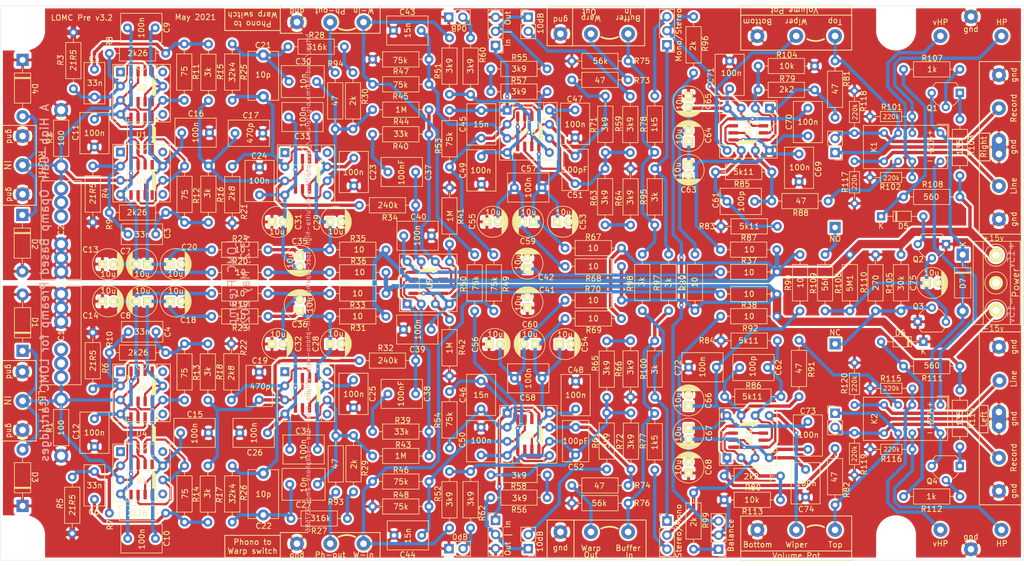
<source format=kicad_pcb>
(kicad_pcb (version 20171130) (host pcbnew "(5.1.2-1)-1")

  (general
    (thickness 1.6)
    (drawings 94)
    (tracks 1368)
    (zones 0)
    (modules 279)
    (nets 144)
  )

  (page A4)
  (layers
    (0 F.Cu signal)
    (31 B.Cu signal)
    (32 B.Adhes user hide)
    (33 F.Adhes user hide)
    (36 B.SilkS user)
    (37 F.SilkS user)
    (38 B.Mask user)
    (39 F.Mask user)
    (40 Dwgs.User user hide)
    (41 Cmts.User user hide)
    (44 Edge.Cuts user)
    (45 Margin user hide)
    (46 B.CrtYd user hide)
    (47 F.CrtYd user)
    (48 B.Fab user hide)
    (49 F.Fab user hide)
  )

  (setup
    (last_trace_width 0.1524)
    (user_trace_width 0.25)
    (user_trace_width 0.28)
    (user_trace_width 0.3)
    (user_trace_width 0.35)
    (user_trace_width 0.4)
    (user_trace_width 0.8)
    (user_trace_width 1)
    (user_trace_width 1.2)
    (user_trace_width 1.5)
    (trace_clearance 0.1524)
    (zone_clearance 0.381)
    (zone_45_only no)
    (trace_min 0.1524)
    (via_size 0.508)
    (via_drill 0.254)
    (via_min_size 0.508)
    (via_min_drill 0.254)
    (uvia_size 0.508)
    (uvia_drill 0.254)
    (uvias_allowed no)
    (uvia_min_size 0.2)
    (uvia_min_drill 0.1)
    (edge_width 0.05)
    (segment_width 0.1)
    (pcb_text_width 0.3)
    (pcb_text_size 1.5 1.5)
    (mod_edge_width 0.15)
    (mod_text_size 1 1)
    (mod_text_width 0.15)
    (pad_size 3.2 3.2)
    (pad_drill 3.2)
    (pad_to_mask_clearance 0.051)
    (solder_mask_min_width 0.25)
    (aux_axis_origin 0 0)
    (grid_origin 221 90)
    (visible_elements FFFFFF7F)
    (pcbplotparams
      (layerselection 0x010f0_ffffffff)
      (usegerberextensions false)
      (usegerberattributes false)
      (usegerberadvancedattributes false)
      (creategerberjobfile false)
      (excludeedgelayer false)
      (linewidth 0.100000)
      (plotframeref false)
      (viasonmask false)
      (mode 1)
      (useauxorigin false)
      (hpglpennumber 1)
      (hpglpenspeed 20)
      (hpglpendiameter 15.000000)
      (psnegative false)
      (psa4output false)
      (plotreference true)
      (plotvalue true)
      (plotinvisibletext false)
      (padsonsilk false)
      (subtractmaskfromsilk false)
      (outputformat 1)
      (mirror false)
      (drillshape 0)
      (scaleselection 1)
      (outputdirectory "gerbers/"))
  )

  (net 0 "")
  (net 1 GND)
  (net 2 "Net-(U2-Pad1)")
  (net 3 "Net-(U2-Pad5)")
  (net 4 "Net-(C10-Pad1)")
  (net 5 "Net-(U2-Pad8)")
  (net 6 "Net-(C2-Pad2)")
  (net 7 "Net-(J14-Pad1)")
  (net 8 "Net-(J17-Pad1)")
  (net 9 "Net-(J13-Pad1)")
  (net 10 "Net-(C3-Pad1)")
  (net 11 "Net-(C4-Pad2)")
  (net 12 "Net-(C10-Pad2)")
  (net 13 "Net-(C23-Pad1)")
  (net 14 "Net-(C22-Pad1)")
  (net 15 "Net-(C22-Pad2)")
  (net 16 "Net-(C37-Pad2)")
  (net 17 "Net-(C38-Pad1)")
  (net 18 "Net-(C40-Pad2)")
  (net 19 "Net-(C43-Pad2)")
  (net 20 "Net-(C45-Pad1)")
  (net 21 "Net-(C45-Pad2)")
  (net 22 "Net-(C46-Pad2)")
  (net 23 "Net-(C46-Pad1)")
  (net 24 "Net-(C47-Pad2)")
  (net 25 "Net-(C50-Pad1)")
  (net 26 "Net-(JP1-Pad2)")
  (net 27 "Net-(JP3-Pad2)")
  (net 28 "Net-(JP4-Pad2)")
  (net 29 "Net-(JP6-Pad2)")
  (net 30 "Net-(R39-Pad1)")
  (net 31 RtoL)
  (net 32 LtoR)
  (net 33 "Net-(C1-Pad1)")
  (net 34 "Net-(C3-Pad2)")
  (net 35 "Net-(C4-Pad1)")
  (net 36 "Net-(C5-Pad2)")
  (net 37 "Net-(C5-Pad1)")
  (net 38 "Net-(C6-Pad2)")
  (net 39 "Net-(C6-Pad1)")
  (net 40 "Net-(C16-Pad1)")
  (net 41 "Net-(C11-Pad1)")
  (net 42 "Net-(C17-Pad1)")
  (net 43 "Net-(C19-Pad1)")
  (net 44 "Net-(C21-Pad2)")
  (net 45 "Net-(C21-Pad1)")
  (net 46 "Net-(C24-Pad1)")
  (net 47 "Net-(C25-Pad1)")
  (net 48 "Net-(C26-Pad1)")
  (net 49 "Net-(C37-Pad1)")
  (net 50 "Net-(C38-Pad2)")
  (net 51 "Net-(C39-Pad1)")
  (net 52 "Net-(C44-Pad2)")
  (net 53 "Net-(C48-Pad2)")
  (net 54 "Net-(C49-Pad1)")
  (net 55 "Net-(C51-Pad2)")
  (net 56 "Net-(C51-Pad1)")
  (net 57 "Net-(C52-Pad2)")
  (net 58 "Net-(C52-Pad1)")
  (net 59 "Net-(C61-Pad2)")
  (net 60 "Net-(C61-Pad1)")
  (net 61 "Net-(C62-Pad1)")
  (net 62 "Net-(C62-Pad2)")
  (net 63 "Net-(C63-Pad1)")
  (net 64 "Net-(C64-Pad2)")
  (net 65 "Net-(C66-Pad1)")
  (net 66 "Net-(C67-Pad2)")
  (net 67 "Net-(J11-Pad1)")
  (net 68 "Net-(J12-Pad1)")
  (net 69 "Net-(J17-Pad2)")
  (net 70 "Net-(J18-Pad3)")
  (net 71 "Net-(J19-Pad1)")
  (net 72 "Net-(J21-Pad3)")
  (net 73 "Net-(J26-Pad1)")
  (net 74 "Net-(J26-Pad3)")
  (net 75 "Net-(J31-Pad1)")
  (net 76 "Net-(J36-Pad1)")
  (net 77 "Net-(JP2-Pad2)")
  (net 78 "Net-(JP5-Pad2)")
  (net 79 "Net-(R11-Pad2)")
  (net 80 "Net-(R12-Pad2)")
  (net 81 "Net-(R13-Pad2)")
  (net 82 "Net-(R14-Pad2)")
  (net 83 "Net-(R27-Pad1)")
  (net 84 "Net-(R28-Pad1)")
  (net 85 "Net-(R40-Pad1)")
  (net 86 "Net-(R41-Pad1)")
  (net 87 "Net-(R42-Pad1)")
  (net 88 "Net-(R51-Pad1)")
  (net 89 "Net-(R52-Pad1)")
  (net 90 "Net-(R55-Pad1)")
  (net 91 "Net-(R56-Pad1)")
  (net 92 "Net-(R63-Pad2)")
  (net 93 "Net-(R65-Pad2)")
  (net 94 "Net-(R79-Pad1)")
  (net 95 "Net-(R80-Pad1)")
  (net 96 "Net-(U3-Pad8)")
  (net 97 "Net-(U3-Pad5)")
  (net 98 "Net-(U3-Pad1)")
  (net 99 "Net-(U5-Pad8)")
  (net 100 "Net-(U5-Pad5)")
  (net 101 "Net-(U5-Pad1)")
  (net 102 "Net-(U6-Pad8)")
  (net 103 "Net-(U6-Pad5)")
  (net 104 "Net-(U6-Pad1)")
  (net 105 "Net-(U7-Pad8)")
  (net 106 "Net-(U7-Pad5)")
  (net 107 "Net-(U7-Pad1)")
  (net 108 "Net-(U8-Pad8)")
  (net 109 "Net-(U8-Pad5)")
  (net 110 "Net-(U8-Pad1)")
  (net 111 "Net-(C27-Pad2)")
  (net 112 "Net-(C30-Pad2)")
  (net 113 "Net-(J41-Pad1)")
  (net 114 "Net-(J43-Pad1)")
  (net 115 "Net-(J17-Pad3)")
  (net 116 "Net-(J18-Pad1)")
  (net 117 "Net-(J21-Pad2)")
  (net 118 "Net-(J21-Pad1)")
  (net 119 "Net-(J24-Pad1)")
  (net 120 "Net-(J25-Pad1)")
  (net 121 "Net-(C75-Pad1)")
  (net 122 "Net-(D5-Pad2)")
  (net 123 "Net-(D5-Pad1)")
  (net 124 "Net-(D6-Pad2)")
  (net 125 "Net-(J47-Pad1)")
  (net 126 "Net-(J48-Pad1)")
  (net 127 "Net-(Q1-Pad2)")
  (net 128 "Net-(Q1-Pad1)")
  (net 129 "Net-(Q4-Pad1)")
  (net 130 "Net-(Q4-Pad2)")
  (net 131 "Net-(J28-Pad1)")
  (net 132 "Net-(J39-Pad1)")
  (net 133 "Net-(J40-Pad1)")
  (net 134 "Net-(R104-Pad2)")
  (net 135 "Net-(R113-Pad2)")
  (net 136 "Net-(J27-Pad1)")
  (net 137 "Net-(J38-Pad1)")
  (net 138 "Net-(K1-Pad9)")
  (net 139 "Net-(K2-Pad4)")
  (net 140 "Net-(J10-Pad2)")
  (net 141 "Net-(J10-Pad1)")
  (net 142 "Net-(D7-Pad1)")
  (net 143 "Net-(D7-Pad2)")

  (net_class Default "This is the default net class."
    (clearance 0.1524)
    (trace_width 0.1524)
    (via_dia 0.508)
    (via_drill 0.254)
    (uvia_dia 0.508)
    (uvia_drill 0.254)
  )

  (net_class SMD ""
    (clearance 0.1524)
    (trace_width 0.254)
    (via_dia 0.508)
    (via_drill 0.254)
    (uvia_dia 0.508)
    (uvia_drill 0.254)
  )

  (net_class grounds ""
    (clearance 0.254)
    (trace_width 1)
    (via_dia 0.762)
    (via_drill 0.381)
    (uvia_dia 0.762)
    (uvia_drill 0.381)
  )

  (net_class power ""
    (clearance 0.254)
    (trace_width 1)
    (via_dia 0.762)
    (via_drill 0.254)
    (uvia_dia 0.508)
    (uvia_drill 0.254)
  )

  (net_class signal ""
    (clearance 0.2)
    (trace_width 0.6096)
    (via_dia 0.762)
    (via_drill 0.381)
    (uvia_dia 0.762)
    (uvia_drill 0.381)
    (add_net GND)
    (add_net LtoR)
    (add_net "Net-(C1-Pad1)")
    (add_net "Net-(C10-Pad1)")
    (add_net "Net-(C10-Pad2)")
    (add_net "Net-(C11-Pad1)")
    (add_net "Net-(C16-Pad1)")
    (add_net "Net-(C17-Pad1)")
    (add_net "Net-(C19-Pad1)")
    (add_net "Net-(C2-Pad2)")
    (add_net "Net-(C21-Pad1)")
    (add_net "Net-(C21-Pad2)")
    (add_net "Net-(C22-Pad1)")
    (add_net "Net-(C22-Pad2)")
    (add_net "Net-(C23-Pad1)")
    (add_net "Net-(C24-Pad1)")
    (add_net "Net-(C25-Pad1)")
    (add_net "Net-(C26-Pad1)")
    (add_net "Net-(C27-Pad2)")
    (add_net "Net-(C3-Pad1)")
    (add_net "Net-(C3-Pad2)")
    (add_net "Net-(C30-Pad2)")
    (add_net "Net-(C37-Pad1)")
    (add_net "Net-(C37-Pad2)")
    (add_net "Net-(C38-Pad1)")
    (add_net "Net-(C38-Pad2)")
    (add_net "Net-(C39-Pad1)")
    (add_net "Net-(C4-Pad1)")
    (add_net "Net-(C4-Pad2)")
    (add_net "Net-(C40-Pad2)")
    (add_net "Net-(C43-Pad2)")
    (add_net "Net-(C44-Pad2)")
    (add_net "Net-(C45-Pad1)")
    (add_net "Net-(C45-Pad2)")
    (add_net "Net-(C46-Pad1)")
    (add_net "Net-(C46-Pad2)")
    (add_net "Net-(C47-Pad2)")
    (add_net "Net-(C48-Pad2)")
    (add_net "Net-(C49-Pad1)")
    (add_net "Net-(C5-Pad1)")
    (add_net "Net-(C5-Pad2)")
    (add_net "Net-(C50-Pad1)")
    (add_net "Net-(C51-Pad1)")
    (add_net "Net-(C51-Pad2)")
    (add_net "Net-(C52-Pad1)")
    (add_net "Net-(C52-Pad2)")
    (add_net "Net-(C6-Pad1)")
    (add_net "Net-(C6-Pad2)")
    (add_net "Net-(C61-Pad1)")
    (add_net "Net-(C61-Pad2)")
    (add_net "Net-(C62-Pad1)")
    (add_net "Net-(C62-Pad2)")
    (add_net "Net-(C63-Pad1)")
    (add_net "Net-(C64-Pad2)")
    (add_net "Net-(C66-Pad1)")
    (add_net "Net-(C67-Pad2)")
    (add_net "Net-(C75-Pad1)")
    (add_net "Net-(D5-Pad1)")
    (add_net "Net-(D5-Pad2)")
    (add_net "Net-(D6-Pad2)")
    (add_net "Net-(D7-Pad1)")
    (add_net "Net-(D7-Pad2)")
    (add_net "Net-(J10-Pad1)")
    (add_net "Net-(J10-Pad2)")
    (add_net "Net-(J11-Pad1)")
    (add_net "Net-(J12-Pad1)")
    (add_net "Net-(J13-Pad1)")
    (add_net "Net-(J14-Pad1)")
    (add_net "Net-(J17-Pad1)")
    (add_net "Net-(J17-Pad2)")
    (add_net "Net-(J17-Pad3)")
    (add_net "Net-(J18-Pad1)")
    (add_net "Net-(J18-Pad3)")
    (add_net "Net-(J19-Pad1)")
    (add_net "Net-(J21-Pad1)")
    (add_net "Net-(J21-Pad2)")
    (add_net "Net-(J21-Pad3)")
    (add_net "Net-(J24-Pad1)")
    (add_net "Net-(J25-Pad1)")
    (add_net "Net-(J26-Pad1)")
    (add_net "Net-(J26-Pad3)")
    (add_net "Net-(J27-Pad1)")
    (add_net "Net-(J28-Pad1)")
    (add_net "Net-(J31-Pad1)")
    (add_net "Net-(J36-Pad1)")
    (add_net "Net-(J38-Pad1)")
    (add_net "Net-(J39-Pad1)")
    (add_net "Net-(J40-Pad1)")
    (add_net "Net-(J41-Pad1)")
    (add_net "Net-(J43-Pad1)")
    (add_net "Net-(J47-Pad1)")
    (add_net "Net-(J48-Pad1)")
    (add_net "Net-(JP1-Pad2)")
    (add_net "Net-(JP2-Pad2)")
    (add_net "Net-(JP3-Pad2)")
    (add_net "Net-(JP4-Pad2)")
    (add_net "Net-(JP5-Pad2)")
    (add_net "Net-(JP6-Pad2)")
    (add_net "Net-(K1-Pad9)")
    (add_net "Net-(K2-Pad4)")
    (add_net "Net-(Q1-Pad1)")
    (add_net "Net-(Q1-Pad2)")
    (add_net "Net-(Q4-Pad1)")
    (add_net "Net-(Q4-Pad2)")
    (add_net "Net-(R104-Pad2)")
    (add_net "Net-(R11-Pad2)")
    (add_net "Net-(R113-Pad2)")
    (add_net "Net-(R12-Pad2)")
    (add_net "Net-(R13-Pad2)")
    (add_net "Net-(R14-Pad2)")
    (add_net "Net-(R27-Pad1)")
    (add_net "Net-(R28-Pad1)")
    (add_net "Net-(R39-Pad1)")
    (add_net "Net-(R40-Pad1)")
    (add_net "Net-(R41-Pad1)")
    (add_net "Net-(R42-Pad1)")
    (add_net "Net-(R51-Pad1)")
    (add_net "Net-(R52-Pad1)")
    (add_net "Net-(R55-Pad1)")
    (add_net "Net-(R56-Pad1)")
    (add_net "Net-(R63-Pad2)")
    (add_net "Net-(R65-Pad2)")
    (add_net "Net-(R79-Pad1)")
    (add_net "Net-(R80-Pad1)")
    (add_net "Net-(U2-Pad1)")
    (add_net "Net-(U2-Pad5)")
    (add_net "Net-(U2-Pad8)")
    (add_net "Net-(U3-Pad1)")
    (add_net "Net-(U3-Pad5)")
    (add_net "Net-(U3-Pad8)")
    (add_net "Net-(U5-Pad1)")
    (add_net "Net-(U5-Pad5)")
    (add_net "Net-(U5-Pad8)")
    (add_net "Net-(U6-Pad1)")
    (add_net "Net-(U6-Pad5)")
    (add_net "Net-(U6-Pad8)")
    (add_net "Net-(U7-Pad1)")
    (add_net "Net-(U7-Pad5)")
    (add_net "Net-(U7-Pad8)")
    (add_net "Net-(U8-Pad1)")
    (add_net "Net-(U8-Pad5)")
    (add_net "Net-(U8-Pad8)")
    (add_net RtoL)
  )

  (net_class soic ""
    (clearance 0.1524)
    (trace_width 0.4)
    (via_dia 0.508)
    (via_drill 0.254)
    (uvia_dia 0.508)
    (uvia_drill 0.254)
  )

  (module SMC_generic:R_Axial__L6.3mm_D2.5mm_P10.16mm_custom (layer F.Cu) (tedit 5D5348AB) (tstamp 606B31B1)
    (at 176.6 100.4 180)
    (descr "Resistor, Axial_DIN0207 series, Axial, Horizontal, pin pitch=10.16mm, 0.25W = 1/4W, length*diameter=6.3*2.5mm^2, http://cdn-reichelt.de/documents/datenblatt/B400/1_4W%23YAG.pdf")
    (tags "Resistor Axial_DIN0207 series Axial Horizontal pin pitch 10.16mm 0.25W = 1/4W length 6.3mm diameter 2.5mm")
    (path /5D623568)
    (fp_text reference R84 (at 12.7 0) (layer F.SilkS)
      (effects (font (size 1 1) (thickness 0.15)))
    )
    (fp_text value 5k11 (at 5.2 0) (layer F.SilkS)
      (effects (font (size 1 1) (thickness 0.15)))
    )
    (fp_line (start 11.21 -1.5) (end -1.05 -1.5) (layer F.CrtYd) (width 0.05))
    (fp_line (start 11.21 1.5) (end 11.21 -1.5) (layer F.CrtYd) (width 0.05))
    (fp_line (start -1.05 1.5) (end 11.21 1.5) (layer F.CrtYd) (width 0.05))
    (fp_line (start -1.05 -1.5) (end -1.05 1.5) (layer F.CrtYd) (width 0.05))
    (fp_line (start 9.12 0) (end 8.35 0) (layer F.SilkS) (width 0.12))
    (fp_line (start 1.04 0) (end 1.81 0) (layer F.SilkS) (width 0.12))
    (fp_line (start 8.35 -1.37) (end 1.81 -1.37) (layer F.SilkS) (width 0.12))
    (fp_line (start 8.35 1.37) (end 8.35 -1.37) (layer F.SilkS) (width 0.12))
    (fp_line (start 1.81 1.37) (end 8.35 1.37) (layer F.SilkS) (width 0.12))
    (fp_line (start 1.81 -1.37) (end 1.81 1.37) (layer F.SilkS) (width 0.12))
    (fp_line (start 10.16 0) (end 8.23 0) (layer F.Fab) (width 0.1))
    (fp_line (start 0 0) (end 1.93 0) (layer F.Fab) (width 0.1))
    (fp_line (start 8.23 -1.25) (end 1.93 -1.25) (layer F.Fab) (width 0.1))
    (fp_line (start 8.23 1.25) (end 8.23 -1.25) (layer F.Fab) (width 0.1))
    (fp_line (start 1.93 1.25) (end 8.23 1.25) (layer F.Fab) (width 0.1))
    (fp_line (start 1.93 -1.25) (end 1.93 1.25) (layer F.Fab) (width 0.1))
    (pad 2 thru_hole oval (at 10.16 0 180) (size 1.6 1.6) (drill 0.8) (layers *.Cu *.Mask)
      (net 1 GND))
    (pad 1 thru_hole circle (at 0 0 180) (size 1.6 1.6) (drill 0.8) (layers *.Cu *.Mask)
      (net 61 "Net-(C62-Pad1)"))
    (model ${KISYS3DMOD}/Resistor_THT.3dshapes/R_Axial_DIN0207_L6.3mm_D2.5mm_P10.16mm_Horizontal.wrl
      (at (xyz 0 0 0))
      (scale (xyz 1 1 1))
      (rotate (xyz 0 0 0))
    )
  )

  (module Package_TO_SOT_THT:TO-92_Wide (layer F.Cu) (tedit 5A2795B7) (tstamp 6064E93C)
    (at 209.5 55.75 180)
    (descr "TO-92 leads molded, wide, drill 0.75mm (see NXP sot054_po.pdf)")
    (tags "to-92 sc-43 sc-43a sot54 PA33 transistor")
    (path /62BD21DF)
    (fp_text reference Q1 (at 5 -2.75) (layer F.SilkS)
      (effects (font (size 1 1) (thickness 0.15)))
    )
    (fp_text value 2N4403 (at 2.54 2.79) (layer F.Fab)
      (effects (font (size 1 1) (thickness 0.15)))
    )
    (fp_text user %R (at 2.54 0) (layer F.Fab)
      (effects (font (size 1 1) (thickness 0.15)))
    )
    (fp_line (start 0.74 1.85) (end 4.34 1.85) (layer F.SilkS) (width 0.12))
    (fp_line (start 0.8 1.75) (end 4.3 1.75) (layer F.Fab) (width 0.1))
    (fp_line (start -1.01 -3.55) (end 6.09 -3.55) (layer F.CrtYd) (width 0.05))
    (fp_line (start -1.01 -3.55) (end -1.01 2.01) (layer F.CrtYd) (width 0.05))
    (fp_line (start 6.09 2.01) (end 6.09 -3.55) (layer F.CrtYd) (width 0.05))
    (fp_line (start 6.09 2.01) (end -1.01 2.01) (layer F.CrtYd) (width 0.05))
    (fp_arc (start 2.54 0) (end 0.74 1.85) (angle 20) (layer F.SilkS) (width 0.12))
    (fp_arc (start 2.54 0) (end 1.4 -2.35) (angle -39.12170074) (layer F.SilkS) (width 0.12))
    (fp_arc (start 2.54 0) (end 3.65 -2.35) (angle 39.71668247) (layer F.SilkS) (width 0.12))
    (fp_arc (start 2.54 0) (end 2.54 -2.48) (angle 135) (layer F.Fab) (width 0.1))
    (fp_arc (start 2.54 0) (end 2.54 -2.48) (angle -135) (layer F.Fab) (width 0.1))
    (fp_arc (start 2.54 0) (end 4.34 1.85) (angle -20) (layer F.SilkS) (width 0.12))
    (pad 2 thru_hole circle (at 2.54 -2.54 270) (size 1.5 1.5) (drill 0.8) (layers *.Cu *.Mask)
      (net 127 "Net-(Q1-Pad2)"))
    (pad 3 thru_hole circle (at 5.08 0 270) (size 1.5 1.5) (drill 0.8) (layers *.Cu *.Mask)
      (net 142 "Net-(D7-Pad1)"))
    (pad 1 thru_hole rect (at 0 0 270) (size 1.5 1.5) (drill 0.8) (layers *.Cu *.Mask)
      (net 128 "Net-(Q1-Pad1)"))
    (model ${KISYS3DMOD}/Package_TO_SOT_THT.3dshapes/TO-92_Wide.wrl
      (at (xyz 0 0 0))
      (scale (xyz 1 1 1))
      (rotate (xyz 0 0 0))
    )
  )

  (module SMC_generic:C_Disc_Vishay_100p (layer F.Cu) (tedit 5D533F69) (tstamp 5F666674)
    (at 140.14 72.12 90)
    (descr "C, Rect series, Radial, pin pitch=5.00mm, , length*width=7.2*4.5mm^2, Capacitor, http://www.wima.com/EN/WIMA_FKS_2.pdf")
    (tags "C Rect series Radial pin pitch 5.00mm  length 7.2mm width 4.5mm Capacitor")
    (path /6691E2E8)
    (fp_text reference C51 (at -2.05 0 180) (layer F.SilkS)
      (effects (font (size 1 1) (thickness 0.15)))
    )
    (fp_text value 100pF (at 2.52 -0.04 180) (layer F.SilkS)
      (effects (font (size 1 1) (thickness 0.15)))
    )
    (fp_line (start 6.35 -2.5) (end -1.35 -2.5) (layer F.CrtYd) (width 0.05))
    (fp_line (start 6.35 2.5) (end 6.35 -2.5) (layer F.CrtYd) (width 0.05))
    (fp_line (start -1.35 2.5) (end 6.35 2.5) (layer F.CrtYd) (width 0.05))
    (fp_line (start -1.35 -2.5) (end -1.35 2.5) (layer F.CrtYd) (width 0.05))
    (fp_line (start 6.22 -2.37) (end 6.22 2.37) (layer F.SilkS) (width 0.12))
    (fp_line (start -1.22 -2.37) (end -1.22 2.37) (layer F.SilkS) (width 0.12))
    (fp_line (start -1.22 2.37) (end 6.22 2.37) (layer F.SilkS) (width 0.12))
    (fp_line (start -1.22 -2.37) (end 6.22 -2.37) (layer F.SilkS) (width 0.12))
    (fp_line (start 6.1 -2.25) (end -1.1 -2.25) (layer F.Fab) (width 0.1))
    (fp_line (start 6.1 2.25) (end 6.1 -2.25) (layer F.Fab) (width 0.1))
    (fp_line (start -1.1 2.25) (end 6.1 2.25) (layer F.Fab) (width 0.1))
    (fp_line (start -1.1 -2.25) (end -1.1 2.25) (layer F.Fab) (width 0.1))
    (pad 2 thru_hole circle (at 5 0 90) (size 1.6 1.6) (drill 0.8) (layers *.Cu *.Mask)
      (net 55 "Net-(C51-Pad2)"))
    (pad 1 thru_hole circle (at 0 0 90) (size 1.6 1.6) (drill 0.8) (layers *.Cu *.Mask)
      (net 56 "Net-(C51-Pad1)"))
    (model ${KIPRJMOD}/Lib/3D/C320C104K5G5TA.step
      (offset (xyz 5.3 1.6 0))
      (scale (xyz 1.1 0.8 1))
      (rotate (xyz -90 0 0))
    )
  )

  (module SMC_generic:C_Rect_L7.2mm_W5.0mm_P5.00mm_Wima (layer F.Cu) (tedit 5D53486E) (tstamp 5F62974B)
    (at 129.2 107.2)
    (descr "C, Rect series, Radial, pin pitch=5.00mm, , length*width=7.2*5.5mm^2, Capacitor, http://www.wima.com/EN/WIMA_FKS_2.pdf")
    (tags "C Rect series Radial pin pitch 5.00mm  length 7.2mm width 5.5mm Capacitor")
    (path /6204CA02)
    (fp_text reference C58 (at 2.4 3.5) (layer F.SilkS)
      (effects (font (size 1 1) (thickness 0.15)))
    )
    (fp_text value 100n (at 2.5 0 90) (layer F.SilkS)
      (effects (font (size 1 1) (thickness 0.15)))
    )
    (fp_line (start 6.35 -2.75) (end -1.35 -2.75) (layer F.CrtYd) (width 0.05))
    (fp_line (start 6.35 2.75) (end 6.35 -2.75) (layer F.CrtYd) (width 0.05))
    (fp_line (start -1.35 2.75) (end 6.35 2.75) (layer F.CrtYd) (width 0.05))
    (fp_line (start -1.35 -2.75) (end -1.35 2.75) (layer F.CrtYd) (width 0.05))
    (fp_line (start 6.22 -2.62) (end 6.22 2.62) (layer F.SilkS) (width 0.12))
    (fp_line (start -1.22 -2.62) (end -1.22 2.62) (layer F.SilkS) (width 0.12))
    (fp_line (start -1.22 2.62) (end 6.22 2.62) (layer F.SilkS) (width 0.12))
    (fp_line (start -1.22 -2.62) (end 6.22 -2.62) (layer F.SilkS) (width 0.12))
    (fp_line (start 6.1 -2.5) (end -1.1 -2.5) (layer F.Fab) (width 0.1))
    (fp_line (start 6.1 2.5) (end 6.1 -2.5) (layer F.Fab) (width 0.1))
    (fp_line (start -1.1 2.5) (end 6.1 2.5) (layer F.Fab) (width 0.1))
    (fp_line (start -1.1 -2.5) (end -1.1 2.5) (layer F.Fab) (width 0.1))
    (pad 2 thru_hole circle (at 5 0) (size 1.6 1.6) (drill 0.8) (layers *.Cu *.Mask)
      (net 53 "Net-(C48-Pad2)"))
    (pad 1 thru_hole circle (at 0 0) (size 1.6 1.6) (drill 0.8) (layers *.Cu *.Mask)
      (net 25 "Net-(C50-Pad1)"))
    (model ${KIPRJMOD}/Lib/3D/C_Rect_L7.2mm_W5.0mm_P5.00mm_Wima.wrl
      (at (xyz 0 0 0))
      (scale (xyz 1 1.1 1.1))
      (rotate (xyz 0 0 0))
    )
  )

  (module SMC_generic:DIPSO_Socket_LOMC (layer F.Cu) (tedit 5F80C5DD) (tstamp 5F62A0A9)
    (at 109.87 93.79 90)
    (descr "8-lead though-hole mounted DIP package, row spacing 7.62 mm (300 mils), Socket")
    (tags "THT DIP DIL PDIP 2.54mm 7.62mm 300mil Socket")
    (path /5D57D08E)
    (fp_text reference U9 (at 3.69 4.03 90) (layer F.SilkS)
      (effects (font (size 1 1) (thickness 0.15)))
    )
    (fp_text value TL052 (at 3.81 9.95 90) (layer F.Fab)
      (effects (font (size 1 1) (thickness 0.15)))
    )
    (fp_line (start 1 -1.3) (end 1 0.8) (layer F.SilkS) (width 0.12))
    (fp_line (start 6.6 -1.3) (end 6.6 0.8) (layer F.SilkS) (width 0.12))
    (fp_line (start 6.6 8.9) (end 6.6 6.8) (layer F.SilkS) (width 0.12))
    (fp_line (start 1 6.8) (end 1 8.9) (layer F.SilkS) (width 0.12))
    (fp_line (start 6.36 5.76) (end 6.11 5.76) (layer F.SilkS) (width 0.12))
    (fp_line (start 6.36 5.41) (end 6.36 5.76) (layer F.SilkS) (width 0.12))
    (fp_poly (pts (xy 5.76 2.21) (xy 6.36 2.81) (xy 6.36 5.41) (xy 5.76 5.41)) (layer F.SilkS) (width 0.1))
    (fp_text user 1 (at 5.71 -0.44 unlocked) (layer F.SilkS)
      (effects (font (size 0.5 0.5) (thickness 0.1)))
    )
    (fp_circle (center 6.61 1.51) (end 6.61 1.56) (layer F.SilkS) (width 0.12))
    (fp_line (start 1.26 2.21) (end 5.76 2.21) (layer F.SilkS) (width 0.1))
    (fp_circle (center 6.61 1.51) (end 6.61 1.71) (layer F.SilkS) (width 0.2))
    (fp_line (start 1.25 5.76) (end 1.46 5.76) (layer F.SilkS) (width 0.12))
    (fp_line (start 1.25 1.86) (end 1.46 1.86) (layer F.SilkS) (width 0.12))
    (fp_line (start 2.76 5.76) (end 2.36 5.76) (layer F.SilkS) (width 0.12))
    (fp_line (start 4.06 5.76) (end 3.61 5.76) (layer F.SilkS) (width 0.12))
    (fp_line (start 5.31 5.76) (end 4.86 5.76) (layer F.SilkS) (width 0.12))
    (fp_line (start 2.76 1.86) (end 2.36 1.86) (layer F.SilkS) (width 0.12))
    (fp_line (start 4.06 1.86) (end 3.61 1.86) (layer F.SilkS) (width 0.12))
    (fp_line (start 5.31 1.86) (end 4.86 1.86) (layer F.SilkS) (width 0.12))
    (fp_line (start 1.25 3.81) (end 1.25 1.86) (layer F.SilkS) (width 0.12))
    (fp_line (start 1.25 3.81) (end 1.25 5.76) (layer F.SilkS) (width 0.12))
    (fp_text user %R (at 3.81 3.81 90) (layer F.Fab)
      (effects (font (size 1 1) (thickness 0.15)))
    )
    (fp_line (start 9.1 -1.5) (end -1.5 -1.5) (layer F.CrtYd) (width 0.05))
    (fp_line (start 9.1 9.1) (end 9.1 -1.5) (layer F.CrtYd) (width 0.05))
    (fp_line (start -1.5 9.1) (end 9.1 9.1) (layer F.CrtYd) (width 0.05))
    (fp_line (start -1.5 -1.5) (end -1.5 9.1) (layer F.CrtYd) (width 0.05))
    (fp_line (start 8.95 -1.39) (end -1.33 -1.39) (layer F.SilkS) (width 0.12))
    (fp_line (start 8.99 8.95) (end 8.99 -1.39) (layer F.SilkS) (width 0.12))
    (fp_line (start -1.33 8.99) (end 8.95 8.99) (layer F.SilkS) (width 0.12))
    (fp_line (start -1.37 -1.39) (end -1.37 8.95) (layer F.SilkS) (width 0.12))
    (fp_line (start 8.89 -1.27) (end -1.27 -1.27) (layer F.Fab) (width 0.1))
    (fp_line (start 8.89 8.89) (end 8.89 -1.27) (layer F.Fab) (width 0.1))
    (fp_line (start -1.27 8.89) (end 8.89 8.89) (layer F.Fab) (width 0.1))
    (fp_line (start -1.27 -1.27) (end -1.27 8.89) (layer F.Fab) (width 0.1))
    (fp_arc (start 3.81 -1.33) (end 2.81 -1.33) (angle -180) (layer F.SilkS) (width 0.12))
    (fp_text user 595-TL052ACP (at 0 0 90) (layer F.Fab)
      (effects (font (size 1 1) (thickness 0.15)))
    )
    (pad 8 smd roundrect (at 5.715 6.535) (size 1.75 0.6) (layers F.Cu F.Paste F.Mask) (roundrect_rratio 0.25)
      (net 18 "Net-(C40-Pad2)"))
    (pad 7 smd roundrect (at 4.445 6.535) (size 1.75 0.6) (layers F.Cu F.Paste F.Mask) (roundrect_rratio 0.25)
      (net 49 "Net-(C37-Pad1)"))
    (pad 6 smd roundrect (at 3.175 6.535) (size 1.75 0.6) (layers F.Cu F.Paste F.Mask) (roundrect_rratio 0.25)
      (net 85 "Net-(R40-Pad1)"))
    (pad 5 smd roundrect (at 1.905 6.535) (size 1.75 0.6) (layers F.Cu F.Paste F.Mask) (roundrect_rratio 0.25)
      (net 86 "Net-(R41-Pad1)"))
    (pad 4 smd roundrect (at 1.905 1.085) (size 1.75 0.6) (layers F.Cu F.Paste F.Mask) (roundrect_rratio 0.25)
      (net 51 "Net-(C39-Pad1)"))
    (pad 3 smd roundrect (at 3.175 1.085) (size 1.75 0.6) (layers F.Cu F.Paste F.Mask) (roundrect_rratio 0.25)
      (net 87 "Net-(R42-Pad1)"))
    (pad 2 smd roundrect (at 4.445 1.085) (size 1.75 0.6) (layers F.Cu F.Paste F.Mask) (roundrect_rratio 0.25)
      (net 30 "Net-(R39-Pad1)"))
    (pad 1 smd roundrect (at 5.715 1.085) (size 1.75 0.6) (layers F.Cu F.Paste F.Mask) (roundrect_rratio 0.25)
      (net 17 "Net-(C38-Pad1)"))
    (pad 8 thru_hole oval (at 7.62 0 90) (size 1.6 1.6) (drill 0.8) (layers *.Cu *.Mask)
      (net 18 "Net-(C40-Pad2)"))
    (pad 4 thru_hole oval (at 0 7.62 90) (size 1.6 1.6) (drill 0.8) (layers *.Cu *.Mask)
      (net 51 "Net-(C39-Pad1)"))
    (pad 7 thru_hole oval (at 7.62 2.54 90) (size 1.6 1.6) (drill 0.8) (layers *.Cu *.Mask)
      (net 49 "Net-(C37-Pad1)"))
    (pad 3 thru_hole oval (at 0 5.08 90) (size 1.6 1.6) (drill 0.8) (layers *.Cu *.Mask)
      (net 87 "Net-(R42-Pad1)"))
    (pad 6 thru_hole oval (at 7.62 5.08 90) (size 1.6 1.6) (drill 0.8) (layers *.Cu *.Mask)
      (net 85 "Net-(R40-Pad1)"))
    (pad 2 thru_hole oval (at 0 2.54 90) (size 1.6 1.6) (drill 0.8) (layers *.Cu *.Mask)
      (net 30 "Net-(R39-Pad1)"))
    (pad 5 thru_hole oval (at 7.62 7.62 90) (size 1.6 1.6) (drill 0.8) (layers *.Cu *.Mask)
      (net 86 "Net-(R41-Pad1)"))
    (pad 1 thru_hole rect (at 0 0 90) (size 1.6 1.6) (drill 0.8) (layers *.Cu *.Mask)
      (net 17 "Net-(C38-Pad1)"))
    (model ${KISYS3DMOD}/Package_DIP.3dshapes/DIP-8_W7.62mm_Socket.wrl
      (at (xyz 0 0 0))
      (scale (xyz 1 1 1))
      (rotate (xyz 0 0 0))
    )
  )

  (module SMC_generic:DIPSO_Socket_LOMC (layer F.Cu) (tedit 5F80C5DD) (tstamp 5F86543C)
    (at 175.17 58.51 270)
    (descr "8-lead though-hole mounted DIP package, row spacing 7.62 mm (300 mils), Socket")
    (tags "THT DIP DIL PDIP 2.54mm 7.62mm 300mil Socket")
    (path /5D49DB57)
    (fp_text reference U12 (at 3.49 3.92 90) (layer F.SilkS)
      (effects (font (size 1 1) (thickness 0.15)))
    )
    (fp_text value OPA1656 (at 3.81 9.95 90) (layer F.Fab)
      (effects (font (size 1 1) (thickness 0.15)))
    )
    (fp_line (start 1 -1.3) (end 1 0.8) (layer F.SilkS) (width 0.12))
    (fp_line (start 6.6 -1.3) (end 6.6 0.8) (layer F.SilkS) (width 0.12))
    (fp_line (start 6.6 8.9) (end 6.6 6.8) (layer F.SilkS) (width 0.12))
    (fp_line (start 1 6.8) (end 1 8.9) (layer F.SilkS) (width 0.12))
    (fp_line (start 6.36 5.76) (end 6.11 5.76) (layer F.SilkS) (width 0.12))
    (fp_line (start 6.36 5.41) (end 6.36 5.76) (layer F.SilkS) (width 0.12))
    (fp_poly (pts (xy 5.76 2.21) (xy 6.36 2.81) (xy 6.36 5.41) (xy 5.76 5.41)) (layer F.SilkS) (width 0.1))
    (fp_text user 1 (at 5.71 -0.44 180 unlocked) (layer F.SilkS)
      (effects (font (size 0.5 0.5) (thickness 0.1)))
    )
    (fp_circle (center 6.61 1.51) (end 6.61 1.56) (layer F.SilkS) (width 0.12))
    (fp_line (start 1.26 2.21) (end 5.76 2.21) (layer F.SilkS) (width 0.1))
    (fp_circle (center 6.61 1.51) (end 6.61 1.71) (layer F.SilkS) (width 0.2))
    (fp_line (start 1.25 5.76) (end 1.46 5.76) (layer F.SilkS) (width 0.12))
    (fp_line (start 1.25 1.86) (end 1.46 1.86) (layer F.SilkS) (width 0.12))
    (fp_line (start 2.76 5.76) (end 2.36 5.76) (layer F.SilkS) (width 0.12))
    (fp_line (start 4.06 5.76) (end 3.61 5.76) (layer F.SilkS) (width 0.12))
    (fp_line (start 5.31 5.76) (end 4.86 5.76) (layer F.SilkS) (width 0.12))
    (fp_line (start 2.76 1.86) (end 2.36 1.86) (layer F.SilkS) (width 0.12))
    (fp_line (start 4.06 1.86) (end 3.61 1.86) (layer F.SilkS) (width 0.12))
    (fp_line (start 5.31 1.86) (end 4.86 1.86) (layer F.SilkS) (width 0.12))
    (fp_line (start 1.25 3.81) (end 1.25 1.86) (layer F.SilkS) (width 0.12))
    (fp_line (start 1.25 3.81) (end 1.25 5.76) (layer F.SilkS) (width 0.12))
    (fp_text user %R (at 3.81 3.81 90) (layer F.Fab)
      (effects (font (size 1 1) (thickness 0.15)))
    )
    (fp_line (start 9.1 -1.5) (end -1.5 -1.5) (layer F.CrtYd) (width 0.05))
    (fp_line (start 9.1 9.1) (end 9.1 -1.5) (layer F.CrtYd) (width 0.05))
    (fp_line (start -1.5 9.1) (end 9.1 9.1) (layer F.CrtYd) (width 0.05))
    (fp_line (start -1.5 -1.5) (end -1.5 9.1) (layer F.CrtYd) (width 0.05))
    (fp_line (start 8.95 -1.39) (end -1.33 -1.39) (layer F.SilkS) (width 0.12))
    (fp_line (start 8.99 8.95) (end 8.99 -1.39) (layer F.SilkS) (width 0.12))
    (fp_line (start -1.33 8.99) (end 8.95 8.99) (layer F.SilkS) (width 0.12))
    (fp_line (start -1.37 -1.39) (end -1.37 8.95) (layer F.SilkS) (width 0.12))
    (fp_line (start 8.89 -1.27) (end -1.27 -1.27) (layer F.Fab) (width 0.1))
    (fp_line (start 8.89 8.89) (end 8.89 -1.27) (layer F.Fab) (width 0.1))
    (fp_line (start -1.27 8.89) (end 8.89 8.89) (layer F.Fab) (width 0.1))
    (fp_line (start -1.27 -1.27) (end -1.27 8.89) (layer F.Fab) (width 0.1))
    (fp_arc (start 3.81 -1.33) (end 2.81 -1.33) (angle -180) (layer F.SilkS) (width 0.12))
    (pad 8 smd roundrect (at 5.715 6.535 180) (size 1.75 0.6) (layers F.Cu F.Paste F.Mask) (roundrect_rratio 0.25)
      (net 63 "Net-(C63-Pad1)"))
    (pad 7 smd roundrect (at 4.445 6.535 180) (size 1.75 0.6) (layers F.Cu F.Paste F.Mask) (roundrect_rratio 0.25)
      (net 59 "Net-(C61-Pad2)"))
    (pad 6 smd roundrect (at 3.175 6.535 180) (size 1.75 0.6) (layers F.Cu F.Paste F.Mask) (roundrect_rratio 0.25)
      (net 60 "Net-(C61-Pad1)"))
    (pad 5 smd roundrect (at 1.905 6.535 180) (size 1.75 0.6) (layers F.Cu F.Paste F.Mask) (roundrect_rratio 0.25)
      (net 120 "Net-(J25-Pad1)"))
    (pad 4 smd roundrect (at 1.905 1.085 180) (size 1.75 0.6) (layers F.Cu F.Paste F.Mask) (roundrect_rratio 0.25)
      (net 64 "Net-(C64-Pad2)"))
    (pad 3 smd roundrect (at 3.175 1.085 180) (size 1.75 0.6) (layers F.Cu F.Paste F.Mask) (roundrect_rratio 0.25)
      (net 69 "Net-(J17-Pad2)"))
    (pad 2 smd roundrect (at 4.445 1.085 180) (size 1.75 0.6) (layers F.Cu F.Paste F.Mask) (roundrect_rratio 0.25)
      (net 134 "Net-(R104-Pad2)"))
    (pad 1 smd roundrect (at 5.715 1.085 180) (size 1.75 0.6) (layers F.Cu F.Paste F.Mask) (roundrect_rratio 0.25)
      (net 94 "Net-(R79-Pad1)"))
    (pad 8 thru_hole oval (at 7.62 0 270) (size 1.6 1.6) (drill 0.8) (layers *.Cu *.Mask)
      (net 63 "Net-(C63-Pad1)"))
    (pad 4 thru_hole oval (at 0 7.62 270) (size 1.6 1.6) (drill 0.8) (layers *.Cu *.Mask)
      (net 64 "Net-(C64-Pad2)"))
    (pad 7 thru_hole oval (at 7.62 2.54 270) (size 1.6 1.6) (drill 0.8) (layers *.Cu *.Mask)
      (net 59 "Net-(C61-Pad2)"))
    (pad 3 thru_hole oval (at 0 5.08 270) (size 1.6 1.6) (drill 0.8) (layers *.Cu *.Mask)
      (net 69 "Net-(J17-Pad2)"))
    (pad 6 thru_hole oval (at 7.62 5.08 270) (size 1.6 1.6) (drill 0.8) (layers *.Cu *.Mask)
      (net 60 "Net-(C61-Pad1)"))
    (pad 2 thru_hole oval (at 0 2.54 270) (size 1.6 1.6) (drill 0.8) (layers *.Cu *.Mask)
      (net 134 "Net-(R104-Pad2)"))
    (pad 5 thru_hole oval (at 7.62 7.62 270) (size 1.6 1.6) (drill 0.8) (layers *.Cu *.Mask)
      (net 120 "Net-(J25-Pad1)"))
    (pad 1 thru_hole rect (at 0 0 270) (size 1.6 1.6) (drill 0.8) (layers *.Cu *.Mask)
      (net 94 "Net-(R79-Pad1)"))
    (model ${KISYS3DMOD}/Package_DIP.3dshapes/DIP-8_W7.62mm_Socket.wrl
      (at (xyz 0 0 0))
      (scale (xyz 1 1 1))
      (rotate (xyz 0 0 0))
    )
  )

  (module SMC_generic:DIPSO_Socket_LOMC (layer F.Cu) (tedit 5F80C5DD) (tstamp 609535F1)
    (at 167.52 121.52 90)
    (descr "8-lead though-hole mounted DIP package, row spacing 7.62 mm (300 mils), Socket")
    (tags "THT DIP DIL PDIP 2.54mm 7.62mm 300mil Socket")
    (path /5D6234FF)
    (fp_text reference U13 (at 3.52 3.98 90) (layer F.SilkS)
      (effects (font (size 1 1) (thickness 0.15)))
    )
    (fp_text value OPA1656 (at 3.81 9.95 90) (layer F.Fab)
      (effects (font (size 1 1) (thickness 0.15)))
    )
    (fp_line (start 1 -1.3) (end 1 0.8) (layer F.SilkS) (width 0.12))
    (fp_line (start 6.6 -1.3) (end 6.6 0.8) (layer F.SilkS) (width 0.12))
    (fp_line (start 6.6 8.9) (end 6.6 6.8) (layer F.SilkS) (width 0.12))
    (fp_line (start 1 6.8) (end 1 8.9) (layer F.SilkS) (width 0.12))
    (fp_line (start 6.36 5.76) (end 6.11 5.76) (layer F.SilkS) (width 0.12))
    (fp_line (start 6.36 5.41) (end 6.36 5.76) (layer F.SilkS) (width 0.12))
    (fp_poly (pts (xy 5.76 2.21) (xy 6.36 2.81) (xy 6.36 5.41) (xy 5.76 5.41)) (layer F.SilkS) (width 0.1))
    (fp_text user 1 (at 5.71 -0.44 unlocked) (layer F.SilkS)
      (effects (font (size 0.5 0.5) (thickness 0.1)))
    )
    (fp_circle (center 6.61 1.51) (end 6.61 1.56) (layer F.SilkS) (width 0.12))
    (fp_line (start 1.26 2.21) (end 5.76 2.21) (layer F.SilkS) (width 0.1))
    (fp_circle (center 6.61 1.51) (end 6.61 1.71) (layer F.SilkS) (width 0.2))
    (fp_line (start 1.25 5.76) (end 1.46 5.76) (layer F.SilkS) (width 0.12))
    (fp_line (start 1.25 1.86) (end 1.46 1.86) (layer F.SilkS) (width 0.12))
    (fp_line (start 2.76 5.76) (end 2.36 5.76) (layer F.SilkS) (width 0.12))
    (fp_line (start 4.06 5.76) (end 3.61 5.76) (layer F.SilkS) (width 0.12))
    (fp_line (start 5.31 5.76) (end 4.86 5.76) (layer F.SilkS) (width 0.12))
    (fp_line (start 2.76 1.86) (end 2.36 1.86) (layer F.SilkS) (width 0.12))
    (fp_line (start 4.06 1.86) (end 3.61 1.86) (layer F.SilkS) (width 0.12))
    (fp_line (start 5.31 1.86) (end 4.86 1.86) (layer F.SilkS) (width 0.12))
    (fp_line (start 1.25 3.81) (end 1.25 1.86) (layer F.SilkS) (width 0.12))
    (fp_line (start 1.25 3.81) (end 1.25 5.76) (layer F.SilkS) (width 0.12))
    (fp_text user %R (at 3.81 3.81 90) (layer F.Fab)
      (effects (font (size 1 1) (thickness 0.15)))
    )
    (fp_line (start 9.1 -1.5) (end -1.5 -1.5) (layer F.CrtYd) (width 0.05))
    (fp_line (start 9.1 9.1) (end 9.1 -1.5) (layer F.CrtYd) (width 0.05))
    (fp_line (start -1.5 9.1) (end 9.1 9.1) (layer F.CrtYd) (width 0.05))
    (fp_line (start -1.5 -1.5) (end -1.5 9.1) (layer F.CrtYd) (width 0.05))
    (fp_line (start 8.95 -1.39) (end -1.33 -1.39) (layer F.SilkS) (width 0.12))
    (fp_line (start 8.99 8.95) (end 8.99 -1.39) (layer F.SilkS) (width 0.12))
    (fp_line (start -1.33 8.99) (end 8.95 8.99) (layer F.SilkS) (width 0.12))
    (fp_line (start -1.37 -1.39) (end -1.37 8.95) (layer F.SilkS) (width 0.12))
    (fp_line (start 8.89 -1.27) (end -1.27 -1.27) (layer F.Fab) (width 0.1))
    (fp_line (start 8.89 8.89) (end 8.89 -1.27) (layer F.Fab) (width 0.1))
    (fp_line (start -1.27 8.89) (end 8.89 8.89) (layer F.Fab) (width 0.1))
    (fp_line (start -1.27 -1.27) (end -1.27 8.89) (layer F.Fab) (width 0.1))
    (fp_arc (start 3.81 -1.33) (end 2.81 -1.33) (angle -180) (layer F.SilkS) (width 0.12))
    (pad 8 smd roundrect (at 5.715 6.535) (size 1.75 0.6) (layers F.Cu F.Paste F.Mask) (roundrect_rratio 0.25)
      (net 65 "Net-(C66-Pad1)"))
    (pad 7 smd roundrect (at 4.445 6.535) (size 1.75 0.6) (layers F.Cu F.Paste F.Mask) (roundrect_rratio 0.25)
      (net 62 "Net-(C62-Pad2)"))
    (pad 6 smd roundrect (at 3.175 6.535) (size 1.75 0.6) (layers F.Cu F.Paste F.Mask) (roundrect_rratio 0.25)
      (net 61 "Net-(C62-Pad1)"))
    (pad 5 smd roundrect (at 1.905 6.535) (size 1.75 0.6) (layers F.Cu F.Paste F.Mask) (roundrect_rratio 0.25)
      (net 119 "Net-(J24-Pad1)"))
    (pad 4 smd roundrect (at 1.905 1.085) (size 1.75 0.6) (layers F.Cu F.Paste F.Mask) (roundrect_rratio 0.25)
      (net 66 "Net-(C67-Pad2)"))
    (pad 3 smd roundrect (at 3.175 1.085) (size 1.75 0.6) (layers F.Cu F.Paste F.Mask) (roundrect_rratio 0.25)
      (net 117 "Net-(J21-Pad2)"))
    (pad 2 smd roundrect (at 4.445 1.085) (size 1.75 0.6) (layers F.Cu F.Paste F.Mask) (roundrect_rratio 0.25)
      (net 135 "Net-(R113-Pad2)"))
    (pad 1 smd roundrect (at 5.715 1.085) (size 1.75 0.6) (layers F.Cu F.Paste F.Mask) (roundrect_rratio 0.25)
      (net 95 "Net-(R80-Pad1)"))
    (pad 8 thru_hole oval (at 7.62 0 90) (size 1.6 1.6) (drill 0.8) (layers *.Cu *.Mask)
      (net 65 "Net-(C66-Pad1)"))
    (pad 4 thru_hole oval (at 0 7.62 90) (size 1.6 1.6) (drill 0.8) (layers *.Cu *.Mask)
      (net 66 "Net-(C67-Pad2)"))
    (pad 7 thru_hole oval (at 7.62 2.54 90) (size 1.6 1.6) (drill 0.8) (layers *.Cu *.Mask)
      (net 62 "Net-(C62-Pad2)"))
    (pad 3 thru_hole oval (at 0 5.08 90) (size 1.6 1.6) (drill 0.8) (layers *.Cu *.Mask)
      (net 117 "Net-(J21-Pad2)"))
    (pad 6 thru_hole oval (at 7.62 5.08 90) (size 1.6 1.6) (drill 0.8) (layers *.Cu *.Mask)
      (net 61 "Net-(C62-Pad1)"))
    (pad 2 thru_hole oval (at 0 2.54 90) (size 1.6 1.6) (drill 0.8) (layers *.Cu *.Mask)
      (net 135 "Net-(R113-Pad2)"))
    (pad 5 thru_hole oval (at 7.62 7.62 90) (size 1.6 1.6) (drill 0.8) (layers *.Cu *.Mask)
      (net 119 "Net-(J24-Pad1)"))
    (pad 1 thru_hole rect (at 0 0 90) (size 1.6 1.6) (drill 0.8) (layers *.Cu *.Mask)
      (net 95 "Net-(R80-Pad1)"))
    (model ${KISYS3DMOD}/Package_DIP.3dshapes/DIP-8_W7.62mm_Socket.wrl
      (at (xyz 0 0 0))
      (scale (xyz 1 1 1))
      (rotate (xyz 0 0 0))
    )
  )

  (module SMC_generic:DIPSO_Socket_LOMC (layer F.Cu) (tedit 5F80C5DD) (tstamp 5F88B9EA)
    (at 127.89 58.87)
    (descr "8-lead though-hole mounted DIP package, row spacing 7.62 mm (300 mils), Socket")
    (tags "THT DIP DIL PDIP 2.54mm 7.62mm 300mil Socket")
    (path /664F3ADC)
    (fp_text reference U10 (at 3.71 4.03) (layer F.SilkS)
      (effects (font (size 1 1) (thickness 0.15)))
    )
    (fp_text value OPA1656 (at 3.81 9.95) (layer F.Fab)
      (effects (font (size 1 1) (thickness 0.15)))
    )
    (fp_line (start 1 -1.3) (end 1 0.8) (layer F.SilkS) (width 0.12))
    (fp_line (start 6.6 -1.3) (end 6.6 0.8) (layer F.SilkS) (width 0.12))
    (fp_line (start 6.6 8.9) (end 6.6 6.8) (layer F.SilkS) (width 0.12))
    (fp_line (start 1 6.8) (end 1 8.9) (layer F.SilkS) (width 0.12))
    (fp_line (start 6.36 5.76) (end 6.11 5.76) (layer F.SilkS) (width 0.12))
    (fp_line (start 6.36 5.41) (end 6.36 5.76) (layer F.SilkS) (width 0.12))
    (fp_poly (pts (xy 5.76 2.21) (xy 6.36 2.81) (xy 6.36 5.41) (xy 5.76 5.41)) (layer F.SilkS) (width 0.1))
    (fp_text user 1 (at 5.71 -0.44 270 unlocked) (layer F.SilkS)
      (effects (font (size 0.5 0.5) (thickness 0.1)))
    )
    (fp_circle (center 6.61 1.51) (end 6.61 1.56) (layer F.SilkS) (width 0.12))
    (fp_line (start 1.26 2.21) (end 5.76 2.21) (layer F.SilkS) (width 0.1))
    (fp_circle (center 6.61 1.51) (end 6.61 1.71) (layer F.SilkS) (width 0.2))
    (fp_line (start 1.25 5.76) (end 1.46 5.76) (layer F.SilkS) (width 0.12))
    (fp_line (start 1.25 1.86) (end 1.46 1.86) (layer F.SilkS) (width 0.12))
    (fp_line (start 2.76 5.76) (end 2.36 5.76) (layer F.SilkS) (width 0.12))
    (fp_line (start 4.06 5.76) (end 3.61 5.76) (layer F.SilkS) (width 0.12))
    (fp_line (start 5.31 5.76) (end 4.86 5.76) (layer F.SilkS) (width 0.12))
    (fp_line (start 2.76 1.86) (end 2.36 1.86) (layer F.SilkS) (width 0.12))
    (fp_line (start 4.06 1.86) (end 3.61 1.86) (layer F.SilkS) (width 0.12))
    (fp_line (start 5.31 1.86) (end 4.86 1.86) (layer F.SilkS) (width 0.12))
    (fp_line (start 1.25 3.81) (end 1.25 1.86) (layer F.SilkS) (width 0.12))
    (fp_line (start 1.25 3.81) (end 1.25 5.76) (layer F.SilkS) (width 0.12))
    (fp_text user %R (at 3.81 3.81) (layer F.Fab)
      (effects (font (size 1 1) (thickness 0.15)))
    )
    (fp_line (start 9.1 -1.5) (end -1.5 -1.5) (layer F.CrtYd) (width 0.05))
    (fp_line (start 9.1 9.1) (end 9.1 -1.5) (layer F.CrtYd) (width 0.05))
    (fp_line (start -1.5 9.1) (end 9.1 9.1) (layer F.CrtYd) (width 0.05))
    (fp_line (start -1.5 -1.5) (end -1.5 9.1) (layer F.CrtYd) (width 0.05))
    (fp_line (start 8.95 -1.39) (end -1.33 -1.39) (layer F.SilkS) (width 0.12))
    (fp_line (start 8.99 8.95) (end 8.99 -1.39) (layer F.SilkS) (width 0.12))
    (fp_line (start -1.33 8.99) (end 8.95 8.99) (layer F.SilkS) (width 0.12))
    (fp_line (start -1.37 -1.39) (end -1.37 8.95) (layer F.SilkS) (width 0.12))
    (fp_line (start 8.89 -1.27) (end -1.27 -1.27) (layer F.Fab) (width 0.1))
    (fp_line (start 8.89 8.89) (end 8.89 -1.27) (layer F.Fab) (width 0.1))
    (fp_line (start -1.27 8.89) (end 8.89 8.89) (layer F.Fab) (width 0.1))
    (fp_line (start -1.27 -1.27) (end -1.27 8.89) (layer F.Fab) (width 0.1))
    (fp_arc (start 3.81 -1.33) (end 2.81 -1.33) (angle -180) (layer F.SilkS) (width 0.12))
    (pad 8 smd roundrect (at 5.715 6.535 270) (size 1.75 0.6) (layers F.Cu F.Paste F.Mask) (roundrect_rratio 0.25)
      (net 24 "Net-(C47-Pad2)"))
    (pad 7 smd roundrect (at 4.445 6.535 270) (size 1.75 0.6) (layers F.Cu F.Paste F.Mask) (roundrect_rratio 0.25)
      (net 55 "Net-(C51-Pad2)"))
    (pad 6 smd roundrect (at 3.175 6.535 270) (size 1.75 0.6) (layers F.Cu F.Paste F.Mask) (roundrect_rratio 0.25)
      (net 56 "Net-(C51-Pad1)"))
    (pad 5 smd roundrect (at 1.905 6.535 270) (size 1.75 0.6) (layers F.Cu F.Paste F.Mask) (roundrect_rratio 0.25)
      (net 88 "Net-(R51-Pad1)"))
    (pad 4 smd roundrect (at 1.905 1.085 270) (size 1.75 0.6) (layers F.Cu F.Paste F.Mask) (roundrect_rratio 0.25)
      (net 54 "Net-(C49-Pad1)"))
    (pad 3 smd roundrect (at 3.175 1.085 270) (size 1.75 0.6) (layers F.Cu F.Paste F.Mask) (roundrect_rratio 0.25)
      (net 19 "Net-(C43-Pad2)"))
    (pad 2 smd roundrect (at 4.445 1.085 270) (size 1.75 0.6) (layers F.Cu F.Paste F.Mask) (roundrect_rratio 0.25)
      (net 20 "Net-(C45-Pad1)"))
    (pad 1 smd roundrect (at 5.715 1.085 270) (size 1.75 0.6) (layers F.Cu F.Paste F.Mask) (roundrect_rratio 0.25)
      (net 21 "Net-(C45-Pad2)"))
    (pad 8 thru_hole oval (at 7.62 0) (size 1.6 1.6) (drill 0.8) (layers *.Cu *.Mask)
      (net 24 "Net-(C47-Pad2)"))
    (pad 4 thru_hole oval (at 0 7.62) (size 1.6 1.6) (drill 0.8) (layers *.Cu *.Mask)
      (net 54 "Net-(C49-Pad1)"))
    (pad 7 thru_hole oval (at 7.62 2.54) (size 1.6 1.6) (drill 0.8) (layers *.Cu *.Mask)
      (net 55 "Net-(C51-Pad2)"))
    (pad 3 thru_hole oval (at 0 5.08) (size 1.6 1.6) (drill 0.8) (layers *.Cu *.Mask)
      (net 19 "Net-(C43-Pad2)"))
    (pad 6 thru_hole oval (at 7.62 5.08) (size 1.6 1.6) (drill 0.8) (layers *.Cu *.Mask)
      (net 56 "Net-(C51-Pad1)"))
    (pad 2 thru_hole oval (at 0 2.54) (size 1.6 1.6) (drill 0.8) (layers *.Cu *.Mask)
      (net 20 "Net-(C45-Pad1)"))
    (pad 5 thru_hole oval (at 7.62 7.62) (size 1.6 1.6) (drill 0.8) (layers *.Cu *.Mask)
      (net 88 "Net-(R51-Pad1)"))
    (pad 1 thru_hole rect (at 0 0) (size 1.6 1.6) (drill 0.8) (layers *.Cu *.Mask)
      (net 21 "Net-(C45-Pad2)"))
    (model ${KISYS3DMOD}/Package_DIP.3dshapes/DIP-8_W7.62mm_Socket.wrl
      (at (xyz 0 0 0))
      (scale (xyz 1 1 1))
      (rotate (xyz 0 0 0))
    )
  )

  (module SMC_generic:DIPSO_Socket_LOMC (layer F.Cu) (tedit 5F80C5DD) (tstamp 5F88B8DB)
    (at 127.9 113.48)
    (descr "8-lead though-hole mounted DIP package, row spacing 7.62 mm (300 mils), Socket")
    (tags "THT DIP DIL PDIP 2.54mm 7.62mm 300mil Socket")
    (path /6204C906)
    (fp_text reference U11 (at 3.7 4.02) (layer F.SilkS)
      (effects (font (size 1 1) (thickness 0.15)))
    )
    (fp_text value OPA1656 (at 3.81 9.95) (layer F.Fab)
      (effects (font (size 1 1) (thickness 0.15)))
    )
    (fp_line (start 1 -1.3) (end 1 0.8) (layer F.SilkS) (width 0.12))
    (fp_line (start 6.6 -1.3) (end 6.6 0.8) (layer F.SilkS) (width 0.12))
    (fp_line (start 6.6 8.9) (end 6.6 6.8) (layer F.SilkS) (width 0.12))
    (fp_line (start 1 6.8) (end 1 8.9) (layer F.SilkS) (width 0.12))
    (fp_line (start 6.36 5.76) (end 6.11 5.76) (layer F.SilkS) (width 0.12))
    (fp_line (start 6.36 5.41) (end 6.36 5.76) (layer F.SilkS) (width 0.12))
    (fp_poly (pts (xy 5.76 2.21) (xy 6.36 2.81) (xy 6.36 5.41) (xy 5.76 5.41)) (layer F.SilkS) (width 0.1))
    (fp_text user 1 (at 5.71 -0.44 270 unlocked) (layer F.SilkS)
      (effects (font (size 0.5 0.5) (thickness 0.1)))
    )
    (fp_circle (center 6.61 1.51) (end 6.61 1.56) (layer F.SilkS) (width 0.12))
    (fp_line (start 1.26 2.21) (end 5.76 2.21) (layer F.SilkS) (width 0.1))
    (fp_circle (center 6.61 1.51) (end 6.61 1.71) (layer F.SilkS) (width 0.2))
    (fp_line (start 1.25 5.76) (end 1.46 5.76) (layer F.SilkS) (width 0.12))
    (fp_line (start 1.25 1.86) (end 1.46 1.86) (layer F.SilkS) (width 0.12))
    (fp_line (start 2.76 5.76) (end 2.36 5.76) (layer F.SilkS) (width 0.12))
    (fp_line (start 4.06 5.76) (end 3.61 5.76) (layer F.SilkS) (width 0.12))
    (fp_line (start 5.31 5.76) (end 4.86 5.76) (layer F.SilkS) (width 0.12))
    (fp_line (start 2.76 1.86) (end 2.36 1.86) (layer F.SilkS) (width 0.12))
    (fp_line (start 4.06 1.86) (end 3.61 1.86) (layer F.SilkS) (width 0.12))
    (fp_line (start 5.31 1.86) (end 4.86 1.86) (layer F.SilkS) (width 0.12))
    (fp_line (start 1.25 3.81) (end 1.25 1.86) (layer F.SilkS) (width 0.12))
    (fp_line (start 1.25 3.81) (end 1.25 5.76) (layer F.SilkS) (width 0.12))
    (fp_text user %R (at 3.81 3.81) (layer F.Fab)
      (effects (font (size 1 1) (thickness 0.15)))
    )
    (fp_line (start 9.1 -1.5) (end -1.5 -1.5) (layer F.CrtYd) (width 0.05))
    (fp_line (start 9.1 9.1) (end 9.1 -1.5) (layer F.CrtYd) (width 0.05))
    (fp_line (start -1.5 9.1) (end 9.1 9.1) (layer F.CrtYd) (width 0.05))
    (fp_line (start -1.5 -1.5) (end -1.5 9.1) (layer F.CrtYd) (width 0.05))
    (fp_line (start 8.95 -1.39) (end -1.33 -1.39) (layer F.SilkS) (width 0.12))
    (fp_line (start 8.99 8.95) (end 8.99 -1.39) (layer F.SilkS) (width 0.12))
    (fp_line (start -1.33 8.99) (end 8.95 8.99) (layer F.SilkS) (width 0.12))
    (fp_line (start -1.37 -1.39) (end -1.37 8.95) (layer F.SilkS) (width 0.12))
    (fp_line (start 8.89 -1.27) (end -1.27 -1.27) (layer F.Fab) (width 0.1))
    (fp_line (start 8.89 8.89) (end 8.89 -1.27) (layer F.Fab) (width 0.1))
    (fp_line (start -1.27 8.89) (end 8.89 8.89) (layer F.Fab) (width 0.1))
    (fp_line (start -1.27 -1.27) (end -1.27 8.89) (layer F.Fab) (width 0.1))
    (fp_arc (start 3.81 -1.33) (end 2.81 -1.33) (angle -180) (layer F.SilkS) (width 0.12))
    (pad 8 smd roundrect (at 5.715 6.535 270) (size 1.75 0.6) (layers F.Cu F.Paste F.Mask) (roundrect_rratio 0.25)
      (net 53 "Net-(C48-Pad2)"))
    (pad 7 smd roundrect (at 4.445 6.535 270) (size 1.75 0.6) (layers F.Cu F.Paste F.Mask) (roundrect_rratio 0.25)
      (net 57 "Net-(C52-Pad2)"))
    (pad 6 smd roundrect (at 3.175 6.535 270) (size 1.75 0.6) (layers F.Cu F.Paste F.Mask) (roundrect_rratio 0.25)
      (net 58 "Net-(C52-Pad1)"))
    (pad 5 smd roundrect (at 1.905 6.535 270) (size 1.75 0.6) (layers F.Cu F.Paste F.Mask) (roundrect_rratio 0.25)
      (net 89 "Net-(R52-Pad1)"))
    (pad 4 smd roundrect (at 1.905 1.085 270) (size 1.75 0.6) (layers F.Cu F.Paste F.Mask) (roundrect_rratio 0.25)
      (net 25 "Net-(C50-Pad1)"))
    (pad 3 smd roundrect (at 3.175 1.085 270) (size 1.75 0.6) (layers F.Cu F.Paste F.Mask) (roundrect_rratio 0.25)
      (net 52 "Net-(C44-Pad2)"))
    (pad 2 smd roundrect (at 4.445 1.085 270) (size 1.75 0.6) (layers F.Cu F.Paste F.Mask) (roundrect_rratio 0.25)
      (net 23 "Net-(C46-Pad1)"))
    (pad 1 smd roundrect (at 5.715 1.085 270) (size 1.75 0.6) (layers F.Cu F.Paste F.Mask) (roundrect_rratio 0.25)
      (net 22 "Net-(C46-Pad2)"))
    (pad 8 thru_hole oval (at 7.62 0) (size 1.6 1.6) (drill 0.8) (layers *.Cu *.Mask)
      (net 53 "Net-(C48-Pad2)"))
    (pad 4 thru_hole oval (at 0 7.62) (size 1.6 1.6) (drill 0.8) (layers *.Cu *.Mask)
      (net 25 "Net-(C50-Pad1)"))
    (pad 7 thru_hole oval (at 7.62 2.54) (size 1.6 1.6) (drill 0.8) (layers *.Cu *.Mask)
      (net 57 "Net-(C52-Pad2)"))
    (pad 3 thru_hole oval (at 0 5.08) (size 1.6 1.6) (drill 0.8) (layers *.Cu *.Mask)
      (net 52 "Net-(C44-Pad2)"))
    (pad 6 thru_hole oval (at 7.62 5.08) (size 1.6 1.6) (drill 0.8) (layers *.Cu *.Mask)
      (net 58 "Net-(C52-Pad1)"))
    (pad 2 thru_hole oval (at 0 2.54) (size 1.6 1.6) (drill 0.8) (layers *.Cu *.Mask)
      (net 23 "Net-(C46-Pad1)"))
    (pad 5 thru_hole oval (at 7.62 7.62) (size 1.6 1.6) (drill 0.8) (layers *.Cu *.Mask)
      (net 89 "Net-(R52-Pad1)"))
    (pad 1 thru_hole rect (at 0 0) (size 1.6 1.6) (drill 0.8) (layers *.Cu *.Mask)
      (net 22 "Net-(C46-Pad2)"))
    (model ${KISYS3DMOD}/Package_DIP.3dshapes/DIP-8_W7.62mm_Socket.wrl
      (at (xyz 0 0 0))
      (scale (xyz 1 1 1))
      (rotate (xyz 0 0 0))
    )
  )

  (module SMC_generic:DIPSO_Socket_LOMC-Single (layer F.Cu) (tedit 5F85D809) (tstamp 5F865E69)
    (at 87.82 106.01)
    (descr "8-lead though-hole mounted DIP package, row spacing 7.62 mm (300 mils), Socket")
    (tags "THT DIP DIL PDIP 2.54mm 7.62mm 300mil Socket")
    (path /5D623370)
    (fp_text reference U8 (at 3.78 3.89) (layer F.SilkS)
      (effects (font (size 1 1) (thickness 0.15)))
    )
    (fp_text value OPA1611 (at 3.81 9.95) (layer F.Fab)
      (effects (font (size 1 1) (thickness 0.15)))
    )
    (fp_line (start 1 -1.3) (end 1 0.8) (layer F.SilkS) (width 0.12))
    (fp_line (start 6.6 -1.3) (end 6.6 0.8) (layer F.SilkS) (width 0.12))
    (fp_line (start 6.6 8.9) (end 6.6 6.8) (layer F.SilkS) (width 0.12))
    (fp_line (start 1 6.8) (end 1 8.9) (layer F.SilkS) (width 0.12))
    (fp_line (start 6.36 5.76) (end 6.11 5.76) (layer F.SilkS) (width 0.12))
    (fp_line (start 6.36 5.41) (end 6.36 5.76) (layer F.SilkS) (width 0.12))
    (fp_poly (pts (xy 5.76 2.21) (xy 6.36 2.81) (xy 6.36 5.41) (xy 5.76 5.41)) (layer F.SilkS) (width 0.1))
    (fp_text user 1 (at 5.71 -0.44 270 unlocked) (layer F.SilkS)
      (effects (font (size 0.5 0.5) (thickness 0.1)))
    )
    (fp_circle (center 6.61 1.51) (end 6.61 1.56) (layer F.SilkS) (width 0.12))
    (fp_line (start 1.26 2.21) (end 5.76 2.21) (layer F.SilkS) (width 0.1))
    (fp_circle (center 6.61 1.51) (end 6.61 1.71) (layer F.SilkS) (width 0.2))
    (fp_line (start 1.25 5.76) (end 1.46 5.76) (layer F.SilkS) (width 0.12))
    (fp_line (start 1.25 1.86) (end 1.46 1.86) (layer F.SilkS) (width 0.12))
    (fp_line (start 2.76 5.76) (end 2.36 5.76) (layer F.SilkS) (width 0.12))
    (fp_line (start 4.06 5.76) (end 3.61 5.76) (layer F.SilkS) (width 0.12))
    (fp_line (start 5.31 5.76) (end 4.86 5.76) (layer F.SilkS) (width 0.12))
    (fp_line (start 2.76 1.86) (end 2.36 1.86) (layer F.SilkS) (width 0.12))
    (fp_line (start 4.06 1.86) (end 3.61 1.86) (layer F.SilkS) (width 0.12))
    (fp_line (start 5.31 1.86) (end 4.86 1.86) (layer F.SilkS) (width 0.12))
    (fp_line (start 1.25 3.81) (end 1.25 1.86) (layer F.SilkS) (width 0.12))
    (fp_line (start 1.25 3.81) (end 1.25 5.76) (layer F.SilkS) (width 0.12))
    (fp_text user %R (at 3.81 3.81) (layer F.Fab)
      (effects (font (size 1 1) (thickness 0.15)))
    )
    (fp_line (start 9.1 -1.5) (end -1.5 -1.5) (layer F.CrtYd) (width 0.05))
    (fp_line (start 9.1 9.1) (end 9.1 -1.5) (layer F.CrtYd) (width 0.05))
    (fp_line (start -1.5 9.1) (end 9.1 9.1) (layer F.CrtYd) (width 0.05))
    (fp_line (start -1.5 -1.5) (end -1.5 9.1) (layer F.CrtYd) (width 0.05))
    (fp_line (start 8.95 -1.39) (end -1.33 -1.39) (layer F.SilkS) (width 0.12))
    (fp_line (start 8.99 8.95) (end 8.99 -1.39) (layer F.SilkS) (width 0.12))
    (fp_line (start -1.33 8.99) (end 8.95 8.99) (layer F.SilkS) (width 0.12))
    (fp_line (start -1.37 -1.39) (end -1.37 8.95) (layer F.SilkS) (width 0.12))
    (fp_line (start 8.89 -1.27) (end -1.27 -1.27) (layer F.Fab) (width 0.1))
    (fp_line (start 8.89 8.89) (end 8.89 -1.27) (layer F.Fab) (width 0.1))
    (fp_line (start -1.27 8.89) (end 8.89 8.89) (layer F.Fab) (width 0.1))
    (fp_line (start -1.27 -1.27) (end -1.27 8.89) (layer F.Fab) (width 0.1))
    (fp_arc (start 3.81 -1.33) (end 2.81 -1.33) (angle -180) (layer F.SilkS) (width 0.12))
    (pad "" smd roundrect (at 5.715 6.535 270) (size 1.75 0.6) (layers F.Cu F.Paste F.Mask) (roundrect_rratio 0.25))
    (pad 7 smd roundrect (at 4.445 6.535 270) (size 1.75 0.6) (layers F.Cu F.Paste F.Mask) (roundrect_rratio 0.25)
      (net 47 "Net-(C25-Pad1)"))
    (pad 6 smd roundrect (at 3.175 6.535 270) (size 1.75 0.6) (layers F.Cu F.Paste F.Mask) (roundrect_rratio 0.25)
      (net 111 "Net-(C27-Pad2)"))
    (pad "" smd roundrect (at 1.905 6.535 270) (size 1.75 0.6) (layers F.Cu F.Paste F.Mask) (roundrect_rratio 0.25))
    (pad 4 smd roundrect (at 1.905 1.085 270) (size 1.75 0.6) (layers F.Cu F.Paste F.Mask) (roundrect_rratio 0.25)
      (net 48 "Net-(C26-Pad1)"))
    (pad 3 smd roundrect (at 3.175 1.085 270) (size 1.75 0.6) (layers F.Cu F.Paste F.Mask) (roundrect_rratio 0.25)
      (net 43 "Net-(C19-Pad1)"))
    (pad 2 smd roundrect (at 4.445 1.085 270) (size 1.75 0.6) (layers F.Cu F.Paste F.Mask) (roundrect_rratio 0.25)
      (net 14 "Net-(C22-Pad1)"))
    (pad "" smd roundrect (at 5.715 1.085 270) (size 1.75 0.6) (layers F.Cu F.Paste F.Mask) (roundrect_rratio 0.25))
    (pad 8 thru_hole oval (at 7.62 0) (size 1.6 1.6) (drill 0.8) (layers *.Cu *.Mask)
      (net 108 "Net-(U8-Pad8)"))
    (pad 4 thru_hole oval (at 0 7.62) (size 1.6 1.6) (drill 0.8) (layers *.Cu *.Mask)
      (net 48 "Net-(C26-Pad1)"))
    (pad 7 thru_hole oval (at 7.62 2.54) (size 1.6 1.6) (drill 0.8) (layers *.Cu *.Mask)
      (net 47 "Net-(C25-Pad1)"))
    (pad 3 thru_hole oval (at 0 5.08) (size 1.6 1.6) (drill 0.8) (layers *.Cu *.Mask)
      (net 43 "Net-(C19-Pad1)"))
    (pad 6 thru_hole oval (at 7.62 5.08) (size 1.6 1.6) (drill 0.8) (layers *.Cu *.Mask)
      (net 111 "Net-(C27-Pad2)"))
    (pad 2 thru_hole oval (at 0 2.54) (size 1.6 1.6) (drill 0.8) (layers *.Cu *.Mask)
      (net 14 "Net-(C22-Pad1)"))
    (pad 5 thru_hole oval (at 7.62 7.62) (size 1.6 1.6) (drill 0.8) (layers *.Cu *.Mask)
      (net 109 "Net-(U8-Pad5)"))
    (pad 1 thru_hole rect (at 0 0) (size 1.6 1.6) (drill 0.8) (layers *.Cu *.Mask)
      (net 110 "Net-(U8-Pad1)"))
    (model ${KISYS3DMOD}/Package_DIP.3dshapes/DIP-8_W7.62mm_Socket.wrl
      (at (xyz 0 0 0))
      (scale (xyz 1 1 1))
      (rotate (xyz 0 0 0))
    )
  )

  (module SMC_generic:DIPSO_Socket_LOMC-Single (layer F.Cu) (tedit 5F85D809) (tstamp 5F865DC7)
    (at 87.83 66.52)
    (descr "8-lead though-hole mounted DIP package, row spacing 7.62 mm (300 mils), Socket")
    (tags "THT DIP DIL PDIP 2.54mm 7.62mm 300mil Socket")
    (path /5D3C0DB9)
    (fp_text reference U7 (at 3.77 3.98) (layer F.SilkS)
      (effects (font (size 1 1) (thickness 0.15)))
    )
    (fp_text value OPA1611 (at 3.81 9.95) (layer F.Fab)
      (effects (font (size 1 1) (thickness 0.15)))
    )
    (fp_line (start 1 -1.3) (end 1 0.8) (layer F.SilkS) (width 0.12))
    (fp_line (start 6.6 -1.3) (end 6.6 0.8) (layer F.SilkS) (width 0.12))
    (fp_line (start 6.6 8.9) (end 6.6 6.8) (layer F.SilkS) (width 0.12))
    (fp_line (start 1 6.8) (end 1 8.9) (layer F.SilkS) (width 0.12))
    (fp_line (start 6.36 5.76) (end 6.11 5.76) (layer F.SilkS) (width 0.12))
    (fp_line (start 6.36 5.41) (end 6.36 5.76) (layer F.SilkS) (width 0.12))
    (fp_poly (pts (xy 5.76 2.21) (xy 6.36 2.81) (xy 6.36 5.41) (xy 5.76 5.41)) (layer F.SilkS) (width 0.1))
    (fp_text user 1 (at 5.71 -0.44 270 unlocked) (layer F.SilkS)
      (effects (font (size 0.5 0.5) (thickness 0.1)))
    )
    (fp_circle (center 6.61 1.51) (end 6.61 1.56) (layer F.SilkS) (width 0.12))
    (fp_line (start 1.26 2.21) (end 5.76 2.21) (layer F.SilkS) (width 0.1))
    (fp_circle (center 6.61 1.51) (end 6.61 1.71) (layer F.SilkS) (width 0.2))
    (fp_line (start 1.25 5.76) (end 1.46 5.76) (layer F.SilkS) (width 0.12))
    (fp_line (start 1.25 1.86) (end 1.46 1.86) (layer F.SilkS) (width 0.12))
    (fp_line (start 2.76 5.76) (end 2.36 5.76) (layer F.SilkS) (width 0.12))
    (fp_line (start 4.06 5.76) (end 3.61 5.76) (layer F.SilkS) (width 0.12))
    (fp_line (start 5.31 5.76) (end 4.86 5.76) (layer F.SilkS) (width 0.12))
    (fp_line (start 2.76 1.86) (end 2.36 1.86) (layer F.SilkS) (width 0.12))
    (fp_line (start 4.06 1.86) (end 3.61 1.86) (layer F.SilkS) (width 0.12))
    (fp_line (start 5.31 1.86) (end 4.86 1.86) (layer F.SilkS) (width 0.12))
    (fp_line (start 1.25 3.81) (end 1.25 1.86) (layer F.SilkS) (width 0.12))
    (fp_line (start 1.25 3.81) (end 1.25 5.76) (layer F.SilkS) (width 0.12))
    (fp_text user %R (at 3.81 3.81) (layer F.Fab)
      (effects (font (size 1 1) (thickness 0.15)))
    )
    (fp_line (start 9.1 -1.5) (end -1.5 -1.5) (layer F.CrtYd) (width 0.05))
    (fp_line (start 9.1 9.1) (end 9.1 -1.5) (layer F.CrtYd) (width 0.05))
    (fp_line (start -1.5 9.1) (end 9.1 9.1) (layer F.CrtYd) (width 0.05))
    (fp_line (start -1.5 -1.5) (end -1.5 9.1) (layer F.CrtYd) (width 0.05))
    (fp_line (start 8.95 -1.39) (end -1.33 -1.39) (layer F.SilkS) (width 0.12))
    (fp_line (start 8.99 8.95) (end 8.99 -1.39) (layer F.SilkS) (width 0.12))
    (fp_line (start -1.33 8.99) (end 8.95 8.99) (layer F.SilkS) (width 0.12))
    (fp_line (start -1.37 -1.39) (end -1.37 8.95) (layer F.SilkS) (width 0.12))
    (fp_line (start 8.89 -1.27) (end -1.27 -1.27) (layer F.Fab) (width 0.1))
    (fp_line (start 8.89 8.89) (end 8.89 -1.27) (layer F.Fab) (width 0.1))
    (fp_line (start -1.27 8.89) (end 8.89 8.89) (layer F.Fab) (width 0.1))
    (fp_line (start -1.27 -1.27) (end -1.27 8.89) (layer F.Fab) (width 0.1))
    (fp_arc (start 3.81 -1.33) (end 2.81 -1.33) (angle -180) (layer F.SilkS) (width 0.12))
    (pad "" smd roundrect (at 5.715 6.535 270) (size 1.75 0.6) (layers F.Cu F.Paste F.Mask) (roundrect_rratio 0.25))
    (pad 7 smd roundrect (at 4.445 6.535 270) (size 1.75 0.6) (layers F.Cu F.Paste F.Mask) (roundrect_rratio 0.25)
      (net 13 "Net-(C23-Pad1)"))
    (pad 6 smd roundrect (at 3.175 6.535 270) (size 1.75 0.6) (layers F.Cu F.Paste F.Mask) (roundrect_rratio 0.25)
      (net 112 "Net-(C30-Pad2)"))
    (pad "" smd roundrect (at 1.905 6.535 270) (size 1.75 0.6) (layers F.Cu F.Paste F.Mask) (roundrect_rratio 0.25))
    (pad 4 smd roundrect (at 1.905 1.085 270) (size 1.75 0.6) (layers F.Cu F.Paste F.Mask) (roundrect_rratio 0.25)
      (net 46 "Net-(C24-Pad1)"))
    (pad 3 smd roundrect (at 3.175 1.085 270) (size 1.75 0.6) (layers F.Cu F.Paste F.Mask) (roundrect_rratio 0.25)
      (net 42 "Net-(C17-Pad1)"))
    (pad 2 smd roundrect (at 4.445 1.085 270) (size 1.75 0.6) (layers F.Cu F.Paste F.Mask) (roundrect_rratio 0.25)
      (net 45 "Net-(C21-Pad1)"))
    (pad "" smd roundrect (at 5.715 1.085 270) (size 1.75 0.6) (layers F.Cu F.Paste F.Mask) (roundrect_rratio 0.25))
    (pad 8 thru_hole oval (at 7.62 0) (size 1.6 1.6) (drill 0.8) (layers *.Cu *.Mask)
      (net 105 "Net-(U7-Pad8)"))
    (pad 4 thru_hole oval (at 0 7.62) (size 1.6 1.6) (drill 0.8) (layers *.Cu *.Mask)
      (net 46 "Net-(C24-Pad1)"))
    (pad 7 thru_hole oval (at 7.62 2.54) (size 1.6 1.6) (drill 0.8) (layers *.Cu *.Mask)
      (net 13 "Net-(C23-Pad1)"))
    (pad 3 thru_hole oval (at 0 5.08) (size 1.6 1.6) (drill 0.8) (layers *.Cu *.Mask)
      (net 42 "Net-(C17-Pad1)"))
    (pad 6 thru_hole oval (at 7.62 5.08) (size 1.6 1.6) (drill 0.8) (layers *.Cu *.Mask)
      (net 112 "Net-(C30-Pad2)"))
    (pad 2 thru_hole oval (at 0 2.54) (size 1.6 1.6) (drill 0.8) (layers *.Cu *.Mask)
      (net 45 "Net-(C21-Pad1)"))
    (pad 5 thru_hole oval (at 7.62 7.62) (size 1.6 1.6) (drill 0.8) (layers *.Cu *.Mask)
      (net 106 "Net-(U7-Pad5)"))
    (pad 1 thru_hole rect (at 0 0) (size 1.6 1.6) (drill 0.8) (layers *.Cu *.Mask)
      (net 107 "Net-(U7-Pad1)"))
    (model ${KISYS3DMOD}/Package_DIP.3dshapes/DIP-8_W7.62mm_Socket.wrl
      (at (xyz 0 0 0))
      (scale (xyz 1 1 1))
      (rotate (xyz 0 0 0))
    )
  )

  (module SMC_generic:DIPSO_Socket_LOMC-Lo (layer F.Cu) (tedit 5F85D75D) (tstamp 5F86AE07)
    (at 58.19 66.42)
    (descr "8-lead though-hole mounted DIP package, row spacing 7.62 mm (300 mils), Socket")
    (tags "THT DIP DIL PDIP 2.54mm 7.62mm 300mil Socket")
    (path /6497E1F1)
    (fp_text reference U3 (at 3.8 5.18) (layer F.SilkS)
      (effects (font (size 1 1) (thickness 0.15)))
    )
    (fp_text value LT1115 (at 3.81 9.95) (layer F.Fab)
      (effects (font (size 1 1) (thickness 0.15)))
    )
    (fp_line (start 1 -1.3) (end 1 0.8) (layer F.SilkS) (width 0.12))
    (fp_line (start 6.6 -1.3) (end 6.6 0.8) (layer F.SilkS) (width 0.12))
    (fp_line (start 6.6 8.9) (end 6.6 6.8) (layer F.SilkS) (width 0.12))
    (fp_line (start 1 6.8) (end 1 8.9) (layer F.SilkS) (width 0.12))
    (fp_line (start 6.36 6.96) (end 6.11 6.96) (layer F.SilkS) (width 0.12))
    (fp_line (start 6.36 6.61) (end 6.36 6.96) (layer F.SilkS) (width 0.12))
    (fp_poly (pts (xy 5.76 3.41) (xy 6.36 4.01) (xy 6.36 6.61) (xy 5.76 6.61)) (layer F.SilkS) (width 0.1))
    (fp_text user 1 (at 5.71 0.8 270 unlocked) (layer F.SilkS)
      (effects (font (size 0.5 0.5) (thickness 0.1)))
    )
    (fp_circle (center 6.41 3.21) (end 6.41 3.26) (layer F.SilkS) (width 0.12))
    (fp_line (start 1.26 3.41) (end 5.76 3.41) (layer F.SilkS) (width 0.1))
    (fp_circle (center 6.41 3.21) (end 6.41 3.41) (layer F.SilkS) (width 0.2))
    (fp_line (start 1.25 6.96) (end 1.46 6.96) (layer F.SilkS) (width 0.12))
    (fp_line (start 1.25 3.06) (end 1.46 3.06) (layer F.SilkS) (width 0.12))
    (fp_line (start 2.76 6.96) (end 2.36 6.96) (layer F.SilkS) (width 0.12))
    (fp_line (start 4.06 6.96) (end 3.61 6.96) (layer F.SilkS) (width 0.12))
    (fp_line (start 5.31 6.96) (end 4.86 6.96) (layer F.SilkS) (width 0.12))
    (fp_line (start 2.76 3.06) (end 2.36 3.06) (layer F.SilkS) (width 0.12))
    (fp_line (start 4.06 3.06) (end 3.61 3.06) (layer F.SilkS) (width 0.12))
    (fp_line (start 5.31 3.06) (end 4.86 3.06) (layer F.SilkS) (width 0.12))
    (fp_line (start 1.25 5.01) (end 1.25 3.06) (layer F.SilkS) (width 0.12))
    (fp_line (start 1.25 5.01) (end 1.25 6.96) (layer F.SilkS) (width 0.12))
    (fp_text user %R (at 3.81 4.81) (layer F.Fab)
      (effects (font (size 1 1) (thickness 0.15)))
    )
    (fp_line (start 9.1 -1.5) (end -1.5 -1.5) (layer F.CrtYd) (width 0.05))
    (fp_line (start 9.1 9.1) (end 9.1 -1.5) (layer F.CrtYd) (width 0.05))
    (fp_line (start -1.5 9.1) (end 9.1 9.1) (layer F.CrtYd) (width 0.05))
    (fp_line (start -1.5 -1.5) (end -1.5 9.1) (layer F.CrtYd) (width 0.05))
    (fp_line (start 8.95 -1.39) (end -1.33 -1.39) (layer F.SilkS) (width 0.12))
    (fp_line (start 8.99 8.95) (end 8.99 -1.39) (layer F.SilkS) (width 0.12))
    (fp_line (start -1.33 8.99) (end 8.95 8.99) (layer F.SilkS) (width 0.12))
    (fp_line (start -1.37 -1.39) (end -1.37 8.95) (layer F.SilkS) (width 0.12))
    (fp_line (start 8.89 -1.27) (end -1.27 -1.27) (layer F.Fab) (width 0.1))
    (fp_line (start 8.89 8.89) (end 8.89 -1.27) (layer F.Fab) (width 0.1))
    (fp_line (start -1.27 8.89) (end 8.89 8.89) (layer F.Fab) (width 0.1))
    (fp_line (start -1.27 -1.27) (end -1.27 8.89) (layer F.Fab) (width 0.1))
    (fp_arc (start 3.81 -1.33) (end 2.81 -1.33) (angle -180) (layer F.SilkS) (width 0.12))
    (pad "" smd roundrect (at 5.715 7.735 270) (size 1.75 0.6) (layers F.Cu F.Paste F.Mask) (roundrect_rratio 0.25))
    (pad 7 smd roundrect (at 4.445 7.735 270) (size 1.75 0.6) (layers F.Cu F.Paste F.Mask) (roundrect_rratio 0.25)
      (net 40 "Net-(C16-Pad1)"))
    (pad 6 smd roundrect (at 3.175 7.735 270) (size 1.75 0.6) (layers F.Cu F.Paste F.Mask) (roundrect_rratio 0.25)
      (net 80 "Net-(R12-Pad2)"))
    (pad "" smd roundrect (at 1.905 7.735 270) (size 1.75 0.6) (layers F.Cu F.Paste F.Mask) (roundrect_rratio 0.25))
    (pad 4 smd roundrect (at 1.905 2.285 270) (size 1.75 0.6) (layers F.Cu F.Paste F.Mask) (roundrect_rratio 0.25)
      (net 41 "Net-(C11-Pad1)"))
    (pad 3 smd roundrect (at 3.175 2.285 270) (size 1.75 0.6) (layers F.Cu F.Paste F.Mask) (roundrect_rratio 0.25)
      (net 6 "Net-(C2-Pad2)"))
    (pad 2 smd roundrect (at 4.445 2.285 270) (size 1.75 0.6) (layers F.Cu F.Paste F.Mask) (roundrect_rratio 0.25)
      (net 10 "Net-(C3-Pad1)"))
    (pad "" smd roundrect (at 5.715 2.285 270) (size 1.75 0.6) (layers F.Cu F.Paste F.Mask) (roundrect_rratio 0.25))
    (pad 8 thru_hole oval (at 7.62 0) (size 1.6 1.6) (drill 0.8) (layers *.Cu *.Mask)
      (net 96 "Net-(U3-Pad8)"))
    (pad 4 thru_hole oval (at 0 7.62) (size 1.6 1.6) (drill 0.8) (layers *.Cu *.Mask)
      (net 41 "Net-(C11-Pad1)"))
    (pad 7 thru_hole oval (at 7.62 2.54) (size 1.6 1.6) (drill 0.8) (layers *.Cu *.Mask)
      (net 40 "Net-(C16-Pad1)"))
    (pad 3 thru_hole oval (at 0 5.08) (size 1.6 1.6) (drill 0.8) (layers *.Cu *.Mask)
      (net 6 "Net-(C2-Pad2)"))
    (pad 6 thru_hole oval (at 7.62 5.08) (size 1.6 1.6) (drill 0.8) (layers *.Cu *.Mask)
      (net 80 "Net-(R12-Pad2)"))
    (pad 2 thru_hole oval (at 0 2.54) (size 1.6 1.6) (drill 0.8) (layers *.Cu *.Mask)
      (net 10 "Net-(C3-Pad1)"))
    (pad 5 thru_hole oval (at 7.62 7.62) (size 1.6 1.6) (drill 0.8) (layers *.Cu *.Mask)
      (net 97 "Net-(U3-Pad5)"))
    (pad 1 thru_hole rect (at 0 0) (size 1.6 1.6) (drill 0.8) (layers *.Cu *.Mask)
      (net 98 "Net-(U3-Pad1)"))
    (model ${KISYS3DMOD}/Package_DIP.3dshapes/DIP-8_W7.62mm_Socket.wrl
      (at (xyz 0 0 0))
      (scale (xyz 1 1 1))
      (rotate (xyz 0 0 0))
    )
  )

  (module SMC_generic:DIPSO_Socket_LOMC-Lo (layer F.Cu) (tedit 5F85D75D) (tstamp 5F86AD65)
    (at 58.19 120.42)
    (descr "8-lead though-hole mounted DIP package, row spacing 7.62 mm (300 mils), Socket")
    (tags "THT DIP DIL PDIP 2.54mm 7.62mm 300mil Socket")
    (path /5D623306)
    (fp_text reference U5 (at 3.81 5.28) (layer F.SilkS)
      (effects (font (size 1 1) (thickness 0.15)))
    )
    (fp_text value LT1115 (at 3.81 9.95) (layer F.Fab)
      (effects (font (size 1 1) (thickness 0.15)))
    )
    (fp_line (start 1 -1.3) (end 1 0.8) (layer F.SilkS) (width 0.12))
    (fp_line (start 6.6 -1.3) (end 6.6 0.8) (layer F.SilkS) (width 0.12))
    (fp_line (start 6.6 8.9) (end 6.6 6.8) (layer F.SilkS) (width 0.12))
    (fp_line (start 1 6.8) (end 1 8.9) (layer F.SilkS) (width 0.12))
    (fp_line (start 6.36 6.96) (end 6.11 6.96) (layer F.SilkS) (width 0.12))
    (fp_line (start 6.36 6.61) (end 6.36 6.96) (layer F.SilkS) (width 0.12))
    (fp_poly (pts (xy 5.76 3.41) (xy 6.36 4.01) (xy 6.36 6.61) (xy 5.76 6.61)) (layer F.SilkS) (width 0.1))
    (fp_text user 1 (at 5.71 0.8 270 unlocked) (layer F.SilkS)
      (effects (font (size 0.5 0.5) (thickness 0.1)))
    )
    (fp_circle (center 6.41 3.21) (end 6.41 3.26) (layer F.SilkS) (width 0.12))
    (fp_line (start 1.26 3.41) (end 5.76 3.41) (layer F.SilkS) (width 0.1))
    (fp_circle (center 6.41 3.21) (end 6.41 3.41) (layer F.SilkS) (width 0.2))
    (fp_line (start 1.25 6.96) (end 1.46 6.96) (layer F.SilkS) (width 0.12))
    (fp_line (start 1.25 3.06) (end 1.46 3.06) (layer F.SilkS) (width 0.12))
    (fp_line (start 2.76 6.96) (end 2.36 6.96) (layer F.SilkS) (width 0.12))
    (fp_line (start 4.06 6.96) (end 3.61 6.96) (layer F.SilkS) (width 0.12))
    (fp_line (start 5.31 6.96) (end 4.86 6.96) (layer F.SilkS) (width 0.12))
    (fp_line (start 2.76 3.06) (end 2.36 3.06) (layer F.SilkS) (width 0.12))
    (fp_line (start 4.06 3.06) (end 3.61 3.06) (layer F.SilkS) (width 0.12))
    (fp_line (start 5.31 3.06) (end 4.86 3.06) (layer F.SilkS) (width 0.12))
    (fp_line (start 1.25 5.01) (end 1.25 3.06) (layer F.SilkS) (width 0.12))
    (fp_line (start 1.25 5.01) (end 1.25 6.96) (layer F.SilkS) (width 0.12))
    (fp_text user %R (at 3.81 4.81) (layer F.Fab)
      (effects (font (size 1 1) (thickness 0.15)))
    )
    (fp_line (start 9.1 -1.5) (end -1.5 -1.5) (layer F.CrtYd) (width 0.05))
    (fp_line (start 9.1 9.1) (end 9.1 -1.5) (layer F.CrtYd) (width 0.05))
    (fp_line (start -1.5 9.1) (end 9.1 9.1) (layer F.CrtYd) (width 0.05))
    (fp_line (start -1.5 -1.5) (end -1.5 9.1) (layer F.CrtYd) (width 0.05))
    (fp_line (start 8.95 -1.39) (end -1.33 -1.39) (layer F.SilkS) (width 0.12))
    (fp_line (start 8.99 8.95) (end 8.99 -1.39) (layer F.SilkS) (width 0.12))
    (fp_line (start -1.33 8.99) (end 8.95 8.99) (layer F.SilkS) (width 0.12))
    (fp_line (start -1.37 -1.39) (end -1.37 8.95) (layer F.SilkS) (width 0.12))
    (fp_line (start 8.89 -1.27) (end -1.27 -1.27) (layer F.Fab) (width 0.1))
    (fp_line (start 8.89 8.89) (end 8.89 -1.27) (layer F.Fab) (width 0.1))
    (fp_line (start -1.27 8.89) (end 8.89 8.89) (layer F.Fab) (width 0.1))
    (fp_line (start -1.27 -1.27) (end -1.27 8.89) (layer F.Fab) (width 0.1))
    (fp_arc (start 3.81 -1.33) (end 2.81 -1.33) (angle -180) (layer F.SilkS) (width 0.12))
    (pad "" smd roundrect (at 5.715 7.735 270) (size 1.75 0.6) (layers F.Cu F.Paste F.Mask) (roundrect_rratio 0.25))
    (pad 7 smd roundrect (at 4.445 7.735 270) (size 1.75 0.6) (layers F.Cu F.Paste F.Mask) (roundrect_rratio 0.25)
      (net 4 "Net-(C10-Pad1)"))
    (pad 6 smd roundrect (at 3.175 7.735 270) (size 1.75 0.6) (layers F.Cu F.Paste F.Mask) (roundrect_rratio 0.25)
      (net 82 "Net-(R14-Pad2)"))
    (pad "" smd roundrect (at 1.905 7.735 270) (size 1.75 0.6) (layers F.Cu F.Paste F.Mask) (roundrect_rratio 0.25))
    (pad 4 smd roundrect (at 1.905 2.285 270) (size 1.75 0.6) (layers F.Cu F.Paste F.Mask) (roundrect_rratio 0.25)
      (net 12 "Net-(C10-Pad2)"))
    (pad 3 smd roundrect (at 3.175 2.285 270) (size 1.75 0.6) (layers F.Cu F.Paste F.Mask) (roundrect_rratio 0.25)
      (net 33 "Net-(C1-Pad1)"))
    (pad 2 smd roundrect (at 4.445 2.285 270) (size 1.75 0.6) (layers F.Cu F.Paste F.Mask) (roundrect_rratio 0.25)
      (net 39 "Net-(C6-Pad1)"))
    (pad "" smd roundrect (at 5.715 2.285 270) (size 1.75 0.6) (layers F.Cu F.Paste F.Mask) (roundrect_rratio 0.25))
    (pad 8 thru_hole oval (at 7.62 0) (size 1.6 1.6) (drill 0.8) (layers *.Cu *.Mask)
      (net 99 "Net-(U5-Pad8)"))
    (pad 4 thru_hole oval (at 0 7.62) (size 1.6 1.6) (drill 0.8) (layers *.Cu *.Mask)
      (net 12 "Net-(C10-Pad2)"))
    (pad 7 thru_hole oval (at 7.62 2.54) (size 1.6 1.6) (drill 0.8) (layers *.Cu *.Mask)
      (net 4 "Net-(C10-Pad1)"))
    (pad 3 thru_hole oval (at 0 5.08) (size 1.6 1.6) (drill 0.8) (layers *.Cu *.Mask)
      (net 33 "Net-(C1-Pad1)"))
    (pad 6 thru_hole oval (at 7.62 5.08) (size 1.6 1.6) (drill 0.8) (layers *.Cu *.Mask)
      (net 82 "Net-(R14-Pad2)"))
    (pad 2 thru_hole oval (at 0 2.54) (size 1.6 1.6) (drill 0.8) (layers *.Cu *.Mask)
      (net 39 "Net-(C6-Pad1)"))
    (pad 5 thru_hole oval (at 7.62 7.62) (size 1.6 1.6) (drill 0.8) (layers *.Cu *.Mask)
      (net 100 "Net-(U5-Pad5)"))
    (pad 1 thru_hole rect (at 0 0) (size 1.6 1.6) (drill 0.8) (layers *.Cu *.Mask)
      (net 101 "Net-(U5-Pad1)"))
    (model ${KISYS3DMOD}/Package_DIP.3dshapes/DIP-8_W7.62mm_Socket.wrl
      (at (xyz 0 0 0))
      (scale (xyz 1 1 1))
      (rotate (xyz 0 0 0))
    )
  )

  (module SMC_generic:DIPSO_Socket_LOMC-Hi (layer F.Cu) (tedit 5F85D70F) (tstamp 5F86ACC5)
    (at 58.19 106.02)
    (descr "8-lead though-hole mounted DIP package, row spacing 7.62 mm (300 mils), Socket")
    (tags "THT DIP DIL PDIP 2.54mm 7.62mm 300mil Socket")
    (path /609715AA)
    (fp_text reference U6 (at 3.81 2.88) (layer F.SilkS)
      (effects (font (size 1 1) (thickness 0.15)))
    )
    (fp_text value LT1115 (at 3.81 9.95) (layer F.Fab)
      (effects (font (size 1 1) (thickness 0.15)))
    )
    (fp_line (start 1 -1.3) (end 1 0.8) (layer F.SilkS) (width 0.12))
    (fp_line (start 6.6 -1.3) (end 6.6 -0.7) (layer F.SilkS) (width 0.12))
    (fp_line (start 6.6 8.9) (end 6.6 6.8) (layer F.SilkS) (width 0.12))
    (fp_line (start 1 6.8) (end 1 8.9) (layer F.SilkS) (width 0.12))
    (fp_line (start 6.36 4.56) (end 6.11 4.56) (layer F.SilkS) (width 0.12))
    (fp_line (start 6.36 4.21) (end 6.36 4.56) (layer F.SilkS) (width 0.12))
    (fp_poly (pts (xy 5.76 1.01) (xy 6.36 1.61) (xy 6.36 4.21) (xy 5.76 4.21)) (layer F.SilkS) (width 0.1))
    (fp_text user 1 (at 6.1 -1.1 270 unlocked) (layer F.SilkS)
      (effects (font (size 0.5 0.5) (thickness 0.1)))
    )
    (fp_circle (center 6.41 0.91) (end 6.41 0.96) (layer F.SilkS) (width 0.12))
    (fp_line (start 1.26 1.01) (end 5.76 1.01) (layer F.SilkS) (width 0.1))
    (fp_circle (center 6.41 0.91) (end 6.41 1.11) (layer F.SilkS) (width 0.2))
    (fp_line (start 1.25 4.56) (end 1.46 4.56) (layer F.SilkS) (width 0.12))
    (fp_line (start 1.25 0.66) (end 1.46 0.66) (layer F.SilkS) (width 0.12))
    (fp_line (start 2.76 4.56) (end 2.36 4.56) (layer F.SilkS) (width 0.12))
    (fp_line (start 4.06 4.56) (end 3.61 4.56) (layer F.SilkS) (width 0.12))
    (fp_line (start 5.31 4.56) (end 4.86 4.56) (layer F.SilkS) (width 0.12))
    (fp_line (start 2.76 0.66) (end 2.36 0.66) (layer F.SilkS) (width 0.12))
    (fp_line (start 4.06 0.66) (end 3.61 0.66) (layer F.SilkS) (width 0.12))
    (fp_line (start 5.31 0.66) (end 4.86 0.66) (layer F.SilkS) (width 0.12))
    (fp_line (start 1.25 0.66) (end 1.25 4.56) (layer F.SilkS) (width 0.12))
    (fp_text user %R (at 3.81 2.81) (layer F.Fab)
      (effects (font (size 1 1) (thickness 0.15)))
    )
    (fp_line (start 9.1 -1.5) (end -1.5 -1.5) (layer F.CrtYd) (width 0.05))
    (fp_line (start 9.1 9.1) (end 9.1 -1.5) (layer F.CrtYd) (width 0.05))
    (fp_line (start -1.5 9.1) (end 9.1 9.1) (layer F.CrtYd) (width 0.05))
    (fp_line (start -1.5 -1.5) (end -1.5 9.1) (layer F.CrtYd) (width 0.05))
    (fp_line (start 8.95 -1.39) (end -1.33 -1.39) (layer F.SilkS) (width 0.12))
    (fp_line (start 8.99 8.95) (end 8.99 -1.39) (layer F.SilkS) (width 0.12))
    (fp_line (start -1.33 8.99) (end 8.95 8.99) (layer F.SilkS) (width 0.12))
    (fp_line (start -1.37 -1.39) (end -1.37 8.95) (layer F.SilkS) (width 0.12))
    (fp_line (start 8.89 -1.27) (end -1.27 -1.27) (layer F.Fab) (width 0.1))
    (fp_line (start 8.89 8.89) (end 8.89 -1.27) (layer F.Fab) (width 0.1))
    (fp_line (start -1.27 8.89) (end 8.89 8.89) (layer F.Fab) (width 0.1))
    (fp_line (start -1.27 -1.27) (end -1.27 8.89) (layer F.Fab) (width 0.1))
    (fp_arc (start 3.81 -1.33) (end 2.81 -1.33) (angle -180) (layer F.SilkS) (width 0.12))
    (pad "" smd roundrect (at 5.715 5.335 270) (size 1.75 0.6) (layers F.Cu F.Paste F.Mask) (roundrect_rratio 0.25))
    (pad 7 smd roundrect (at 4.445 5.335 270) (size 1.75 0.6) (layers F.Cu F.Paste F.Mask) (roundrect_rratio 0.25)
      (net 4 "Net-(C10-Pad1)"))
    (pad 6 smd roundrect (at 3.175 5.335 270) (size 1.75 0.6) (layers F.Cu F.Paste F.Mask) (roundrect_rratio 0.25)
      (net 81 "Net-(R13-Pad2)"))
    (pad "" smd roundrect (at 1.905 5.335 270) (size 1.75 0.6) (layers F.Cu F.Paste F.Mask) (roundrect_rratio 0.25))
    (pad 4 smd roundrect (at 1.905 -0.115 270) (size 1.75 0.6) (layers F.Cu F.Paste F.Mask) (roundrect_rratio 0.25)
      (net 12 "Net-(C10-Pad2)"))
    (pad 3 smd roundrect (at 3.175 -0.115 270) (size 1.75 0.6) (layers F.Cu F.Paste F.Mask) (roundrect_rratio 0.25)
      (net 33 "Net-(C1-Pad1)"))
    (pad 2 smd roundrect (at 4.445 -0.115 270) (size 1.75 0.6) (layers F.Cu F.Paste F.Mask) (roundrect_rratio 0.25)
      (net 35 "Net-(C4-Pad1)"))
    (pad "" smd roundrect (at 5.715 -0.115 270) (size 1.75 0.6) (layers F.Cu F.Paste F.Mask) (roundrect_rratio 0.25))
    (pad 8 thru_hole oval (at 7.62 0) (size 1.6 1.6) (drill 0.8) (layers *.Cu *.Mask)
      (net 102 "Net-(U6-Pad8)"))
    (pad 4 thru_hole oval (at 0 7.62) (size 1.6 1.6) (drill 0.8) (layers *.Cu *.Mask)
      (net 12 "Net-(C10-Pad2)"))
    (pad 7 thru_hole oval (at 7.62 2.54) (size 1.6 1.6) (drill 0.8) (layers *.Cu *.Mask)
      (net 4 "Net-(C10-Pad1)"))
    (pad 3 thru_hole oval (at 0 5.08) (size 1.6 1.6) (drill 0.8) (layers *.Cu *.Mask)
      (net 33 "Net-(C1-Pad1)"))
    (pad 6 thru_hole oval (at 7.62 5.08) (size 1.6 1.6) (drill 0.8) (layers *.Cu *.Mask)
      (net 81 "Net-(R13-Pad2)"))
    (pad 2 thru_hole oval (at 0 2.54) (size 1.6 1.6) (drill 0.8) (layers *.Cu *.Mask)
      (net 35 "Net-(C4-Pad1)"))
    (pad 5 thru_hole oval (at 7.62 7.62) (size 1.6 1.6) (drill 0.8) (layers *.Cu *.Mask)
      (net 103 "Net-(U6-Pad5)"))
    (pad 1 thru_hole rect (at 0 0) (size 1.6 1.6) (drill 0.8) (layers *.Cu *.Mask)
      (net 104 "Net-(U6-Pad1)"))
    (model ${KISYS3DMOD}/Package_DIP.3dshapes/DIP-8_W7.62mm_Socket.wrl
      (at (xyz 0 0 0))
      (scale (xyz 1 1 1))
      (rotate (xyz 0 0 0))
    )
  )

  (module SMC_generic:DIPSO_Socket_LOMC-Hi (layer F.Cu) (tedit 5F85D70F) (tstamp 5F86AC26)
    (at 58.19 52)
    (descr "8-lead though-hole mounted DIP package, row spacing 7.62 mm (300 mils), Socket")
    (tags "THT DIP DIL PDIP 2.54mm 7.62mm 300mil Socket")
    (path /5CA2286C)
    (fp_text reference U2 (at 3.81 2.8) (layer F.SilkS)
      (effects (font (size 1 1) (thickness 0.15)))
    )
    (fp_text value LT1115 (at 3.81 9.95) (layer F.Fab)
      (effects (font (size 1 1) (thickness 0.15)))
    )
    (fp_line (start 1 -1.3) (end 1 0.8) (layer F.SilkS) (width 0.12))
    (fp_line (start 6.6 -1.3) (end 6.6 -0.7) (layer F.SilkS) (width 0.12))
    (fp_line (start 6.6 8.9) (end 6.6 6.8) (layer F.SilkS) (width 0.12))
    (fp_line (start 1 6.8) (end 1 8.9) (layer F.SilkS) (width 0.12))
    (fp_line (start 6.36 4.56) (end 6.11 4.56) (layer F.SilkS) (width 0.12))
    (fp_line (start 6.36 4.21) (end 6.36 4.56) (layer F.SilkS) (width 0.12))
    (fp_poly (pts (xy 5.76 1.01) (xy 6.36 1.61) (xy 6.36 4.21) (xy 5.76 4.21)) (layer F.SilkS) (width 0.1))
    (fp_text user 1 (at 6.1 -1.1 270 unlocked) (layer F.SilkS)
      (effects (font (size 0.5 0.5) (thickness 0.1)))
    )
    (fp_circle (center 6.41 0.91) (end 6.41 0.96) (layer F.SilkS) (width 0.12))
    (fp_line (start 1.26 1.01) (end 5.76 1.01) (layer F.SilkS) (width 0.1))
    (fp_circle (center 6.41 0.91) (end 6.41 1.11) (layer F.SilkS) (width 0.2))
    (fp_line (start 1.25 4.56) (end 1.46 4.56) (layer F.SilkS) (width 0.12))
    (fp_line (start 1.25 0.66) (end 1.46 0.66) (layer F.SilkS) (width 0.12))
    (fp_line (start 2.76 4.56) (end 2.36 4.56) (layer F.SilkS) (width 0.12))
    (fp_line (start 4.06 4.56) (end 3.61 4.56) (layer F.SilkS) (width 0.12))
    (fp_line (start 5.31 4.56) (end 4.86 4.56) (layer F.SilkS) (width 0.12))
    (fp_line (start 2.76 0.66) (end 2.36 0.66) (layer F.SilkS) (width 0.12))
    (fp_line (start 4.06 0.66) (end 3.61 0.66) (layer F.SilkS) (width 0.12))
    (fp_line (start 5.31 0.66) (end 4.86 0.66) (layer F.SilkS) (width 0.12))
    (fp_line (start 1.25 0.66) (end 1.25 4.56) (layer F.SilkS) (width 0.12))
    (fp_text user %R (at 3.81 2.81) (layer F.Fab)
      (effects (font (size 1 1) (thickness 0.15)))
    )
    (fp_line (start 9.1 -1.5) (end -1.5 -1.5) (layer F.CrtYd) (width 0.05))
    (fp_line (start 9.1 9.1) (end 9.1 -1.5) (layer F.CrtYd) (width 0.05))
    (fp_line (start -1.5 9.1) (end 9.1 9.1) (layer F.CrtYd) (width 0.05))
    (fp_line (start -1.5 -1.5) (end -1.5 9.1) (layer F.CrtYd) (width 0.05))
    (fp_line (start 8.95 -1.39) (end -1.33 -1.39) (layer F.SilkS) (width 0.12))
    (fp_line (start 8.99 8.95) (end 8.99 -1.39) (layer F.SilkS) (width 0.12))
    (fp_line (start -1.33 8.99) (end 8.95 8.99) (layer F.SilkS) (width 0.12))
    (fp_line (start -1.37 -1.39) (end -1.37 8.95) (layer F.SilkS) (width 0.12))
    (fp_line (start 8.89 -1.27) (end -1.27 -1.27) (layer F.Fab) (width 0.1))
    (fp_line (start 8.89 8.89) (end 8.89 -1.27) (layer F.Fab) (width 0.1))
    (fp_line (start -1.27 8.89) (end 8.89 8.89) (layer F.Fab) (width 0.1))
    (fp_line (start -1.27 -1.27) (end -1.27 8.89) (layer F.Fab) (width 0.1))
    (fp_arc (start 3.81 -1.33) (end 2.81 -1.33) (angle -180) (layer F.SilkS) (width 0.12))
    (pad "" smd roundrect (at 5.715 5.335 270) (size 1.75 0.6) (layers F.Cu F.Paste F.Mask) (roundrect_rratio 0.25))
    (pad 7 smd roundrect (at 4.445 5.335 270) (size 1.75 0.6) (layers F.Cu F.Paste F.Mask) (roundrect_rratio 0.25)
      (net 40 "Net-(C16-Pad1)"))
    (pad 6 smd roundrect (at 3.175 5.335 270) (size 1.75 0.6) (layers F.Cu F.Paste F.Mask) (roundrect_rratio 0.25)
      (net 79 "Net-(R11-Pad2)"))
    (pad "" smd roundrect (at 1.905 5.335 270) (size 1.75 0.6) (layers F.Cu F.Paste F.Mask) (roundrect_rratio 0.25))
    (pad 4 smd roundrect (at 1.905 -0.115 270) (size 1.75 0.6) (layers F.Cu F.Paste F.Mask) (roundrect_rratio 0.25)
      (net 41 "Net-(C11-Pad1)"))
    (pad 3 smd roundrect (at 3.175 -0.115 270) (size 1.75 0.6) (layers F.Cu F.Paste F.Mask) (roundrect_rratio 0.25)
      (net 6 "Net-(C2-Pad2)"))
    (pad 2 smd roundrect (at 4.445 -0.115 270) (size 1.75 0.6) (layers F.Cu F.Paste F.Mask) (roundrect_rratio 0.25)
      (net 37 "Net-(C5-Pad1)"))
    (pad "" smd roundrect (at 5.715 -0.115 270) (size 1.75 0.6) (layers F.Cu F.Paste F.Mask) (roundrect_rratio 0.25))
    (pad 8 thru_hole oval (at 7.62 0) (size 1.6 1.6) (drill 0.8) (layers *.Cu *.Mask)
      (net 5 "Net-(U2-Pad8)"))
    (pad 4 thru_hole oval (at 0 7.62) (size 1.6 1.6) (drill 0.8) (layers *.Cu *.Mask)
      (net 41 "Net-(C11-Pad1)"))
    (pad 7 thru_hole oval (at 7.62 2.54) (size 1.6 1.6) (drill 0.8) (layers *.Cu *.Mask)
      (net 40 "Net-(C16-Pad1)"))
    (pad 3 thru_hole oval (at 0 5.08) (size 1.6 1.6) (drill 0.8) (layers *.Cu *.Mask)
      (net 6 "Net-(C2-Pad2)"))
    (pad 6 thru_hole oval (at 7.62 5.08) (size 1.6 1.6) (drill 0.8) (layers *.Cu *.Mask)
      (net 79 "Net-(R11-Pad2)"))
    (pad 2 thru_hole oval (at 0 2.54) (size 1.6 1.6) (drill 0.8) (layers *.Cu *.Mask)
      (net 37 "Net-(C5-Pad1)"))
    (pad 5 thru_hole oval (at 7.62 7.62) (size 1.6 1.6) (drill 0.8) (layers *.Cu *.Mask)
      (net 3 "Net-(U2-Pad5)"))
    (pad 1 thru_hole rect (at 0 0) (size 1.6 1.6) (drill 0.8) (layers *.Cu *.Mask)
      (net 2 "Net-(U2-Pad1)"))
    (model ${KISYS3DMOD}/Package_DIP.3dshapes/DIP-8_W7.62mm_Socket.wrl
      (at (xyz 0 0 0))
      (scale (xyz 1 1 1))
      (rotate (xyz 0 0 0))
    )
  )

  (module SMC_generic:C_Rect_L7.2mm_W5.0mm_P5.00mm_Wima (layer F.Cu) (tedit 5D53486E) (tstamp 5F616040)
    (at 114.2 98.4 180)
    (descr "C, Rect series, Radial, pin pitch=5.00mm, , length*width=7.2*5.5mm^2, Capacitor, http://www.wima.com/EN/WIMA_FKS_2.pdf")
    (tags "C Rect series Radial pin pitch 5.00mm  length 7.2mm width 5.5mm Capacitor")
    (path /5D56A41E)
    (fp_text reference C39 (at 2.5 -3.6) (layer F.SilkS)
      (effects (font (size 1 1) (thickness 0.15)))
    )
    (fp_text value 100n (at 2.4 0 270) (layer F.SilkS)
      (effects (font (size 1 1) (thickness 0.15)))
    )
    (fp_line (start 6.35 -2.75) (end -1.35 -2.75) (layer F.CrtYd) (width 0.05))
    (fp_line (start 6.35 2.75) (end 6.35 -2.75) (layer F.CrtYd) (width 0.05))
    (fp_line (start -1.35 2.75) (end 6.35 2.75) (layer F.CrtYd) (width 0.05))
    (fp_line (start -1.35 -2.75) (end -1.35 2.75) (layer F.CrtYd) (width 0.05))
    (fp_line (start 6.22 -2.62) (end 6.22 2.62) (layer F.SilkS) (width 0.12))
    (fp_line (start -1.22 -2.62) (end -1.22 2.62) (layer F.SilkS) (width 0.12))
    (fp_line (start -1.22 2.62) (end 6.22 2.62) (layer F.SilkS) (width 0.12))
    (fp_line (start -1.22 -2.62) (end 6.22 -2.62) (layer F.SilkS) (width 0.12))
    (fp_line (start 6.1 -2.5) (end -1.1 -2.5) (layer F.Fab) (width 0.1))
    (fp_line (start 6.1 2.5) (end 6.1 -2.5) (layer F.Fab) (width 0.1))
    (fp_line (start -1.1 2.5) (end 6.1 2.5) (layer F.Fab) (width 0.1))
    (fp_line (start -1.1 -2.5) (end -1.1 2.5) (layer F.Fab) (width 0.1))
    (pad 2 thru_hole circle (at 5 0 180) (size 1.6 1.6) (drill 0.8) (layers *.Cu *.Mask)
      (net 1 GND))
    (pad 1 thru_hole circle (at 0 0 180) (size 1.6 1.6) (drill 0.8) (layers *.Cu *.Mask)
      (net 51 "Net-(C39-Pad1)"))
    (model ${KIPRJMOD}/Lib/3D/C_Rect_L7.2mm_W5.0mm_P5.00mm_Wima.wrl
      (at (xyz 0 0 0))
      (scale (xyz 1 1.1 1.1))
      (rotate (xyz 0 0 0))
    )
  )

  (module SMC_generic:R_Axial__L6.3mm_D2.5mm_P10.16mm_custom (layer F.Cu) (tedit 5D5348AB) (tstamp 5F7DB1E5)
    (at 117.5 58.92 270)
    (descr "Resistor, Axial_DIN0207 series, Axial, Horizontal, pin pitch=10.16mm, 0.25W = 1/4W, length*diameter=6.3*2.5mm^2, http://cdn-reichelt.de/documents/datenblatt/B400/1_4W%23YAG.pdf")
    (tags "Resistor Axial_DIN0207 series Axial Horizontal pin pitch 10.16mm 0.25W = 1/4W length 6.3mm diameter 2.5mm")
    (path /666D84C2)
    (fp_text reference R53 (at 6.38 2 90) (layer F.SilkS)
      (effects (font (size 1 1) (thickness 0.15)))
    )
    (fp_text value 75k (at 5.2 0 90) (layer F.SilkS)
      (effects (font (size 1 1) (thickness 0.15)))
    )
    (fp_line (start 11.21 -1.5) (end -1.05 -1.5) (layer F.CrtYd) (width 0.05))
    (fp_line (start 11.21 1.5) (end 11.21 -1.5) (layer F.CrtYd) (width 0.05))
    (fp_line (start -1.05 1.5) (end 11.21 1.5) (layer F.CrtYd) (width 0.05))
    (fp_line (start -1.05 -1.5) (end -1.05 1.5) (layer F.CrtYd) (width 0.05))
    (fp_line (start 9.12 0) (end 8.35 0) (layer F.SilkS) (width 0.12))
    (fp_line (start 1.04 0) (end 1.81 0) (layer F.SilkS) (width 0.12))
    (fp_line (start 8.35 -1.37) (end 1.81 -1.37) (layer F.SilkS) (width 0.12))
    (fp_line (start 8.35 1.37) (end 8.35 -1.37) (layer F.SilkS) (width 0.12))
    (fp_line (start 1.81 1.37) (end 8.35 1.37) (layer F.SilkS) (width 0.12))
    (fp_line (start 1.81 -1.37) (end 1.81 1.37) (layer F.SilkS) (width 0.12))
    (fp_line (start 10.16 0) (end 8.23 0) (layer F.Fab) (width 0.1))
    (fp_line (start 0 0) (end 1.93 0) (layer F.Fab) (width 0.1))
    (fp_line (start 8.23 -1.25) (end 1.93 -1.25) (layer F.Fab) (width 0.1))
    (fp_line (start 8.23 1.25) (end 8.23 -1.25) (layer F.Fab) (width 0.1))
    (fp_line (start 1.93 1.25) (end 8.23 1.25) (layer F.Fab) (width 0.1))
    (fp_line (start 1.93 -1.25) (end 1.93 1.25) (layer F.Fab) (width 0.1))
    (pad 2 thru_hole oval (at 10.16 0 270) (size 1.6 1.6) (drill 0.8) (layers *.Cu *.Mask)
      (net 20 "Net-(C45-Pad1)"))
    (pad 1 thru_hole circle (at 0 0 270) (size 1.6 1.6) (drill 0.8) (layers *.Cu *.Mask)
      (net 21 "Net-(C45-Pad2)"))
    (model ${KISYS3DMOD}/Resistor_THT.3dshapes/R_Axial_DIN0207_L6.3mm_D2.5mm_P10.16mm_Horizontal.wrl
      (at (xyz 0 0 0))
      (scale (xyz 1 1 1))
      (rotate (xyz 0 0 0))
    )
  )

  (module Connector_PinHeader_2.54mm:PinHeader_1x02_P2.54mm_Vertical (layer F.Cu) (tedit 59FED5CC) (tstamp 5F93715A)
    (at 131.7 137.9 180)
    (descr "Through hole straight pin header, 1x02, 2.54mm pitch, single row")
    (tags "Through hole pin header THT 1x02 2.54mm single row")
    (path /6204CA93)
    (fp_text reference JP5 (at 0 4.7) (layer F.SilkS) hide
      (effects (font (size 1 1) (thickness 0.15)))
    )
    (fp_text value 10dB (at -2.1 1.3 90) (layer F.SilkS)
      (effects (font (size 1 1) (thickness 0.15)))
    )
    (fp_text user %R (at 0 1.27 90) (layer F.Fab)
      (effects (font (size 1 1) (thickness 0.15)))
    )
    (fp_line (start 1.8 -1.8) (end -1.8 -1.8) (layer F.CrtYd) (width 0.05))
    (fp_line (start 1.8 4.35) (end 1.8 -1.8) (layer F.CrtYd) (width 0.05))
    (fp_line (start -1.8 4.35) (end 1.8 4.35) (layer F.CrtYd) (width 0.05))
    (fp_line (start -1.8 -1.8) (end -1.8 4.35) (layer F.CrtYd) (width 0.05))
    (fp_line (start -1.33 -1.33) (end 0 -1.33) (layer F.SilkS) (width 0.12))
    (fp_line (start -1.33 0) (end -1.33 -1.33) (layer F.SilkS) (width 0.12))
    (fp_line (start -1.33 1.27) (end 1.33 1.27) (layer F.SilkS) (width 0.12))
    (fp_line (start 1.33 1.27) (end 1.33 3.87) (layer F.SilkS) (width 0.12))
    (fp_line (start -1.33 1.27) (end -1.33 3.87) (layer F.SilkS) (width 0.12))
    (fp_line (start -1.33 3.87) (end 1.33 3.87) (layer F.SilkS) (width 0.12))
    (fp_line (start -1.27 -0.635) (end -0.635 -1.27) (layer F.Fab) (width 0.1))
    (fp_line (start -1.27 3.81) (end -1.27 -0.635) (layer F.Fab) (width 0.1))
    (fp_line (start 1.27 3.81) (end -1.27 3.81) (layer F.Fab) (width 0.1))
    (fp_line (start 1.27 -1.27) (end 1.27 3.81) (layer F.Fab) (width 0.1))
    (fp_line (start -0.635 -1.27) (end 1.27 -1.27) (layer F.Fab) (width 0.1))
    (pad 2 thru_hole oval (at 0 2.54 180) (size 1.7 1.7) (drill 1) (layers *.Cu *.Mask)
      (net 78 "Net-(JP5-Pad2)"))
    (pad 1 thru_hole rect (at 0 0 180) (size 1.7 1.7) (drill 1) (layers *.Cu *.Mask)
      (net 77 "Net-(JP2-Pad2)"))
    (model ${KISYS3DMOD}/Connector_PinHeader_2.54mm.3dshapes/PinHeader_1x02_P2.54mm_Vertical.wrl
      (at (xyz 0 0 0))
      (scale (xyz 1 1 1))
      (rotate (xyz 0 0 0))
    )
  )

  (module SMC_generic:R_Axial__L6.3mm_D2.5mm_P10.16mm_custom (layer F.Cu) (tedit 5D5348AB) (tstamp 5F629AFA)
    (at 149.7 53.4 180)
    (descr "Resistor, Axial_DIN0207 series, Axial, Horizontal, pin pitch=10.16mm, 0.25W = 1/4W, length*diameter=6.3*2.5mm^2, http://cdn-reichelt.de/documents/datenblatt/B400/1_4W%23YAG.pdf")
    (tags "Resistor Axial_DIN0207 series Axial Horizontal pin pitch 10.16mm 0.25W = 1/4W length 6.3mm diameter 2.5mm")
    (path /66923959)
    (fp_text reference R73 (at -2.5 -0.1) (layer F.SilkS)
      (effects (font (size 1 1) (thickness 0.15)))
    )
    (fp_text value 47 (at 5.08 -0.1) (layer F.SilkS)
      (effects (font (size 1 1) (thickness 0.15)))
    )
    (fp_line (start 11.21 -1.5) (end -1.05 -1.5) (layer F.CrtYd) (width 0.05))
    (fp_line (start 11.21 1.5) (end 11.21 -1.5) (layer F.CrtYd) (width 0.05))
    (fp_line (start -1.05 1.5) (end 11.21 1.5) (layer F.CrtYd) (width 0.05))
    (fp_line (start -1.05 -1.5) (end -1.05 1.5) (layer F.CrtYd) (width 0.05))
    (fp_line (start 9.12 0) (end 8.35 0) (layer F.SilkS) (width 0.12))
    (fp_line (start 1.04 0) (end 1.81 0) (layer F.SilkS) (width 0.12))
    (fp_line (start 8.35 -1.37) (end 1.81 -1.37) (layer F.SilkS) (width 0.12))
    (fp_line (start 8.35 1.37) (end 8.35 -1.37) (layer F.SilkS) (width 0.12))
    (fp_line (start 1.81 1.37) (end 8.35 1.37) (layer F.SilkS) (width 0.12))
    (fp_line (start 1.81 -1.37) (end 1.81 1.37) (layer F.SilkS) (width 0.12))
    (fp_line (start 10.16 0) (end 8.23 0) (layer F.Fab) (width 0.1))
    (fp_line (start 0 0) (end 1.93 0) (layer F.Fab) (width 0.1))
    (fp_line (start 8.23 -1.25) (end 1.93 -1.25) (layer F.Fab) (width 0.1))
    (fp_line (start 8.23 1.25) (end 8.23 -1.25) (layer F.Fab) (width 0.1))
    (fp_line (start 1.93 1.25) (end 8.23 1.25) (layer F.Fab) (width 0.1))
    (fp_line (start 1.93 -1.25) (end 1.93 1.25) (layer F.Fab) (width 0.1))
    (pad 2 thru_hole oval (at 10.16 0 180) (size 1.6 1.6) (drill 0.8) (layers *.Cu *.Mask)
      (net 55 "Net-(C51-Pad2)"))
    (pad 1 thru_hole circle (at 0 0 180) (size 1.6 1.6) (drill 0.8) (layers *.Cu *.Mask)
      (net 67 "Net-(J11-Pad1)"))
    (model ${KISYS3DMOD}/Resistor_THT.3dshapes/R_Axial_DIN0207_L6.3mm_D2.5mm_P10.16mm_Horizontal.wrl
      (at (xyz 0 0 0))
      (scale (xyz 1 1 1))
      (rotate (xyz 0 0 0))
    )
  )

  (module SMC_generic:R_Axial__L6.3mm_D2.5mm_P10.16mm_custom (layer F.Cu) (tedit 5D5348AB) (tstamp 5F7E5715)
    (at 150.2 123.6 90)
    (descr "Resistor, Axial_DIN0207 series, Axial, Horizontal, pin pitch=10.16mm, 0.25W = 1/4W, length*diameter=6.3*2.5mm^2, http://cdn-reichelt.de/documents/datenblatt/B400/1_4W%23YAG.pdf")
    (tags "Resistor Axial_DIN0207 series Axial Horizontal pin pitch 10.16mm 0.25W = 1/4W length 6.3mm diameter 2.5mm")
    (path /6204CA3A)
    (fp_text reference R72 (at 5 -2 90) (layer F.SilkS)
      (effects (font (size 1 1) (thickness 0.15)))
    )
    (fp_text value 3k9 (at 5 0 90) (layer F.SilkS)
      (effects (font (size 1 1) (thickness 0.15)))
    )
    (fp_line (start 11.21 -1.5) (end -1.05 -1.5) (layer F.CrtYd) (width 0.05))
    (fp_line (start 11.21 1.5) (end 11.21 -1.5) (layer F.CrtYd) (width 0.05))
    (fp_line (start -1.05 1.5) (end 11.21 1.5) (layer F.CrtYd) (width 0.05))
    (fp_line (start -1.05 -1.5) (end -1.05 1.5) (layer F.CrtYd) (width 0.05))
    (fp_line (start 9.12 0) (end 8.35 0) (layer F.SilkS) (width 0.12))
    (fp_line (start 1.04 0) (end 1.81 0) (layer F.SilkS) (width 0.12))
    (fp_line (start 8.35 -1.37) (end 1.81 -1.37) (layer F.SilkS) (width 0.12))
    (fp_line (start 8.35 1.37) (end 8.35 -1.37) (layer F.SilkS) (width 0.12))
    (fp_line (start 1.81 1.37) (end 8.35 1.37) (layer F.SilkS) (width 0.12))
    (fp_line (start 1.81 -1.37) (end 1.81 1.37) (layer F.SilkS) (width 0.12))
    (fp_line (start 10.16 0) (end 8.23 0) (layer F.Fab) (width 0.1))
    (fp_line (start 0 0) (end 1.93 0) (layer F.Fab) (width 0.1))
    (fp_line (start 8.23 -1.25) (end 1.93 -1.25) (layer F.Fab) (width 0.1))
    (fp_line (start 8.23 1.25) (end 8.23 -1.25) (layer F.Fab) (width 0.1))
    (fp_line (start 1.93 1.25) (end 8.23 1.25) (layer F.Fab) (width 0.1))
    (fp_line (start 1.93 -1.25) (end 1.93 1.25) (layer F.Fab) (width 0.1))
    (pad 2 thru_hole oval (at 10.16 0 90) (size 1.6 1.6) (drill 0.8) (layers *.Cu *.Mask)
      (net 58 "Net-(C52-Pad1)"))
    (pad 1 thru_hole circle (at 0 0 90) (size 1.6 1.6) (drill 0.8) (layers *.Cu *.Mask)
      (net 57 "Net-(C52-Pad2)"))
    (model ${KISYS3DMOD}/Resistor_THT.3dshapes/R_Axial_DIN0207_L6.3mm_D2.5mm_P10.16mm_Horizontal.wrl
      (at (xyz 0 0 0))
      (scale (xyz 1 1 1))
      (rotate (xyz 0 0 0))
    )
  )

  (module SMC_Capacitors:C_Rect_L7.2mm_W3.5mm_P5.00mm_Kemet (layer F.Cu) (tedit 5F66BC51) (tstamp 5F86ABCD)
    (at 53.5 56.5 90)
    (descr "C, Rect series, Radial, pin pitch=5.00mm, , length*width=7.2*3.0mm^2, Capacitor, http://www.wima.com/EN/WIMA_FKS_2.pdf")
    (tags "C Rect series Radial pin pitch 5.00mm  length 7.2mm width 3.0mm Capacitor")
    (path /5D561DDD)
    (fp_text reference C5 (at 6.9 -0.05 180) (layer F.SilkS)
      (effects (font (size 1 1) (thickness 0.15)))
    )
    (fp_text value 33n (at 2.525 0.1 180) (layer F.SilkS)
      (effects (font (size 1 1) (thickness 0.15)))
    )
    (fp_text user %R (at 2.5 0 90) (layer F.Fab)
      (effects (font (size 1 1) (thickness 0.15)))
    )
    (fp_line (start 6.35 -2) (end -1.35 -2) (layer F.CrtYd) (width 0.05))
    (fp_line (start 6.35 2) (end 6.35 -2) (layer F.CrtYd) (width 0.05))
    (fp_line (start -1.35 2) (end 6.35 2) (layer F.CrtYd) (width 0.05))
    (fp_line (start -1.35 -2) (end -1.35 2) (layer F.CrtYd) (width 0.05))
    (fp_line (start 6.22 -1.87) (end 6.22 1.87) (layer F.SilkS) (width 0.12))
    (fp_line (start -1.22 -1.87) (end -1.22 1.87) (layer F.SilkS) (width 0.12))
    (fp_line (start -1.22 1.87) (end 6.22 1.87) (layer F.SilkS) (width 0.12))
    (fp_line (start -1.22 -1.87) (end 6.22 -1.87) (layer F.SilkS) (width 0.12))
    (fp_line (start 6.1 -1.75) (end -1.1 -1.75) (layer F.Fab) (width 0.1))
    (fp_line (start 6.1 1.75) (end 6.1 -1.75) (layer F.Fab) (width 0.1))
    (fp_line (start -1.1 1.75) (end 6.1 1.75) (layer F.Fab) (width 0.1))
    (fp_line (start -1.1 -1.75) (end -1.1 1.75) (layer F.Fab) (width 0.1))
    (fp_text user 80-PHE426DJ5330FR17T (at 0 0 90) (layer F.Fab)
      (effects (font (size 1 1) (thickness 0.15)))
    )
    (pad 2 thru_hole circle (at 5 0 90) (size 1.6 1.6) (drill 0.8) (layers *.Cu *.Mask)
      (net 36 "Net-(C5-Pad2)"))
    (pad 1 thru_hole circle (at 0 0 90) (size 1.6 1.6) (drill 0.8) (layers *.Cu *.Mask)
      (net 37 "Net-(C5-Pad1)"))
    (model ${SMC_3D}/Capacitor_THT.3dshapes/C_Rect_L7.2mm_W3.5mm_P5.00mm_Kemet.wrl
      (at (xyz 0 0 0))
      (scale (xyz 1 1.2 1))
      (rotate (xyz 0 0 0))
    )
  )

  (module SMC_Capacitors:C_Rect_L7.2mm_W3.5mm_P5.00mm_Kemet (layer F.Cu) (tedit 5F66BC51) (tstamp 609334D4)
    (at 59.55 81.22)
    (descr "C, Rect series, Radial, pin pitch=5.00mm, , length*width=7.2*3.0mm^2, Capacitor, http://www.wima.com/EN/WIMA_FKS_2.pdf")
    (tags "C Rect series Radial pin pitch 5.00mm  length 7.2mm width 3.0mm Capacitor")
    (path /64E9A2A2)
    (fp_text reference C3 (at 7.1 -0.14 90) (layer F.SilkS)
      (effects (font (size 1 1) (thickness 0.15)))
    )
    (fp_text value 33n (at 2.6 0.06) (layer F.SilkS)
      (effects (font (size 1 1) (thickness 0.15)))
    )
    (fp_text user %R (at 2.5 0) (layer F.Fab)
      (effects (font (size 1 1) (thickness 0.15)))
    )
    (fp_line (start 6.35 -2) (end -1.35 -2) (layer F.CrtYd) (width 0.05))
    (fp_line (start 6.35 2) (end 6.35 -2) (layer F.CrtYd) (width 0.05))
    (fp_line (start -1.35 2) (end 6.35 2) (layer F.CrtYd) (width 0.05))
    (fp_line (start -1.35 -2) (end -1.35 2) (layer F.CrtYd) (width 0.05))
    (fp_line (start 6.22 -1.87) (end 6.22 1.87) (layer F.SilkS) (width 0.12))
    (fp_line (start -1.22 -1.87) (end -1.22 1.87) (layer F.SilkS) (width 0.12))
    (fp_line (start -1.22 1.87) (end 6.22 1.87) (layer F.SilkS) (width 0.12))
    (fp_line (start -1.22 -1.87) (end 6.22 -1.87) (layer F.SilkS) (width 0.12))
    (fp_line (start 6.1 -1.75) (end -1.1 -1.75) (layer F.Fab) (width 0.1))
    (fp_line (start 6.1 1.75) (end 6.1 -1.75) (layer F.Fab) (width 0.1))
    (fp_line (start -1.1 1.75) (end 6.1 1.75) (layer F.Fab) (width 0.1))
    (fp_line (start -1.1 -1.75) (end -1.1 1.75) (layer F.Fab) (width 0.1))
    (pad 2 thru_hole circle (at 5 0) (size 1.6 1.6) (drill 0.8) (layers *.Cu *.Mask)
      (net 34 "Net-(C3-Pad2)"))
    (pad 1 thru_hole circle (at 0 0) (size 1.6 1.6) (drill 0.8) (layers *.Cu *.Mask)
      (net 10 "Net-(C3-Pad1)"))
    (model ${SMC_3D}/Capacitor_THT.3dshapes/C_Rect_L7.2mm_W3.5mm_P5.00mm_Kemet.wrl
      (at (xyz 0 0 0))
      (scale (xyz 1 1.2 1))
      (rotate (xyz 0 0 0))
    )
  )

  (module SMC_generic:C_Rect_L7.2mm_W4.5mm_P5.00mm_Wima (layer F.Cu) (tedit 5D533F69) (tstamp 5F867C3B)
    (at 78.84 63.02)
    (descr "C, Rect series, Radial, pin pitch=5.00mm, , length*width=7.2*4.5mm^2, Capacitor, http://www.wima.com/EN/WIMA_FKS_2.pdf")
    (tags "C Rect series Radial pin pitch 5.00mm  length 7.2mm width 4.5mm Capacitor")
    (path /5D787B2D)
    (fp_text reference C17 (at 2.76 -3.22 180) (layer F.SilkS)
      (effects (font (size 1 1) (thickness 0.15) italic))
    )
    (fp_text value 470p (at 2.73 0.01 90) (layer F.SilkS)
      (effects (font (size 1 1) (thickness 0.15) italic))
    )
    (fp_line (start 6.35 -2.5) (end -1.35 -2.5) (layer F.CrtYd) (width 0.05))
    (fp_line (start 6.35 2.5) (end 6.35 -2.5) (layer F.CrtYd) (width 0.05))
    (fp_line (start -1.35 2.5) (end 6.35 2.5) (layer F.CrtYd) (width 0.05))
    (fp_line (start -1.35 -2.5) (end -1.35 2.5) (layer F.CrtYd) (width 0.05))
    (fp_line (start 6.22 -2.37) (end 6.22 2.37) (layer F.SilkS) (width 0.12))
    (fp_line (start -1.22 -2.37) (end -1.22 2.37) (layer F.SilkS) (width 0.12))
    (fp_line (start -1.22 2.37) (end 6.22 2.37) (layer F.SilkS) (width 0.12))
    (fp_line (start -1.22 -2.37) (end 6.22 -2.37) (layer F.SilkS) (width 0.12))
    (fp_line (start 6.1 -2.25) (end -1.1 -2.25) (layer F.Fab) (width 0.1))
    (fp_line (start 6.1 2.25) (end 6.1 -2.25) (layer F.Fab) (width 0.1))
    (fp_line (start -1.1 2.25) (end 6.1 2.25) (layer F.Fab) (width 0.1))
    (fp_line (start -1.1 -2.25) (end -1.1 2.25) (layer F.Fab) (width 0.1))
    (pad 2 thru_hole circle (at 5 0) (size 1.6 1.6) (drill 0.8) (layers *.Cu *.Mask)
      (net 1 GND))
    (pad 1 thru_hole circle (at 0 0) (size 1.6 1.6) (drill 0.8) (layers *.Cu *.Mask)
      (net 42 "Net-(C17-Pad1)"))
    (model ${KISYS3DMOD}/Capacitor_THT.3dshapes/C_Rect_L7.2mm_W4.5mm_P5.00mm_FKS2_FKP2_MKS2_MKP2.wrl
      (at (xyz 0 0 0))
      (scale (xyz 1 1 0.7))
      (rotate (xyz 0 0 0))
    )
  )

  (module SMC_generic:C_Rect_L7.2mm_W4.5mm_P5.00mm_Wima (layer F.Cu) (tedit 5D533F69) (tstamp 5F867C08)
    (at 83.19 111.07 90)
    (descr "C, Rect series, Radial, pin pitch=5.00mm, , length*width=7.2*4.5mm^2, Capacitor, http://www.wima.com/EN/WIMA_FKS_2.pdf")
    (tags "C Rect series Radial pin pitch 5.00mm  length 7.2mm width 4.5mm Capacitor")
    (path /5D623495)
    (fp_text reference C19 (at 7.05 0.05 180) (layer F.SilkS)
      (effects (font (size 1 1) (thickness 0.15) italic))
    )
    (fp_text value 470p (at 2.4 0.15) (layer F.SilkS)
      (effects (font (size 1 1) (thickness 0.15) italic))
    )
    (fp_line (start 6.35 -2.5) (end -1.35 -2.5) (layer F.CrtYd) (width 0.05))
    (fp_line (start 6.35 2.5) (end 6.35 -2.5) (layer F.CrtYd) (width 0.05))
    (fp_line (start -1.35 2.5) (end 6.35 2.5) (layer F.CrtYd) (width 0.05))
    (fp_line (start -1.35 -2.5) (end -1.35 2.5) (layer F.CrtYd) (width 0.05))
    (fp_line (start 6.22 -2.37) (end 6.22 2.37) (layer F.SilkS) (width 0.12))
    (fp_line (start -1.22 -2.37) (end -1.22 2.37) (layer F.SilkS) (width 0.12))
    (fp_line (start -1.22 2.37) (end 6.22 2.37) (layer F.SilkS) (width 0.12))
    (fp_line (start -1.22 -2.37) (end 6.22 -2.37) (layer F.SilkS) (width 0.12))
    (fp_line (start 6.1 -2.25) (end -1.1 -2.25) (layer F.Fab) (width 0.1))
    (fp_line (start 6.1 2.25) (end 6.1 -2.25) (layer F.Fab) (width 0.1))
    (fp_line (start -1.1 2.25) (end 6.1 2.25) (layer F.Fab) (width 0.1))
    (fp_line (start -1.1 -2.25) (end -1.1 2.25) (layer F.Fab) (width 0.1))
    (pad 2 thru_hole circle (at 5 0 90) (size 1.6 1.6) (drill 0.8) (layers *.Cu *.Mask)
      (net 1 GND))
    (pad 1 thru_hole circle (at 0 0 90) (size 1.6 1.6) (drill 0.8) (layers *.Cu *.Mask)
      (net 43 "Net-(C19-Pad1)"))
    (model ${KISYS3DMOD}/Capacitor_THT.3dshapes/C_Rect_L7.2mm_W4.5mm_P5.00mm_FKS2_FKP2_MKS2_MKP2.wrl
      (at (xyz 0 0 0))
      (scale (xyz 1 1 0.7))
      (rotate (xyz 0 0 0))
    )
  )

  (module SMC_generic:C_Rect_L7.2mm_W4.5mm_P5.00mm_Wima (layer F.Cu) (tedit 5D533F69) (tstamp 5F61623E)
    (at 167.5 75.3)
    (descr "C, Rect series, Radial, pin pitch=5.00mm, , length*width=7.2*4.5mm^2, Capacitor, http://www.wima.com/EN/WIMA_FKS_2.pdf")
    (tags "C Rect series Radial pin pitch 5.00mm  length 7.2mm width 4.5mm Capacitor")
    (path /5D4EA023)
    (fp_text reference C61 (at -2 -0.21 270) (layer F.SilkS)
      (effects (font (size 1 1) (thickness 0.15)))
    )
    (fp_text value 100p (at 2.58 -0.01 270) (layer F.SilkS)
      (effects (font (size 1 1) (thickness 0.15)))
    )
    (fp_line (start 6.35 -2.5) (end -1.35 -2.5) (layer F.CrtYd) (width 0.05))
    (fp_line (start 6.35 2.5) (end 6.35 -2.5) (layer F.CrtYd) (width 0.05))
    (fp_line (start -1.35 2.5) (end 6.35 2.5) (layer F.CrtYd) (width 0.05))
    (fp_line (start -1.35 -2.5) (end -1.35 2.5) (layer F.CrtYd) (width 0.05))
    (fp_line (start 6.22 -2.37) (end 6.22 2.37) (layer F.SilkS) (width 0.12))
    (fp_line (start -1.22 -2.37) (end -1.22 2.37) (layer F.SilkS) (width 0.12))
    (fp_line (start -1.22 2.37) (end 6.22 2.37) (layer F.SilkS) (width 0.12))
    (fp_line (start -1.22 -2.37) (end 6.22 -2.37) (layer F.SilkS) (width 0.12))
    (fp_line (start 6.1 -2.25) (end -1.1 -2.25) (layer F.Fab) (width 0.1))
    (fp_line (start 6.1 2.25) (end 6.1 -2.25) (layer F.Fab) (width 0.1))
    (fp_line (start -1.1 2.25) (end 6.1 2.25) (layer F.Fab) (width 0.1))
    (fp_line (start -1.1 -2.25) (end -1.1 2.25) (layer F.Fab) (width 0.1))
    (pad 2 thru_hole circle (at 5 0) (size 1.6 1.6) (drill 0.8) (layers *.Cu *.Mask)
      (net 59 "Net-(C61-Pad2)"))
    (pad 1 thru_hole circle (at 0 0) (size 1.6 1.6) (drill 0.8) (layers *.Cu *.Mask)
      (net 60 "Net-(C61-Pad1)"))
    (model ${KISYS3DMOD}/Capacitor_THT.3dshapes/C_Rect_L7.2mm_W4.5mm_P5.00mm_FKS2_FKP2_MKS2_MKP2.wrl
      (at (xyz 0 0 0))
      (scale (xyz 1 1 0.7))
      (rotate (xyz 0 0 0))
    )
  )

  (module SMC_generic:C_Rect_L7.2mm_W5.0mm_P5.00mm_Wima (layer F.Cu) (tedit 5D53486E) (tstamp 5F86BE71)
    (at 69.24 62.92)
    (descr "C, Rect series, Radial, pin pitch=5.00mm, , length*width=7.2*5.5mm^2, Capacitor, http://www.wima.com/EN/WIMA_FKS_2.pdf")
    (tags "C Rect series Radial pin pitch 5.00mm  length 7.2mm width 5.5mm Capacitor")
    (path /5CA546BD)
    (fp_text reference C16 (at 2.56 -3.42 180) (layer F.SilkS)
      (effects (font (size 1 1) (thickness 0.15)))
    )
    (fp_text value 100n (at 2.5 -0.05 90) (layer F.SilkS)
      (effects (font (size 1 1) (thickness 0.15)))
    )
    (fp_line (start 6.35 -2.75) (end -1.35 -2.75) (layer F.CrtYd) (width 0.05))
    (fp_line (start 6.35 2.75) (end 6.35 -2.75) (layer F.CrtYd) (width 0.05))
    (fp_line (start -1.35 2.75) (end 6.35 2.75) (layer F.CrtYd) (width 0.05))
    (fp_line (start -1.35 -2.75) (end -1.35 2.75) (layer F.CrtYd) (width 0.05))
    (fp_line (start 6.22 -2.62) (end 6.22 2.62) (layer F.SilkS) (width 0.12))
    (fp_line (start -1.22 -2.62) (end -1.22 2.62) (layer F.SilkS) (width 0.12))
    (fp_line (start -1.22 2.62) (end 6.22 2.62) (layer F.SilkS) (width 0.12))
    (fp_line (start -1.22 -2.62) (end 6.22 -2.62) (layer F.SilkS) (width 0.12))
    (fp_line (start 6.1 -2.5) (end -1.1 -2.5) (layer F.Fab) (width 0.1))
    (fp_line (start 6.1 2.5) (end 6.1 -2.5) (layer F.Fab) (width 0.1))
    (fp_line (start -1.1 2.5) (end 6.1 2.5) (layer F.Fab) (width 0.1))
    (fp_line (start -1.1 -2.5) (end -1.1 2.5) (layer F.Fab) (width 0.1))
    (pad 2 thru_hole circle (at 5 0) (size 1.6 1.6) (drill 0.8) (layers *.Cu *.Mask)
      (net 1 GND))
    (pad 1 thru_hole circle (at 0 0) (size 1.6 1.6) (drill 0.8) (layers *.Cu *.Mask)
      (net 40 "Net-(C16-Pad1)"))
    (model ${KIPRJMOD}/Lib/3D/C_Rect_L7.2mm_W5.0mm_P5.00mm_Wima.wrl
      (at (xyz 0 0 0))
      (scale (xyz 1 1.1 1.1))
      (rotate (xyz 0 0 0))
    )
  )

  (module SMC_generic:C_Rect_L7.2mm_W5.0mm_P5.00mm_Wima (layer F.Cu) (tedit 5D53486E) (tstamp 5F86BE3E)
    (at 64.45 44.02 180)
    (descr "C, Rect series, Radial, pin pitch=5.00mm, , length*width=7.2*5.5mm^2, Capacitor, http://www.wima.com/EN/WIMA_FKS_2.pdf")
    (tags "C Rect series Radial pin pitch 5.00mm  length 7.2mm width 5.5mm Capacitor")
    (path /5D3DB29F)
    (fp_text reference C9 (at -2.09 0.04 270) (layer F.SilkS)
      (effects (font (size 1 1) (thickness 0.15)))
    )
    (fp_text value 100n (at 2.5 0.04 90) (layer F.SilkS)
      (effects (font (size 1 1) (thickness 0.15)))
    )
    (fp_line (start 6.35 -2.75) (end -1.35 -2.75) (layer F.CrtYd) (width 0.05))
    (fp_line (start 6.35 2.75) (end 6.35 -2.75) (layer F.CrtYd) (width 0.05))
    (fp_line (start -1.35 2.75) (end 6.35 2.75) (layer F.CrtYd) (width 0.05))
    (fp_line (start -1.35 -2.75) (end -1.35 2.75) (layer F.CrtYd) (width 0.05))
    (fp_line (start 6.22 -2.62) (end 6.22 2.62) (layer F.SilkS) (width 0.12))
    (fp_line (start -1.22 -2.62) (end -1.22 2.62) (layer F.SilkS) (width 0.12))
    (fp_line (start -1.22 2.62) (end 6.22 2.62) (layer F.SilkS) (width 0.12))
    (fp_line (start -1.22 -2.62) (end 6.22 -2.62) (layer F.SilkS) (width 0.12))
    (fp_line (start 6.1 -2.5) (end -1.1 -2.5) (layer F.Fab) (width 0.1))
    (fp_line (start 6.1 2.5) (end 6.1 -2.5) (layer F.Fab) (width 0.1))
    (fp_line (start -1.1 2.5) (end 6.1 2.5) (layer F.Fab) (width 0.1))
    (fp_line (start -1.1 -2.5) (end -1.1 2.5) (layer F.Fab) (width 0.1))
    (pad 2 thru_hole circle (at 5 0 180) (size 1.6 1.6) (drill 0.8) (layers *.Cu *.Mask)
      (net 41 "Net-(C11-Pad1)"))
    (pad 1 thru_hole circle (at 0 0 180) (size 1.6 1.6) (drill 0.8) (layers *.Cu *.Mask)
      (net 40 "Net-(C16-Pad1)"))
    (model ${KIPRJMOD}/Lib/3D/C_Rect_L7.2mm_W5.0mm_P5.00mm_Wima.wrl
      (at (xyz 0 0 0))
      (scale (xyz 1 1.1 1.1))
      (rotate (xyz 0 0 0))
    )
  )

  (module SMC_generic:C_Rect_L7.2mm_W5.0mm_P5.00mm_Wima (layer F.Cu) (tedit 5D53486E) (tstamp 5F86BE0B)
    (at 53.5 60.5 270)
    (descr "C, Rect series, Radial, pin pitch=5.00mm, , length*width=7.2*5.5mm^2, Capacitor, http://www.wima.com/EN/WIMA_FKS_2.pdf")
    (tags "C Rect series Radial pin pitch 5.00mm  length 7.2mm width 5.5mm Capacitor")
    (path /5CA5644C)
    (fp_text reference C11 (at 2.4 3.4 90) (layer F.SilkS)
      (effects (font (size 1 1) (thickness 0.15)))
    )
    (fp_text value 100n (at 2.5 0) (layer F.SilkS)
      (effects (font (size 1 1) (thickness 0.15)))
    )
    (fp_line (start 6.35 -2.75) (end -1.35 -2.75) (layer F.CrtYd) (width 0.05))
    (fp_line (start 6.35 2.75) (end 6.35 -2.75) (layer F.CrtYd) (width 0.05))
    (fp_line (start -1.35 2.75) (end 6.35 2.75) (layer F.CrtYd) (width 0.05))
    (fp_line (start -1.35 -2.75) (end -1.35 2.75) (layer F.CrtYd) (width 0.05))
    (fp_line (start 6.22 -2.62) (end 6.22 2.62) (layer F.SilkS) (width 0.12))
    (fp_line (start -1.22 -2.62) (end -1.22 2.62) (layer F.SilkS) (width 0.12))
    (fp_line (start -1.22 2.62) (end 6.22 2.62) (layer F.SilkS) (width 0.12))
    (fp_line (start -1.22 -2.62) (end 6.22 -2.62) (layer F.SilkS) (width 0.12))
    (fp_line (start 6.1 -2.5) (end -1.1 -2.5) (layer F.Fab) (width 0.1))
    (fp_line (start 6.1 2.5) (end 6.1 -2.5) (layer F.Fab) (width 0.1))
    (fp_line (start -1.1 2.5) (end 6.1 2.5) (layer F.Fab) (width 0.1))
    (fp_line (start -1.1 -2.5) (end -1.1 2.5) (layer F.Fab) (width 0.1))
    (pad 2 thru_hole circle (at 5 0 270) (size 1.6 1.6) (drill 0.8) (layers *.Cu *.Mask)
      (net 1 GND))
    (pad 1 thru_hole circle (at 0 0 270) (size 1.6 1.6) (drill 0.8) (layers *.Cu *.Mask)
      (net 41 "Net-(C11-Pad1)"))
    (model ${KIPRJMOD}/Lib/3D/C_Rect_L7.2mm_W5.0mm_P5.00mm_Wima.wrl
      (at (xyz 0 0 0))
      (scale (xyz 1 1.1 1.1))
      (rotate (xyz 0 0 0))
    )
  )

  (module SMC_generic:C_Rect_L7.2mm_W5.0mm_P5.00mm_Wima (layer F.Cu) (tedit 5D53486E) (tstamp 5F867B3C)
    (at 100.25 67.5 270)
    (descr "C, Rect series, Radial, pin pitch=5.00mm, , length*width=7.2*5.5mm^2, Capacitor, http://www.wima.com/EN/WIMA_FKS_2.pdf")
    (tags "C Rect series Radial pin pitch 5.00mm  length 7.2mm width 5.5mm Capacitor")
    (path /5D41A014)
    (fp_text reference C23 (at 2.56 -3.5 270) (layer F.SilkS)
      (effects (font (size 1 1) (thickness 0.15)))
    )
    (fp_text value 100n (at 2.56 0.08) (layer F.SilkS)
      (effects (font (size 1 1) (thickness 0.15)))
    )
    (fp_line (start 6.35 -2.75) (end -1.35 -2.75) (layer F.CrtYd) (width 0.05))
    (fp_line (start 6.35 2.75) (end 6.35 -2.75) (layer F.CrtYd) (width 0.05))
    (fp_line (start -1.35 2.75) (end 6.35 2.75) (layer F.CrtYd) (width 0.05))
    (fp_line (start -1.35 -2.75) (end -1.35 2.75) (layer F.CrtYd) (width 0.05))
    (fp_line (start 6.22 -2.62) (end 6.22 2.62) (layer F.SilkS) (width 0.12))
    (fp_line (start -1.22 -2.62) (end -1.22 2.62) (layer F.SilkS) (width 0.12))
    (fp_line (start -1.22 2.62) (end 6.22 2.62) (layer F.SilkS) (width 0.12))
    (fp_line (start -1.22 -2.62) (end 6.22 -2.62) (layer F.SilkS) (width 0.12))
    (fp_line (start 6.1 -2.5) (end -1.1 -2.5) (layer F.Fab) (width 0.1))
    (fp_line (start 6.1 2.5) (end 6.1 -2.5) (layer F.Fab) (width 0.1))
    (fp_line (start -1.1 2.5) (end 6.1 2.5) (layer F.Fab) (width 0.1))
    (fp_line (start -1.1 -2.5) (end -1.1 2.5) (layer F.Fab) (width 0.1))
    (pad 2 thru_hole circle (at 5 0 270) (size 1.6 1.6) (drill 0.8) (layers *.Cu *.Mask)
      (net 1 GND))
    (pad 1 thru_hole circle (at 0 0 270) (size 1.6 1.6) (drill 0.8) (layers *.Cu *.Mask)
      (net 13 "Net-(C23-Pad1)"))
    (model ${KIPRJMOD}/Lib/3D/C_Rect_L7.2mm_W5.0mm_P5.00mm_Wima.wrl
      (at (xyz 0 0 0))
      (scale (xyz 1 1.1 1.1))
      (rotate (xyz 0 0 0))
    )
  )

  (module SMC_generic:C_Rect_L7.2mm_W5.0mm_P5.00mm_Wima (layer F.Cu) (tedit 5D53486E) (tstamp 5F867B09)
    (at 93.5 60.1 180)
    (descr "C, Rect series, Radial, pin pitch=5.00mm, , length*width=7.2*5.5mm^2, Capacitor, http://www.wima.com/EN/WIMA_FKS_2.pdf")
    (tags "C Rect series Radial pin pitch 5.00mm  length 7.2mm width 5.5mm Capacitor")
    (path /5D4B32EF)
    (fp_text reference C33 (at 2.54 -3.48 180) (layer F.SilkS)
      (effects (font (size 1 1) (thickness 0.15)))
    )
    (fp_text value 100n (at 2.4 0.02 90) (layer F.SilkS)
      (effects (font (size 1 1) (thickness 0.15)))
    )
    (fp_line (start 6.35 -2.75) (end -1.35 -2.75) (layer F.CrtYd) (width 0.05))
    (fp_line (start 6.35 2.75) (end 6.35 -2.75) (layer F.CrtYd) (width 0.05))
    (fp_line (start -1.35 2.75) (end 6.35 2.75) (layer F.CrtYd) (width 0.05))
    (fp_line (start -1.35 -2.75) (end -1.35 2.75) (layer F.CrtYd) (width 0.05))
    (fp_line (start 6.22 -2.62) (end 6.22 2.62) (layer F.SilkS) (width 0.12))
    (fp_line (start -1.22 -2.62) (end -1.22 2.62) (layer F.SilkS) (width 0.12))
    (fp_line (start -1.22 2.62) (end 6.22 2.62) (layer F.SilkS) (width 0.12))
    (fp_line (start -1.22 -2.62) (end 6.22 -2.62) (layer F.SilkS) (width 0.12))
    (fp_line (start 6.1 -2.5) (end -1.1 -2.5) (layer F.Fab) (width 0.1))
    (fp_line (start 6.1 2.5) (end 6.1 -2.5) (layer F.Fab) (width 0.1))
    (fp_line (start -1.1 2.5) (end 6.1 2.5) (layer F.Fab) (width 0.1))
    (fp_line (start -1.1 -2.5) (end -1.1 2.5) (layer F.Fab) (width 0.1))
    (pad 2 thru_hole circle (at 5 0 180) (size 1.6 1.6) (drill 0.8) (layers *.Cu *.Mask)
      (net 46 "Net-(C24-Pad1)"))
    (pad 1 thru_hole circle (at 0 0 180) (size 1.6 1.6) (drill 0.8) (layers *.Cu *.Mask)
      (net 13 "Net-(C23-Pad1)"))
    (model ${KIPRJMOD}/Lib/3D/C_Rect_L7.2mm_W5.0mm_P5.00mm_Wima.wrl
      (at (xyz 0 0 0))
      (scale (xyz 1 1.1 1.1))
      (rotate (xyz 0 0 0))
    )
  )

  (module SMC_generic:C_Rect_L7.2mm_W5.0mm_P5.00mm_Wima (layer F.Cu) (tedit 5D53486E) (tstamp 5F867AD6)
    (at 83.26 74.12 90)
    (descr "C, Rect series, Radial, pin pitch=5.00mm, , length*width=7.2*5.5mm^2, Capacitor, http://www.wima.com/EN/WIMA_FKS_2.pdf")
    (tags "C Rect series Radial pin pitch 5.00mm  length 7.2mm width 5.5mm Capacitor")
    (path /5D4DBED3)
    (fp_text reference C24 (at 7.02 -0.06 180) (layer F.SilkS)
      (effects (font (size 1 1) (thickness 0.15)))
    )
    (fp_text value 100n (at 2.54 -0.04 180) (layer F.SilkS)
      (effects (font (size 1 1) (thickness 0.15)))
    )
    (fp_line (start 6.35 -2.75) (end -1.35 -2.75) (layer F.CrtYd) (width 0.05))
    (fp_line (start 6.35 2.75) (end 6.35 -2.75) (layer F.CrtYd) (width 0.05))
    (fp_line (start -1.35 2.75) (end 6.35 2.75) (layer F.CrtYd) (width 0.05))
    (fp_line (start -1.35 -2.75) (end -1.35 2.75) (layer F.CrtYd) (width 0.05))
    (fp_line (start 6.22 -2.62) (end 6.22 2.62) (layer F.SilkS) (width 0.12))
    (fp_line (start -1.22 -2.62) (end -1.22 2.62) (layer F.SilkS) (width 0.12))
    (fp_line (start -1.22 2.62) (end 6.22 2.62) (layer F.SilkS) (width 0.12))
    (fp_line (start -1.22 -2.62) (end 6.22 -2.62) (layer F.SilkS) (width 0.12))
    (fp_line (start 6.1 -2.5) (end -1.1 -2.5) (layer F.Fab) (width 0.1))
    (fp_line (start 6.1 2.5) (end 6.1 -2.5) (layer F.Fab) (width 0.1))
    (fp_line (start -1.1 2.5) (end 6.1 2.5) (layer F.Fab) (width 0.1))
    (fp_line (start -1.1 -2.5) (end -1.1 2.5) (layer F.Fab) (width 0.1))
    (pad 2 thru_hole circle (at 5 0 90) (size 1.6 1.6) (drill 0.8) (layers *.Cu *.Mask)
      (net 1 GND))
    (pad 1 thru_hole circle (at 0 0 90) (size 1.6 1.6) (drill 0.8) (layers *.Cu *.Mask)
      (net 46 "Net-(C24-Pad1)"))
    (model ${KIPRJMOD}/Lib/3D/C_Rect_L7.2mm_W5.0mm_P5.00mm_Wima.wrl
      (at (xyz 0 0 0))
      (scale (xyz 1 1.1 1.1))
      (rotate (xyz 0 0 0))
    )
  )

  (module SMC_generic:C_Rect_L7.2mm_W5.0mm_P5.00mm_Wima (layer F.Cu) (tedit 5D53486E) (tstamp 5F867AA3)
    (at 111.4 70 180)
    (descr "C, Rect series, Radial, pin pitch=5.00mm, , length*width=7.2*5.5mm^2, Capacitor, http://www.wima.com/EN/WIMA_FKS_2.pdf")
    (tags "C Rect series Radial pin pitch 5.00mm  length 7.2mm width 5.5mm Capacitor")
    (path /5D793387)
    (fp_text reference C37 (at -2.3 -0.1 270) (layer F.SilkS)
      (effects (font (size 1 1) (thickness 0.15)))
    )
    (fp_text value 100nF (at 2.55 -0.08 90) (layer F.SilkS)
      (effects (font (size 1 1) (thickness 0.15)))
    )
    (fp_line (start 6.35 -2.75) (end -1.35 -2.75) (layer F.CrtYd) (width 0.05))
    (fp_line (start 6.35 2.75) (end 6.35 -2.75) (layer F.CrtYd) (width 0.05))
    (fp_line (start -1.35 2.75) (end 6.35 2.75) (layer F.CrtYd) (width 0.05))
    (fp_line (start -1.35 -2.75) (end -1.35 2.75) (layer F.CrtYd) (width 0.05))
    (fp_line (start 6.22 -2.62) (end 6.22 2.62) (layer F.SilkS) (width 0.12))
    (fp_line (start -1.22 -2.62) (end -1.22 2.62) (layer F.SilkS) (width 0.12))
    (fp_line (start -1.22 2.62) (end 6.22 2.62) (layer F.SilkS) (width 0.12))
    (fp_line (start -1.22 -2.62) (end 6.22 -2.62) (layer F.SilkS) (width 0.12))
    (fp_line (start 6.1 -2.5) (end -1.1 -2.5) (layer F.Fab) (width 0.1))
    (fp_line (start 6.1 2.5) (end 6.1 -2.5) (layer F.Fab) (width 0.1))
    (fp_line (start -1.1 2.5) (end 6.1 2.5) (layer F.Fab) (width 0.1))
    (fp_line (start -1.1 -2.5) (end -1.1 2.5) (layer F.Fab) (width 0.1))
    (pad 2 thru_hole circle (at 5 0 180) (size 1.6 1.6) (drill 0.8) (layers *.Cu *.Mask)
      (net 16 "Net-(C37-Pad2)"))
    (pad 1 thru_hole circle (at 0 0 180) (size 1.6 1.6) (drill 0.8) (layers *.Cu *.Mask)
      (net 49 "Net-(C37-Pad1)"))
    (model ${KIPRJMOD}/Lib/3D/C_Rect_L7.2mm_W5.0mm_P5.00mm_Wima.wrl
      (at (xyz 0 0 0))
      (scale (xyz 1 1.1 1.1))
      (rotate (xyz 0 0 0))
    )
  )

  (module SMC_generic:C_Rect_L7.2mm_W5.0mm_P5.00mm_Wima (layer F.Cu) (tedit 5D53486E) (tstamp 5F616073)
    (at 114.25 81.5 180)
    (descr "C, Rect series, Radial, pin pitch=5.00mm, , length*width=7.2*5.5mm^2, Capacitor, http://www.wima.com/EN/WIMA_FKS_2.pdf")
    (tags "C Rect series Radial pin pitch 5.00mm  length 7.2mm width 5.5mm Capacitor")
    (path /5D5F84C8)
    (fp_text reference C40 (at 2.35 3.4 180) (layer F.SilkS)
      (effects (font (size 1 1) (thickness 0.15)))
    )
    (fp_text value 100n (at 2.58 0.04 270) (layer F.SilkS)
      (effects (font (size 1 1) (thickness 0.15)))
    )
    (fp_line (start 6.35 -2.75) (end -1.35 -2.75) (layer F.CrtYd) (width 0.05))
    (fp_line (start 6.35 2.75) (end 6.35 -2.75) (layer F.CrtYd) (width 0.05))
    (fp_line (start -1.35 2.75) (end 6.35 2.75) (layer F.CrtYd) (width 0.05))
    (fp_line (start -1.35 -2.75) (end -1.35 2.75) (layer F.CrtYd) (width 0.05))
    (fp_line (start 6.22 -2.62) (end 6.22 2.62) (layer F.SilkS) (width 0.12))
    (fp_line (start -1.22 -2.62) (end -1.22 2.62) (layer F.SilkS) (width 0.12))
    (fp_line (start -1.22 2.62) (end 6.22 2.62) (layer F.SilkS) (width 0.12))
    (fp_line (start -1.22 -2.62) (end 6.22 -2.62) (layer F.SilkS) (width 0.12))
    (fp_line (start 6.1 -2.5) (end -1.1 -2.5) (layer F.Fab) (width 0.1))
    (fp_line (start 6.1 2.5) (end 6.1 -2.5) (layer F.Fab) (width 0.1))
    (fp_line (start -1.1 2.5) (end 6.1 2.5) (layer F.Fab) (width 0.1))
    (fp_line (start -1.1 -2.5) (end -1.1 2.5) (layer F.Fab) (width 0.1))
    (pad 2 thru_hole circle (at 5 0 180) (size 1.6 1.6) (drill 0.8) (layers *.Cu *.Mask)
      (net 18 "Net-(C40-Pad2)"))
    (pad 1 thru_hole circle (at 0 0 180) (size 1.6 1.6) (drill 0.8) (layers *.Cu *.Mask)
      (net 1 GND))
    (model ${KIPRJMOD}/Lib/3D/C_Rect_L7.2mm_W5.0mm_P5.00mm_Wima.wrl
      (at (xyz 0 0 0))
      (scale (xyz 1 1.1 1.1))
      (rotate (xyz 0 0 0))
    )
  )

  (module SMC_generic:C_Rect_L7.2mm_W5.0mm_P5.00mm_Wima (layer F.Cu) (tedit 5D53486E) (tstamp 5F61600D)
    (at 180.5 66.75 270)
    (descr "C, Rect series, Radial, pin pitch=5.00mm, , length*width=7.2*5.5mm^2, Capacitor, http://www.wima.com/EN/WIMA_FKS_2.pdf")
    (tags "C Rect series Radial pin pitch 5.00mm  length 7.2mm width 5.5mm Capacitor")
    (path /5D51B7D9)
    (fp_text reference C69 (at 2.75 -3.5 90) (layer F.SilkS)
      (effects (font (size 1 1) (thickness 0.15)))
    )
    (fp_text value 100n (at 2.43 -0.11 180) (layer F.SilkS)
      (effects (font (size 1 1) (thickness 0.15)))
    )
    (fp_line (start 6.35 -2.75) (end -1.35 -2.75) (layer F.CrtYd) (width 0.05))
    (fp_line (start 6.35 2.75) (end 6.35 -2.75) (layer F.CrtYd) (width 0.05))
    (fp_line (start -1.35 2.75) (end 6.35 2.75) (layer F.CrtYd) (width 0.05))
    (fp_line (start -1.35 -2.75) (end -1.35 2.75) (layer F.CrtYd) (width 0.05))
    (fp_line (start 6.22 -2.62) (end 6.22 2.62) (layer F.SilkS) (width 0.12))
    (fp_line (start -1.22 -2.62) (end -1.22 2.62) (layer F.SilkS) (width 0.12))
    (fp_line (start -1.22 2.62) (end 6.22 2.62) (layer F.SilkS) (width 0.12))
    (fp_line (start -1.22 -2.62) (end 6.22 -2.62) (layer F.SilkS) (width 0.12))
    (fp_line (start 6.1 -2.5) (end -1.1 -2.5) (layer F.Fab) (width 0.1))
    (fp_line (start 6.1 2.5) (end 6.1 -2.5) (layer F.Fab) (width 0.1))
    (fp_line (start -1.1 2.5) (end 6.1 2.5) (layer F.Fab) (width 0.1))
    (fp_line (start -1.1 -2.5) (end -1.1 2.5) (layer F.Fab) (width 0.1))
    (pad 2 thru_hole circle (at 5 0 270) (size 1.6 1.6) (drill 0.8) (layers *.Cu *.Mask)
      (net 1 GND))
    (pad 1 thru_hole circle (at 0 0 270) (size 1.6 1.6) (drill 0.8) (layers *.Cu *.Mask)
      (net 63 "Net-(C63-Pad1)"))
    (model ${KIPRJMOD}/Lib/3D/C_Rect_L7.2mm_W5.0mm_P5.00mm_Wima.wrl
      (at (xyz 0 0 0))
      (scale (xyz 1 1.1 1.1))
      (rotate (xyz 0 0 0))
    )
  )

  (module SMC_generic:C_Rect_L7.2mm_W5.0mm_P5.00mm_Wima (layer F.Cu) (tedit 5D53486E) (tstamp 5F615FDA)
    (at 182.1 63.5 90)
    (descr "C, Rect series, Radial, pin pitch=5.00mm, , length*width=7.2*5.5mm^2, Capacitor, http://www.wima.com/EN/WIMA_FKS_2.pdf")
    (tags "C Rect series Radial pin pitch 5.00mm  length 7.2mm width 5.5mm Capacitor")
    (path /5D50FA57)
    (fp_text reference C70 (at 2.5 -3.4 90) (layer F.SilkS)
      (effects (font (size 1 1) (thickness 0.15)))
    )
    (fp_text value 100n (at 2.5 0.01 180) (layer F.SilkS)
      (effects (font (size 1 1) (thickness 0.15)))
    )
    (fp_line (start 6.35 -2.75) (end -1.35 -2.75) (layer F.CrtYd) (width 0.05))
    (fp_line (start 6.35 2.75) (end 6.35 -2.75) (layer F.CrtYd) (width 0.05))
    (fp_line (start -1.35 2.75) (end 6.35 2.75) (layer F.CrtYd) (width 0.05))
    (fp_line (start -1.35 -2.75) (end -1.35 2.75) (layer F.CrtYd) (width 0.05))
    (fp_line (start 6.22 -2.62) (end 6.22 2.62) (layer F.SilkS) (width 0.12))
    (fp_line (start -1.22 -2.62) (end -1.22 2.62) (layer F.SilkS) (width 0.12))
    (fp_line (start -1.22 2.62) (end 6.22 2.62) (layer F.SilkS) (width 0.12))
    (fp_line (start -1.22 -2.62) (end 6.22 -2.62) (layer F.SilkS) (width 0.12))
    (fp_line (start 6.1 -2.5) (end -1.1 -2.5) (layer F.Fab) (width 0.1))
    (fp_line (start 6.1 2.5) (end 6.1 -2.5) (layer F.Fab) (width 0.1))
    (fp_line (start -1.1 2.5) (end 6.1 2.5) (layer F.Fab) (width 0.1))
    (fp_line (start -1.1 -2.5) (end -1.1 2.5) (layer F.Fab) (width 0.1))
    (pad 2 thru_hole circle (at 5 0 90) (size 1.6 1.6) (drill 0.8) (layers *.Cu *.Mask)
      (net 64 "Net-(C64-Pad2)"))
    (pad 1 thru_hole circle (at 0 0 90) (size 1.6 1.6) (drill 0.8) (layers *.Cu *.Mask)
      (net 63 "Net-(C63-Pad1)"))
    (model ${KIPRJMOD}/Lib/3D/C_Rect_L7.2mm_W5.0mm_P5.00mm_Wima.wrl
      (at (xyz 0 0 0))
      (scale (xyz 1 1.1 1.1))
      (rotate (xyz 0 0 0))
    )
  )

  (module SMC_generic:C_Rect_L7.2mm_W5.0mm_P5.00mm_Wima (layer F.Cu) (tedit 5D53486E) (tstamp 5F615FA7)
    (at 168 55 90)
    (descr "C, Rect series, Radial, pin pitch=5.00mm, , length*width=7.2*5.5mm^2, Capacitor, http://www.wima.com/EN/WIMA_FKS_2.pdf")
    (tags "C Rect series Radial pin pitch 5.00mm  length 7.2mm width 5.5mm Capacitor")
    (path /5D5266E5)
    (fp_text reference C71 (at 2.4 -3.4 270) (layer F.SilkS)
      (effects (font (size 1 1) (thickness 0.15)))
    )
    (fp_text value 100n (at 2.82 0.31 180) (layer F.SilkS)
      (effects (font (size 1 1) (thickness 0.15)))
    )
    (fp_line (start 6.35 -2.75) (end -1.35 -2.75) (layer F.CrtYd) (width 0.05))
    (fp_line (start 6.35 2.75) (end 6.35 -2.75) (layer F.CrtYd) (width 0.05))
    (fp_line (start -1.35 2.75) (end 6.35 2.75) (layer F.CrtYd) (width 0.05))
    (fp_line (start -1.35 -2.75) (end -1.35 2.75) (layer F.CrtYd) (width 0.05))
    (fp_line (start 6.22 -2.62) (end 6.22 2.62) (layer F.SilkS) (width 0.12))
    (fp_line (start -1.22 -2.62) (end -1.22 2.62) (layer F.SilkS) (width 0.12))
    (fp_line (start -1.22 2.62) (end 6.22 2.62) (layer F.SilkS) (width 0.12))
    (fp_line (start -1.22 -2.62) (end 6.22 -2.62) (layer F.SilkS) (width 0.12))
    (fp_line (start 6.1 -2.5) (end -1.1 -2.5) (layer F.Fab) (width 0.1))
    (fp_line (start 6.1 2.5) (end 6.1 -2.5) (layer F.Fab) (width 0.1))
    (fp_line (start -1.1 2.5) (end 6.1 2.5) (layer F.Fab) (width 0.1))
    (fp_line (start -1.1 -2.5) (end -1.1 2.5) (layer F.Fab) (width 0.1))
    (pad 2 thru_hole circle (at 5 0 90) (size 1.6 1.6) (drill 0.8) (layers *.Cu *.Mask)
      (net 1 GND))
    (pad 1 thru_hole circle (at 0 0 90) (size 1.6 1.6) (drill 0.8) (layers *.Cu *.Mask)
      (net 64 "Net-(C64-Pad2)"))
    (model ${KIPRJMOD}/Lib/3D/C_Rect_L7.2mm_W5.0mm_P5.00mm_Wima.wrl
      (at (xyz 0 0 0))
      (scale (xyz 1 1.1 1.1))
      (rotate (xyz 0 0 0))
    )
  )

  (module SMC_generic:C_Rect_L7.2mm_W5.0mm_P5.00mm_Wima (layer F.Cu) (tedit 5D53486E) (tstamp 5F86BDD8)
    (at 69.04 117.02)
    (descr "C, Rect series, Radial, pin pitch=5.00mm, , length*width=7.2*5.5mm^2, Capacitor, http://www.wima.com/EN/WIMA_FKS_2.pdf")
    (tags "C Rect series Radial pin pitch 5.00mm  length 7.2mm width 5.5mm Capacitor")
    (path /5D623312)
    (fp_text reference C15 (at 2.56 -3.32) (layer F.SilkS)
      (effects (font (size 1 1) (thickness 0.15)))
    )
    (fp_text value 100n (at 2.5 0.1 90) (layer F.SilkS)
      (effects (font (size 1 1) (thickness 0.15)))
    )
    (fp_line (start 6.35 -2.75) (end -1.35 -2.75) (layer F.CrtYd) (width 0.05))
    (fp_line (start 6.35 2.75) (end 6.35 -2.75) (layer F.CrtYd) (width 0.05))
    (fp_line (start -1.35 2.75) (end 6.35 2.75) (layer F.CrtYd) (width 0.05))
    (fp_line (start -1.35 -2.75) (end -1.35 2.75) (layer F.CrtYd) (width 0.05))
    (fp_line (start 6.22 -2.62) (end 6.22 2.62) (layer F.SilkS) (width 0.12))
    (fp_line (start -1.22 -2.62) (end -1.22 2.62) (layer F.SilkS) (width 0.12))
    (fp_line (start -1.22 2.62) (end 6.22 2.62) (layer F.SilkS) (width 0.12))
    (fp_line (start -1.22 -2.62) (end 6.22 -2.62) (layer F.SilkS) (width 0.12))
    (fp_line (start 6.1 -2.5) (end -1.1 -2.5) (layer F.Fab) (width 0.1))
    (fp_line (start 6.1 2.5) (end 6.1 -2.5) (layer F.Fab) (width 0.1))
    (fp_line (start -1.1 2.5) (end 6.1 2.5) (layer F.Fab) (width 0.1))
    (fp_line (start -1.1 -2.5) (end -1.1 2.5) (layer F.Fab) (width 0.1))
    (pad 2 thru_hole circle (at 5 0) (size 1.6 1.6) (drill 0.8) (layers *.Cu *.Mask)
      (net 1 GND))
    (pad 1 thru_hole circle (at 0 0) (size 1.6 1.6) (drill 0.8) (layers *.Cu *.Mask)
      (net 4 "Net-(C10-Pad1)"))
    (model ${KIPRJMOD}/Lib/3D/C_Rect_L7.2mm_W5.0mm_P5.00mm_Wima.wrl
      (at (xyz 0 0 0))
      (scale (xyz 1 1.1 1.1))
      (rotate (xyz 0 0 0))
    )
  )

  (module SMC_generic:C_Rect_L7.2mm_W5.0mm_P5.00mm_Wima (layer F.Cu) (tedit 5D53486E) (tstamp 5F867A3D)
    (at 64.49 136.07 180)
    (descr "C, Rect series, Radial, pin pitch=5.00mm, , length*width=7.2*5.5mm^2, Capacitor, http://www.wima.com/EN/WIMA_FKS_2.pdf")
    (tags "C Rect series Radial pin pitch 5.00mm  length 7.2mm width 5.5mm Capacitor")
    (path /5D6233EB)
    (fp_text reference C10 (at -2.05 0 270) (layer F.SilkS)
      (effects (font (size 1 1) (thickness 0.15)))
    )
    (fp_text value 100n (at 2.45 -0.1 90) (layer F.SilkS)
      (effects (font (size 1 1) (thickness 0.15)))
    )
    (fp_line (start 6.35 -2.75) (end -1.35 -2.75) (layer F.CrtYd) (width 0.05))
    (fp_line (start 6.35 2.75) (end 6.35 -2.75) (layer F.CrtYd) (width 0.05))
    (fp_line (start -1.35 2.75) (end 6.35 2.75) (layer F.CrtYd) (width 0.05))
    (fp_line (start -1.35 -2.75) (end -1.35 2.75) (layer F.CrtYd) (width 0.05))
    (fp_line (start 6.22 -2.62) (end 6.22 2.62) (layer F.SilkS) (width 0.12))
    (fp_line (start -1.22 -2.62) (end -1.22 2.62) (layer F.SilkS) (width 0.12))
    (fp_line (start -1.22 2.62) (end 6.22 2.62) (layer F.SilkS) (width 0.12))
    (fp_line (start -1.22 -2.62) (end 6.22 -2.62) (layer F.SilkS) (width 0.12))
    (fp_line (start 6.1 -2.5) (end -1.1 -2.5) (layer F.Fab) (width 0.1))
    (fp_line (start 6.1 2.5) (end 6.1 -2.5) (layer F.Fab) (width 0.1))
    (fp_line (start -1.1 2.5) (end 6.1 2.5) (layer F.Fab) (width 0.1))
    (fp_line (start -1.1 -2.5) (end -1.1 2.5) (layer F.Fab) (width 0.1))
    (pad 2 thru_hole circle (at 5 0 180) (size 1.6 1.6) (drill 0.8) (layers *.Cu *.Mask)
      (net 12 "Net-(C10-Pad2)"))
    (pad 1 thru_hole circle (at 0 0 180) (size 1.6 1.6) (drill 0.8) (layers *.Cu *.Mask)
      (net 4 "Net-(C10-Pad1)"))
    (model ${KIPRJMOD}/Lib/3D/C_Rect_L7.2mm_W5.0mm_P5.00mm_Wima.wrl
      (at (xyz 0 0 0))
      (scale (xyz 1 1.1 1.1))
      (rotate (xyz 0 0 0))
    )
  )

  (module SMC_generic:C_Rect_L7.2mm_W5.0mm_P5.00mm_Wima (layer F.Cu) (tedit 5D53486E) (tstamp 5F86BDA5)
    (at 53.5 114.5 270)
    (descr "C, Rect series, Radial, pin pitch=5.00mm, , length*width=7.2*5.5mm^2, Capacitor, http://www.wima.com/EN/WIMA_FKS_2.pdf")
    (tags "C Rect series Radial pin pitch 5.00mm  length 7.2mm width 5.5mm Capacitor")
    (path /5D623318)
    (fp_text reference C12 (at 2.3 3.3 270) (layer F.SilkS)
      (effects (font (size 1 1) (thickness 0.15)))
    )
    (fp_text value 100n (at 2.5 0) (layer F.SilkS)
      (effects (font (size 1 1) (thickness 0.15)))
    )
    (fp_line (start 6.35 -2.75) (end -1.35 -2.75) (layer F.CrtYd) (width 0.05))
    (fp_line (start 6.35 2.75) (end 6.35 -2.75) (layer F.CrtYd) (width 0.05))
    (fp_line (start -1.35 2.75) (end 6.35 2.75) (layer F.CrtYd) (width 0.05))
    (fp_line (start -1.35 -2.75) (end -1.35 2.75) (layer F.CrtYd) (width 0.05))
    (fp_line (start 6.22 -2.62) (end 6.22 2.62) (layer F.SilkS) (width 0.12))
    (fp_line (start -1.22 -2.62) (end -1.22 2.62) (layer F.SilkS) (width 0.12))
    (fp_line (start -1.22 2.62) (end 6.22 2.62) (layer F.SilkS) (width 0.12))
    (fp_line (start -1.22 -2.62) (end 6.22 -2.62) (layer F.SilkS) (width 0.12))
    (fp_line (start 6.1 -2.5) (end -1.1 -2.5) (layer F.Fab) (width 0.1))
    (fp_line (start 6.1 2.5) (end 6.1 -2.5) (layer F.Fab) (width 0.1))
    (fp_line (start -1.1 2.5) (end 6.1 2.5) (layer F.Fab) (width 0.1))
    (fp_line (start -1.1 -2.5) (end -1.1 2.5) (layer F.Fab) (width 0.1))
    (pad 2 thru_hole circle (at 5 0 270) (size 1.6 1.6) (drill 0.8) (layers *.Cu *.Mask)
      (net 1 GND))
    (pad 1 thru_hole circle (at 0 0 270) (size 1.6 1.6) (drill 0.8) (layers *.Cu *.Mask)
      (net 12 "Net-(C10-Pad2)"))
    (model ${KIPRJMOD}/Lib/3D/C_Rect_L7.2mm_W5.0mm_P5.00mm_Wima.wrl
      (at (xyz 0 0 0))
      (scale (xyz 1 1.1 1.1))
      (rotate (xyz 0 0 0))
    )
  )

  (module SMC_generic:C_Rect_L7.2mm_W5.0mm_P5.00mm_Wima (layer F.Cu) (tedit 5D53486E) (tstamp 5F8679D7)
    (at 100.2 107.5 270)
    (descr "C, Rect series, Radial, pin pitch=5.00mm, , length*width=7.2*5.5mm^2, Capacitor, http://www.wima.com/EN/WIMA_FKS_2.pdf")
    (tags "C Rect series Radial pin pitch 5.00mm  length 7.2mm width 5.5mm Capacitor")
    (path /5D6233A6)
    (fp_text reference C25 (at 2.5 -3.45 90) (layer F.SilkS)
      (effects (font (size 1 1) (thickness 0.15)))
    )
    (fp_text value 100n (at 2.56 -0.02) (layer F.SilkS)
      (effects (font (size 1 1) (thickness 0.15)))
    )
    (fp_line (start 6.35 -2.75) (end -1.35 -2.75) (layer F.CrtYd) (width 0.05))
    (fp_line (start 6.35 2.75) (end 6.35 -2.75) (layer F.CrtYd) (width 0.05))
    (fp_line (start -1.35 2.75) (end 6.35 2.75) (layer F.CrtYd) (width 0.05))
    (fp_line (start -1.35 -2.75) (end -1.35 2.75) (layer F.CrtYd) (width 0.05))
    (fp_line (start 6.22 -2.62) (end 6.22 2.62) (layer F.SilkS) (width 0.12))
    (fp_line (start -1.22 -2.62) (end -1.22 2.62) (layer F.SilkS) (width 0.12))
    (fp_line (start -1.22 2.62) (end 6.22 2.62) (layer F.SilkS) (width 0.12))
    (fp_line (start -1.22 -2.62) (end 6.22 -2.62) (layer F.SilkS) (width 0.12))
    (fp_line (start 6.1 -2.5) (end -1.1 -2.5) (layer F.Fab) (width 0.1))
    (fp_line (start 6.1 2.5) (end 6.1 -2.5) (layer F.Fab) (width 0.1))
    (fp_line (start -1.1 2.5) (end 6.1 2.5) (layer F.Fab) (width 0.1))
    (fp_line (start -1.1 -2.5) (end -1.1 2.5) (layer F.Fab) (width 0.1))
    (pad 2 thru_hole circle (at 5 0 270) (size 1.6 1.6) (drill 0.8) (layers *.Cu *.Mask)
      (net 1 GND))
    (pad 1 thru_hole circle (at 0 0 270) (size 1.6 1.6) (drill 0.8) (layers *.Cu *.Mask)
      (net 47 "Net-(C25-Pad1)"))
    (model ${KIPRJMOD}/Lib/3D/C_Rect_L7.2mm_W5.0mm_P5.00mm_Wima.wrl
      (at (xyz 0 0 0))
      (scale (xyz 1 1.1 1.1))
      (rotate (xyz 0 0 0))
    )
  )

  (module SMC_generic:C_Rect_L7.2mm_W5.0mm_P5.00mm_Wima (layer F.Cu) (tedit 5D53486E) (tstamp 5F8679A4)
    (at 93.7 120.02 180)
    (descr "C, Rect series, Radial, pin pitch=5.00mm, , length*width=7.2*5.5mm^2, Capacitor, http://www.wima.com/EN/WIMA_FKS_2.pdf")
    (tags "C Rect series Radial pin pitch 5.00mm  length 7.2mm width 5.5mm Capacitor")
    (path /5D6233F9)
    (fp_text reference C34 (at 2.55 3.3 180) (layer F.SilkS)
      (effects (font (size 1 1) (thickness 0.15)))
    )
    (fp_text value 100n (at 2.55 0 90) (layer F.SilkS)
      (effects (font (size 1 1) (thickness 0.15)))
    )
    (fp_line (start 6.35 -2.75) (end -1.35 -2.75) (layer F.CrtYd) (width 0.05))
    (fp_line (start 6.35 2.75) (end 6.35 -2.75) (layer F.CrtYd) (width 0.05))
    (fp_line (start -1.35 2.75) (end 6.35 2.75) (layer F.CrtYd) (width 0.05))
    (fp_line (start -1.35 -2.75) (end -1.35 2.75) (layer F.CrtYd) (width 0.05))
    (fp_line (start 6.22 -2.62) (end 6.22 2.62) (layer F.SilkS) (width 0.12))
    (fp_line (start -1.22 -2.62) (end -1.22 2.62) (layer F.SilkS) (width 0.12))
    (fp_line (start -1.22 2.62) (end 6.22 2.62) (layer F.SilkS) (width 0.12))
    (fp_line (start -1.22 -2.62) (end 6.22 -2.62) (layer F.SilkS) (width 0.12))
    (fp_line (start 6.1 -2.5) (end -1.1 -2.5) (layer F.Fab) (width 0.1))
    (fp_line (start 6.1 2.5) (end 6.1 -2.5) (layer F.Fab) (width 0.1))
    (fp_line (start -1.1 2.5) (end 6.1 2.5) (layer F.Fab) (width 0.1))
    (fp_line (start -1.1 -2.5) (end -1.1 2.5) (layer F.Fab) (width 0.1))
    (pad 2 thru_hole circle (at 5 0 180) (size 1.6 1.6) (drill 0.8) (layers *.Cu *.Mask)
      (net 48 "Net-(C26-Pad1)"))
    (pad 1 thru_hole circle (at 0 0 180) (size 1.6 1.6) (drill 0.8) (layers *.Cu *.Mask)
      (net 47 "Net-(C25-Pad1)"))
    (model ${KIPRJMOD}/Lib/3D/C_Rect_L7.2mm_W5.0mm_P5.00mm_Wima.wrl
      (at (xyz 0 0 0))
      (scale (xyz 1 1.1 1.1))
      (rotate (xyz 0 0 0))
    )
  )

  (module SMC_generic:C_Rect_L7.2mm_W5.0mm_P5.00mm_Wima (layer F.Cu) (tedit 5D53486E) (tstamp 5F867971)
    (at 84.69 117.02 180)
    (descr "C, Rect series, Radial, pin pitch=5.00mm, , length*width=7.2*5.5mm^2, Capacitor, http://www.wima.com/EN/WIMA_FKS_2.pdf")
    (tags "C Rect series Radial pin pitch 5.00mm  length 7.2mm width 5.5mm Capacitor")
    (path /5D6233CF)
    (fp_text reference C26 (at 2.29 -3.58) (layer F.SilkS)
      (effects (font (size 1 1) (thickness 0.15)))
    )
    (fp_text value 100n (at 2.45 0 270) (layer F.SilkS)
      (effects (font (size 1 1) (thickness 0.15)))
    )
    (fp_line (start 6.35 -2.75) (end -1.35 -2.75) (layer F.CrtYd) (width 0.05))
    (fp_line (start 6.35 2.75) (end 6.35 -2.75) (layer F.CrtYd) (width 0.05))
    (fp_line (start -1.35 2.75) (end 6.35 2.75) (layer F.CrtYd) (width 0.05))
    (fp_line (start -1.35 -2.75) (end -1.35 2.75) (layer F.CrtYd) (width 0.05))
    (fp_line (start 6.22 -2.62) (end 6.22 2.62) (layer F.SilkS) (width 0.12))
    (fp_line (start -1.22 -2.62) (end -1.22 2.62) (layer F.SilkS) (width 0.12))
    (fp_line (start -1.22 2.62) (end 6.22 2.62) (layer F.SilkS) (width 0.12))
    (fp_line (start -1.22 -2.62) (end 6.22 -2.62) (layer F.SilkS) (width 0.12))
    (fp_line (start 6.1 -2.5) (end -1.1 -2.5) (layer F.Fab) (width 0.1))
    (fp_line (start 6.1 2.5) (end 6.1 -2.5) (layer F.Fab) (width 0.1))
    (fp_line (start -1.1 2.5) (end 6.1 2.5) (layer F.Fab) (width 0.1))
    (fp_line (start -1.1 -2.5) (end -1.1 2.5) (layer F.Fab) (width 0.1))
    (pad 2 thru_hole circle (at 5 0 180) (size 1.6 1.6) (drill 0.8) (layers *.Cu *.Mask)
      (net 1 GND))
    (pad 1 thru_hole circle (at 0 0 180) (size 1.6 1.6) (drill 0.8) (layers *.Cu *.Mask)
      (net 48 "Net-(C26-Pad1)"))
    (model ${KIPRJMOD}/Lib/3D/C_Rect_L7.2mm_W5.0mm_P5.00mm_Wima.wrl
      (at (xyz 0 0 0))
      (scale (xyz 1 1.1 1.1))
      (rotate (xyz 0 0 0))
    )
  )

  (module SMC_generic:C_Rect_L7.2mm_W5.0mm_P5.00mm_Wima (layer F.Cu) (tedit 5D53486E) (tstamp 5F86793E)
    (at 111.4 110 180)
    (descr "C, Rect series, Radial, pin pitch=5.00mm, , length*width=7.2*5.5mm^2, Capacitor, http://www.wima.com/EN/WIMA_FKS_2.pdf")
    (tags "C Rect series Radial pin pitch 5.00mm  length 7.2mm width 5.5mm Capacitor")
    (path /5DA3A0F8)
    (fp_text reference C38 (at -2.1 0 90) (layer F.SilkS)
      (effects (font (size 1 1) (thickness 0.15)))
    )
    (fp_text value 100nF (at 2.64 0.02 90) (layer F.SilkS)
      (effects (font (size 1 1) (thickness 0.15)))
    )
    (fp_line (start 6.35 -2.75) (end -1.35 -2.75) (layer F.CrtYd) (width 0.05))
    (fp_line (start 6.35 2.75) (end 6.35 -2.75) (layer F.CrtYd) (width 0.05))
    (fp_line (start -1.35 2.75) (end 6.35 2.75) (layer F.CrtYd) (width 0.05))
    (fp_line (start -1.35 -2.75) (end -1.35 2.75) (layer F.CrtYd) (width 0.05))
    (fp_line (start 6.22 -2.62) (end 6.22 2.62) (layer F.SilkS) (width 0.12))
    (fp_line (start -1.22 -2.62) (end -1.22 2.62) (layer F.SilkS) (width 0.12))
    (fp_line (start -1.22 2.62) (end 6.22 2.62) (layer F.SilkS) (width 0.12))
    (fp_line (start -1.22 -2.62) (end 6.22 -2.62) (layer F.SilkS) (width 0.12))
    (fp_line (start 6.1 -2.5) (end -1.1 -2.5) (layer F.Fab) (width 0.1))
    (fp_line (start 6.1 2.5) (end 6.1 -2.5) (layer F.Fab) (width 0.1))
    (fp_line (start -1.1 2.5) (end 6.1 2.5) (layer F.Fab) (width 0.1))
    (fp_line (start -1.1 -2.5) (end -1.1 2.5) (layer F.Fab) (width 0.1))
    (pad 2 thru_hole circle (at 5 0 180) (size 1.6 1.6) (drill 0.8) (layers *.Cu *.Mask)
      (net 50 "Net-(C38-Pad2)"))
    (pad 1 thru_hole circle (at 0 0 180) (size 1.6 1.6) (drill 0.8) (layers *.Cu *.Mask)
      (net 17 "Net-(C38-Pad1)"))
    (model ${KIPRJMOD}/Lib/3D/C_Rect_L7.2mm_W5.0mm_P5.00mm_Wima.wrl
      (at (xyz 0 0 0))
      (scale (xyz 1 1.1 1.1))
      (rotate (xyz 0 0 0))
    )
  )

  (module SMC_generic:C_Rect_L7.2mm_W5.0mm_P5.00mm_Wima (layer F.Cu) (tedit 5D53486E) (tstamp 5F862B82)
    (at 165.6 105.2 180)
    (descr "C, Rect series, Radial, pin pitch=5.00mm, , length*width=7.2*5.5mm^2, Capacitor, http://www.wima.com/EN/WIMA_FKS_2.pdf")
    (tags "C Rect series Radial pin pitch 5.00mm  length 7.2mm width 5.5mm Capacitor")
    (path /5D623585)
    (fp_text reference C72 (at 6.9 -0.1 270) (layer F.SilkS)
      (effects (font (size 1 1) (thickness 0.15)))
    )
    (fp_text value 100n (at 2.52 0.06 90) (layer F.SilkS)
      (effects (font (size 1 1) (thickness 0.15)))
    )
    (fp_line (start 6.35 -2.75) (end -1.35 -2.75) (layer F.CrtYd) (width 0.05))
    (fp_line (start 6.35 2.75) (end 6.35 -2.75) (layer F.CrtYd) (width 0.05))
    (fp_line (start -1.35 2.75) (end 6.35 2.75) (layer F.CrtYd) (width 0.05))
    (fp_line (start -1.35 -2.75) (end -1.35 2.75) (layer F.CrtYd) (width 0.05))
    (fp_line (start 6.22 -2.62) (end 6.22 2.62) (layer F.SilkS) (width 0.12))
    (fp_line (start -1.22 -2.62) (end -1.22 2.62) (layer F.SilkS) (width 0.12))
    (fp_line (start -1.22 2.62) (end 6.22 2.62) (layer F.SilkS) (width 0.12))
    (fp_line (start -1.22 -2.62) (end 6.22 -2.62) (layer F.SilkS) (width 0.12))
    (fp_line (start 6.1 -2.5) (end -1.1 -2.5) (layer F.Fab) (width 0.1))
    (fp_line (start 6.1 2.5) (end 6.1 -2.5) (layer F.Fab) (width 0.1))
    (fp_line (start -1.1 2.5) (end 6.1 2.5) (layer F.Fab) (width 0.1))
    (fp_line (start -1.1 -2.5) (end -1.1 2.5) (layer F.Fab) (width 0.1))
    (pad 2 thru_hole circle (at 5 0 180) (size 1.6 1.6) (drill 0.8) (layers *.Cu *.Mask)
      (net 1 GND))
    (pad 1 thru_hole circle (at 0 0 180) (size 1.6 1.6) (drill 0.8) (layers *.Cu *.Mask)
      (net 65 "Net-(C66-Pad1)"))
    (model ${KIPRJMOD}/Lib/3D/C_Rect_L7.2mm_W5.0mm_P5.00mm_Wima.wrl
      (at (xyz 0 0 0))
      (scale (xyz 1 1.1 1.1))
      (rotate (xyz 0 0 0))
    )
  )

  (module SMC_generic:C_Rect_L7.2mm_W5.0mm_P5.00mm_Wima (layer F.Cu) (tedit 5D53486E) (tstamp 5F615DDC)
    (at 182.1 115 270)
    (descr "C, Rect series, Radial, pin pitch=5.00mm, , length*width=7.2*5.5mm^2, Capacitor, http://www.wima.com/EN/WIMA_FKS_2.pdf")
    (tags "C Rect series Radial pin pitch 5.00mm  length 7.2mm width 5.5mm Capacitor")
    (path /5D623577)
    (fp_text reference C73 (at -1.9 0) (layer F.SilkS)
      (effects (font (size 1 1) (thickness 0.15)))
    )
    (fp_text value 100n (at 2.4 -0.1 180) (layer F.SilkS)
      (effects (font (size 1 1) (thickness 0.15)))
    )
    (fp_line (start 6.35 -2.75) (end -1.35 -2.75) (layer F.CrtYd) (width 0.05))
    (fp_line (start 6.35 2.75) (end 6.35 -2.75) (layer F.CrtYd) (width 0.05))
    (fp_line (start -1.35 2.75) (end 6.35 2.75) (layer F.CrtYd) (width 0.05))
    (fp_line (start -1.35 -2.75) (end -1.35 2.75) (layer F.CrtYd) (width 0.05))
    (fp_line (start 6.22 -2.62) (end 6.22 2.62) (layer F.SilkS) (width 0.12))
    (fp_line (start -1.22 -2.62) (end -1.22 2.62) (layer F.SilkS) (width 0.12))
    (fp_line (start -1.22 2.62) (end 6.22 2.62) (layer F.SilkS) (width 0.12))
    (fp_line (start -1.22 -2.62) (end 6.22 -2.62) (layer F.SilkS) (width 0.12))
    (fp_line (start 6.1 -2.5) (end -1.1 -2.5) (layer F.Fab) (width 0.1))
    (fp_line (start 6.1 2.5) (end 6.1 -2.5) (layer F.Fab) (width 0.1))
    (fp_line (start -1.1 2.5) (end 6.1 2.5) (layer F.Fab) (width 0.1))
    (fp_line (start -1.1 -2.5) (end -1.1 2.5) (layer F.Fab) (width 0.1))
    (pad 2 thru_hole circle (at 5 0 270) (size 1.6 1.6) (drill 0.8) (layers *.Cu *.Mask)
      (net 66 "Net-(C67-Pad2)"))
    (pad 1 thru_hole circle (at 0 0 270) (size 1.6 1.6) (drill 0.8) (layers *.Cu *.Mask)
      (net 65 "Net-(C66-Pad1)"))
    (model ${KIPRJMOD}/Lib/3D/C_Rect_L7.2mm_W5.0mm_P5.00mm_Wima.wrl
      (at (xyz 0 0 0))
      (scale (xyz 1 1.1 1.1))
      (rotate (xyz 0 0 0))
    )
  )

  (module SMC_generic:C_Rect_L7.2mm_W5.0mm_P5.00mm_Wima (layer F.Cu) (tedit 5D53486E) (tstamp 5F615DA9)
    (at 181.69 123.62 270)
    (descr "C, Rect series, Radial, pin pitch=5.00mm, , length*width=7.2*5.5mm^2, Capacitor, http://www.wima.com/EN/WIMA_FKS_2.pdf")
    (tags "C Rect series Radial pin pitch 5.00mm  length 7.2mm width 5.5mm Capacitor")
    (path /5D623591)
    (fp_text reference C74 (at 7.18 -0.11 180) (layer F.SilkS)
      (effects (font (size 1 1) (thickness 0.15)))
    )
    (fp_text value 100n (at 2.5 -0.1 180) (layer F.SilkS)
      (effects (font (size 1 1) (thickness 0.15)))
    )
    (fp_line (start 6.35 -2.75) (end -1.35 -2.75) (layer F.CrtYd) (width 0.05))
    (fp_line (start 6.35 2.75) (end 6.35 -2.75) (layer F.CrtYd) (width 0.05))
    (fp_line (start -1.35 2.75) (end 6.35 2.75) (layer F.CrtYd) (width 0.05))
    (fp_line (start -1.35 -2.75) (end -1.35 2.75) (layer F.CrtYd) (width 0.05))
    (fp_line (start 6.22 -2.62) (end 6.22 2.62) (layer F.SilkS) (width 0.12))
    (fp_line (start -1.22 -2.62) (end -1.22 2.62) (layer F.SilkS) (width 0.12))
    (fp_line (start -1.22 2.62) (end 6.22 2.62) (layer F.SilkS) (width 0.12))
    (fp_line (start -1.22 -2.62) (end 6.22 -2.62) (layer F.SilkS) (width 0.12))
    (fp_line (start 6.1 -2.5) (end -1.1 -2.5) (layer F.Fab) (width 0.1))
    (fp_line (start 6.1 2.5) (end 6.1 -2.5) (layer F.Fab) (width 0.1))
    (fp_line (start -1.1 2.5) (end 6.1 2.5) (layer F.Fab) (width 0.1))
    (fp_line (start -1.1 -2.5) (end -1.1 2.5) (layer F.Fab) (width 0.1))
    (pad 2 thru_hole circle (at 5 0 270) (size 1.6 1.6) (drill 0.8) (layers *.Cu *.Mask)
      (net 1 GND))
    (pad 1 thru_hole circle (at 0 0 270) (size 1.6 1.6) (drill 0.8) (layers *.Cu *.Mask)
      (net 66 "Net-(C67-Pad2)"))
    (model ${KIPRJMOD}/Lib/3D/C_Rect_L7.2mm_W5.0mm_P5.00mm_Wima.wrl
      (at (xyz 0 0 0))
      (scale (xyz 1 1.1 1.1))
      (rotate (xyz 0 0 0))
    )
  )

  (module SMC_generic:CP_5x11mm_Silmic (layer F.Cu) (tedit 5D587B39) (tstamp 5F86BD72)
    (at 68.14 86.62 270)
    (descr "Capacitor, pol, cyl 5x11mm")
    (path /5CA1D1F9)
    (fp_text reference C20 (at -3.07 -2.47) (layer F.SilkS)
      (effects (font (size 1 1) (thickness 0.15)))
    )
    (fp_text value 10u (at 1.77 0.03) (layer F.SilkS)
      (effects (font (size 1 1) (thickness 0.15)))
    )
    (fp_line (start 0.65 -1.8) (end 0.45 -1.8) (layer F.SilkS) (width 0.2))
    (fp_line (start -0.8 -1.8) (end -0.45 -1.8) (layer F.SilkS) (width 0.2))
    (fp_line (start 2.15 -1.75) (end 0.55 -1.75) (layer F.SilkS) (width 0.2))
    (fp_line (start -2.15 -1.75) (end -0.6 -1.7) (layer F.SilkS) (width 0.2))
    (fp_line (start 1.65 -2.2) (end -0.15 -2.2) (layer F.SilkS) (width 0.2))
    (fp_line (start -2 -1.9) (end 2 -1.9) (layer F.SilkS) (width 0.2))
    (fp_line (start -1.85 -2.05) (end 1.85 -2.05) (layer F.SilkS) (width 0.2))
    (fp_line (start -1.45 -2.35) (end 1.4 -2.35) (layer F.SilkS) (width 0.2))
    (fp_line (start -0.8 -2.65) (end 0.8 -2.65) (layer F.SilkS) (width 0.2))
    (fp_line (start -1.2 -2.5) (end 1.2 -2.5) (layer F.SilkS) (width 0.15))
    (fp_line (start -1.7 -2.2) (end -0.2 -2.2) (layer F.SilkS) (width 0.15))
    (fp_circle (center 0 0) (end 2.8 0) (layer F.SilkS) (width 0.12))
    (pad 1 thru_hole rect (at 0 1 270) (size 1.5 1.5) (drill 0.65) (layers *.Cu *.Mask F.SilkS)
      (net 40 "Net-(C16-Pad1)"))
    (pad 2 thru_hole circle (at 0 -1 270) (size 1.5 1.5) (drill 0.65) (layers *.Cu *.Mask F.SilkS)
      (net 1 GND))
    (model ${KIPRJMOD}/Lib/3D/cp_5x11mm_Silmic.wrl
      (at (xyz 0 0 0))
      (scale (xyz 1 1 1))
      (rotate (xyz 0 0 0))
    )
  )

  (module SMC_generic:CP_5x11mm_Silmic (layer F.Cu) (tedit 5D587B39) (tstamp 5F86BD3F)
    (at 62.04 86.59 90)
    (descr "Capacitor, pol, cyl 5x11mm")
    (path /5D3DB296)
    (fp_text reference C7 (at 2.29 -2.94 180) (layer F.SilkS)
      (effects (font (size 1 1) (thickness 0.15)))
    )
    (fp_text value 10u (at -1.82 0.05 180) (layer F.SilkS)
      (effects (font (size 1 1) (thickness 0.15)))
    )
    (fp_line (start 0.65 -1.8) (end 0.45 -1.8) (layer F.SilkS) (width 0.2))
    (fp_line (start -0.8 -1.8) (end -0.45 -1.8) (layer F.SilkS) (width 0.2))
    (fp_line (start 2.15 -1.75) (end 0.55 -1.75) (layer F.SilkS) (width 0.2))
    (fp_line (start -2.15 -1.75) (end -0.6 -1.7) (layer F.SilkS) (width 0.2))
    (fp_line (start 1.65 -2.2) (end -0.15 -2.2) (layer F.SilkS) (width 0.2))
    (fp_line (start -2 -1.9) (end 2 -1.9) (layer F.SilkS) (width 0.2))
    (fp_line (start -1.85 -2.05) (end 1.85 -2.05) (layer F.SilkS) (width 0.2))
    (fp_line (start -1.45 -2.35) (end 1.4 -2.35) (layer F.SilkS) (width 0.2))
    (fp_line (start -0.8 -2.65) (end 0.8 -2.65) (layer F.SilkS) (width 0.2))
    (fp_line (start -1.2 -2.5) (end 1.2 -2.5) (layer F.SilkS) (width 0.15))
    (fp_line (start -1.7 -2.2) (end -0.2 -2.2) (layer F.SilkS) (width 0.15))
    (fp_circle (center 0 0) (end 2.8 0) (layer F.SilkS) (width 0.12))
    (pad 1 thru_hole rect (at 0 1 90) (size 1.5 1.5) (drill 0.65) (layers *.Cu *.Mask F.SilkS)
      (net 40 "Net-(C16-Pad1)"))
    (pad 2 thru_hole circle (at 0 -1 90) (size 1.5 1.5) (drill 0.65) (layers *.Cu *.Mask F.SilkS)
      (net 41 "Net-(C11-Pad1)"))
    (model ${KIPRJMOD}/Lib/3D/cp_5x11mm_Silmic.wrl
      (at (xyz 0 0 0))
      (scale (xyz 1 1 1))
      (rotate (xyz 0 0 0))
    )
  )

  (module SMC_generic:CP_5x11mm_Silmic (layer F.Cu) (tedit 5D587B39) (tstamp 5F86BD0C)
    (at 55.94 86.62 270)
    (descr "Capacitor, pol, cyl 5x11mm")
    (path /5CA08504)
    (fp_text reference C13 (at -2.62 3.14) (layer F.SilkS)
      (effects (font (size 1 1) (thickness 0.15)))
    )
    (fp_text value 10u (at 1.79 -0.03 180) (layer F.SilkS)
      (effects (font (size 1 1) (thickness 0.15)))
    )
    (fp_line (start 0.65 -1.8) (end 0.45 -1.8) (layer F.SilkS) (width 0.2))
    (fp_line (start -0.8 -1.8) (end -0.45 -1.8) (layer F.SilkS) (width 0.2))
    (fp_line (start 2.15 -1.75) (end 0.55 -1.75) (layer F.SilkS) (width 0.2))
    (fp_line (start -2.15 -1.75) (end -0.6 -1.7) (layer F.SilkS) (width 0.2))
    (fp_line (start 1.65 -2.2) (end -0.15 -2.2) (layer F.SilkS) (width 0.2))
    (fp_line (start -2 -1.9) (end 2 -1.9) (layer F.SilkS) (width 0.2))
    (fp_line (start -1.85 -2.05) (end 1.85 -2.05) (layer F.SilkS) (width 0.2))
    (fp_line (start -1.45 -2.35) (end 1.4 -2.35) (layer F.SilkS) (width 0.2))
    (fp_line (start -0.8 -2.65) (end 0.8 -2.65) (layer F.SilkS) (width 0.2))
    (fp_line (start -1.2 -2.5) (end 1.2 -2.5) (layer F.SilkS) (width 0.15))
    (fp_line (start -1.7 -2.2) (end -0.2 -2.2) (layer F.SilkS) (width 0.15))
    (fp_circle (center 0 0) (end 2.8 0) (layer F.SilkS) (width 0.12))
    (pad 1 thru_hole rect (at 0 1 270) (size 1.5 1.5) (drill 0.65) (layers *.Cu *.Mask F.SilkS)
      (net 1 GND))
    (pad 2 thru_hole circle (at 0 -1 270) (size 1.5 1.5) (drill 0.65) (layers *.Cu *.Mask F.SilkS)
      (net 41 "Net-(C11-Pad1)"))
    (model ${KIPRJMOD}/Lib/3D/cp_5x11mm_Silmic.wrl
      (at (xyz 0 0 0))
      (scale (xyz 1 1 1))
      (rotate (xyz 0 0 0))
    )
  )

  (module SMC_generic:CP_5x11mm_Silmic (layer F.Cu) (tedit 5D587B39) (tstamp 5F867872)
    (at 97 79 270)
    (descr "Capacitor, pol, cyl 5x11mm")
    (path /5D41A00B)
    (fp_text reference C29 (at 0.1 3.4 270) (layer F.SilkS)
      (effects (font (size 1 1) (thickness 0.15)))
    )
    (fp_text value 10u (at 1.74 0) (layer F.SilkS)
      (effects (font (size 1 1) (thickness 0.15)))
    )
    (fp_line (start 0.65 -1.8) (end 0.45 -1.8) (layer F.SilkS) (width 0.2))
    (fp_line (start -0.8 -1.8) (end -0.45 -1.8) (layer F.SilkS) (width 0.2))
    (fp_line (start 2.15 -1.75) (end 0.55 -1.75) (layer F.SilkS) (width 0.2))
    (fp_line (start -2.15 -1.75) (end -0.6 -1.7) (layer F.SilkS) (width 0.2))
    (fp_line (start 1.65 -2.2) (end -0.15 -2.2) (layer F.SilkS) (width 0.2))
    (fp_line (start -2 -1.9) (end 2 -1.9) (layer F.SilkS) (width 0.2))
    (fp_line (start -1.85 -2.05) (end 1.85 -2.05) (layer F.SilkS) (width 0.2))
    (fp_line (start -1.45 -2.35) (end 1.4 -2.35) (layer F.SilkS) (width 0.2))
    (fp_line (start -0.8 -2.65) (end 0.8 -2.65) (layer F.SilkS) (width 0.2))
    (fp_line (start -1.2 -2.5) (end 1.2 -2.5) (layer F.SilkS) (width 0.15))
    (fp_line (start -1.7 -2.2) (end -0.2 -2.2) (layer F.SilkS) (width 0.15))
    (fp_circle (center 0 0) (end 2.8 0) (layer F.SilkS) (width 0.12))
    (pad 1 thru_hole rect (at 0 1 270) (size 1.5 1.5) (drill 0.65) (layers *.Cu *.Mask F.SilkS)
      (net 13 "Net-(C23-Pad1)"))
    (pad 2 thru_hole circle (at 0 -1 270) (size 1.5 1.5) (drill 0.65) (layers *.Cu *.Mask F.SilkS)
      (net 1 GND))
    (model ${KIPRJMOD}/Lib/3D/cp_5x11mm_Silmic.wrl
      (at (xyz 0 0 0))
      (scale (xyz 1 1 1))
      (rotate (xyz 0 0 0))
    )
  )

  (module SMC_generic:CP_5x11mm_Silmic (layer F.Cu) (tedit 5D587B39) (tstamp 5F86783F)
    (at 90.5 86 180)
    (descr "Capacitor, pol, cyl 5x11mm")
    (path /5D4B32E7)
    (fp_text reference C35 (at 0 3.5 180) (layer F.SilkS)
      (effects (font (size 1 1) (thickness 0.15)))
    )
    (fp_text value 10u (at 1.72 0 270) (layer F.SilkS)
      (effects (font (size 1 1) (thickness 0.15)))
    )
    (fp_line (start 0.65 -1.8) (end 0.45 -1.8) (layer F.SilkS) (width 0.2))
    (fp_line (start -0.8 -1.8) (end -0.45 -1.8) (layer F.SilkS) (width 0.2))
    (fp_line (start 2.15 -1.75) (end 0.55 -1.75) (layer F.SilkS) (width 0.2))
    (fp_line (start -2.15 -1.75) (end -0.6 -1.7) (layer F.SilkS) (width 0.2))
    (fp_line (start 1.65 -2.2) (end -0.15 -2.2) (layer F.SilkS) (width 0.2))
    (fp_line (start -2 -1.9) (end 2 -1.9) (layer F.SilkS) (width 0.2))
    (fp_line (start -1.85 -2.05) (end 1.85 -2.05) (layer F.SilkS) (width 0.2))
    (fp_line (start -1.45 -2.35) (end 1.4 -2.35) (layer F.SilkS) (width 0.2))
    (fp_line (start -0.8 -2.65) (end 0.8 -2.65) (layer F.SilkS) (width 0.2))
    (fp_line (start -1.2 -2.5) (end 1.2 -2.5) (layer F.SilkS) (width 0.15))
    (fp_line (start -1.7 -2.2) (end -0.2 -2.2) (layer F.SilkS) (width 0.15))
    (fp_circle (center 0 0) (end 2.8 0) (layer F.SilkS) (width 0.12))
    (pad 1 thru_hole rect (at 0 1 180) (size 1.5 1.5) (drill 0.65) (layers *.Cu *.Mask F.SilkS)
      (net 13 "Net-(C23-Pad1)"))
    (pad 2 thru_hole circle (at 0 -1 180) (size 1.5 1.5) (drill 0.65) (layers *.Cu *.Mask F.SilkS)
      (net 46 "Net-(C24-Pad1)"))
    (model ${KIPRJMOD}/Lib/3D/cp_5x11mm_Silmic.wrl
      (at (xyz 0 0 0))
      (scale (xyz 1 1 1))
      (rotate (xyz 0 0 0))
    )
  )

  (module SMC_generic:CP_5x11mm_Silmic (layer F.Cu) (tedit 5D587B39) (tstamp 5F86780C)
    (at 86.5 79 270)
    (descr "Capacitor, pol, cyl 5x11mm")
    (path /5D4DBEC6)
    (fp_text reference C31 (at 0 -3.75 90) (layer F.SilkS)
      (effects (font (size 1 1) (thickness 0.15)))
    )
    (fp_text value 10u (at 1.76 0.08 180) (layer F.SilkS)
      (effects (font (size 1 1) (thickness 0.15)))
    )
    (fp_line (start 0.65 -1.8) (end 0.45 -1.8) (layer F.SilkS) (width 0.2))
    (fp_line (start -0.8 -1.8) (end -0.45 -1.8) (layer F.SilkS) (width 0.2))
    (fp_line (start 2.15 -1.75) (end 0.55 -1.75) (layer F.SilkS) (width 0.2))
    (fp_line (start -2.15 -1.75) (end -0.6 -1.7) (layer F.SilkS) (width 0.2))
    (fp_line (start 1.65 -2.2) (end -0.15 -2.2) (layer F.SilkS) (width 0.2))
    (fp_line (start -2 -1.9) (end 2 -1.9) (layer F.SilkS) (width 0.2))
    (fp_line (start -1.85 -2.05) (end 1.85 -2.05) (layer F.SilkS) (width 0.2))
    (fp_line (start -1.45 -2.35) (end 1.4 -2.35) (layer F.SilkS) (width 0.2))
    (fp_line (start -0.8 -2.65) (end 0.8 -2.65) (layer F.SilkS) (width 0.2))
    (fp_line (start -1.2 -2.5) (end 1.2 -2.5) (layer F.SilkS) (width 0.15))
    (fp_line (start -1.7 -2.2) (end -0.2 -2.2) (layer F.SilkS) (width 0.15))
    (fp_circle (center 0 0) (end 2.8 0) (layer F.SilkS) (width 0.12))
    (pad 1 thru_hole rect (at 0 1 270) (size 1.5 1.5) (drill 0.65) (layers *.Cu *.Mask F.SilkS)
      (net 1 GND))
    (pad 2 thru_hole circle (at 0 -1 270) (size 1.5 1.5) (drill 0.65) (layers *.Cu *.Mask F.SilkS)
      (net 46 "Net-(C24-Pad1)"))
    (model ${KIPRJMOD}/Lib/3D/cp_5x11mm_Silmic.wrl
      (at (xyz 0 0 0))
      (scale (xyz 1 1 1))
      (rotate (xyz 0 0 0))
    )
  )

  (module SMC_generic:CP_5x11mm_Silmic (layer F.Cu) (tedit 5D587B39) (tstamp 5F615C44)
    (at 131.54 86.5)
    (descr "Capacitor, pol, cyl 5x11mm")
    (path /5D5F84BE)
    (fp_text reference C42 (at 3.36 2.48 180) (layer F.SilkS)
      (effects (font (size 1 1) (thickness 0.15)))
    )
    (fp_text value 10u (at -1.7 -0.2 90) (layer F.SilkS)
      (effects (font (size 1 1) (thickness 0.15)))
    )
    (fp_line (start 0.65 -1.8) (end 0.45 -1.8) (layer F.SilkS) (width 0.2))
    (fp_line (start -0.8 -1.8) (end -0.45 -1.8) (layer F.SilkS) (width 0.2))
    (fp_line (start 2.15 -1.75) (end 0.55 -1.75) (layer F.SilkS) (width 0.2))
    (fp_line (start -2.15 -1.75) (end -0.6 -1.7) (layer F.SilkS) (width 0.2))
    (fp_line (start 1.65 -2.2) (end -0.15 -2.2) (layer F.SilkS) (width 0.2))
    (fp_line (start -2 -1.9) (end 2 -1.9) (layer F.SilkS) (width 0.2))
    (fp_line (start -1.85 -2.05) (end 1.85 -2.05) (layer F.SilkS) (width 0.2))
    (fp_line (start -1.45 -2.35) (end 1.4 -2.35) (layer F.SilkS) (width 0.2))
    (fp_line (start -0.8 -2.65) (end 0.8 -2.65) (layer F.SilkS) (width 0.2))
    (fp_line (start -1.2 -2.5) (end 1.2 -2.5) (layer F.SilkS) (width 0.15))
    (fp_line (start -1.7 -2.2) (end -0.2 -2.2) (layer F.SilkS) (width 0.15))
    (fp_circle (center 0 0) (end 2.8 0) (layer F.SilkS) (width 0.12))
    (pad 1 thru_hole rect (at 0 1) (size 1.5 1.5) (drill 0.65) (layers *.Cu *.Mask F.SilkS)
      (net 18 "Net-(C40-Pad2)"))
    (pad 2 thru_hole circle (at 0 -1) (size 1.5 1.5) (drill 0.65) (layers *.Cu *.Mask F.SilkS)
      (net 1 GND))
    (model ${KIPRJMOD}/Lib/3D/cp_5x11mm_Silmic.wrl
      (at (xyz 0 0 0))
      (scale (xyz 1 1 1))
      (rotate (xyz 0 0 0))
    )
  )

  (module SMC_generic:CP_5x11mm_Silmic (layer F.Cu) (tedit 5D587B39) (tstamp 5F615C11)
    (at 131.54 93.5)
    (descr "Capacitor, pol, cyl 5x11mm")
    (path /5D568A6E)
    (fp_text reference C41 (at 3.56 -2.22) (layer F.SilkS)
      (effects (font (size 1 1) (thickness 0.15)))
    )
    (fp_text value 10u (at -1.64 0.18 90) (layer F.SilkS)
      (effects (font (size 1 1) (thickness 0.15)))
    )
    (fp_line (start 0.65 -1.8) (end 0.45 -1.8) (layer F.SilkS) (width 0.2))
    (fp_line (start -0.8 -1.8) (end -0.45 -1.8) (layer F.SilkS) (width 0.2))
    (fp_line (start 2.15 -1.75) (end 0.55 -1.75) (layer F.SilkS) (width 0.2))
    (fp_line (start -2.15 -1.75) (end -0.6 -1.7) (layer F.SilkS) (width 0.2))
    (fp_line (start 1.65 -2.2) (end -0.15 -2.2) (layer F.SilkS) (width 0.2))
    (fp_line (start -2 -1.9) (end 2 -1.9) (layer F.SilkS) (width 0.2))
    (fp_line (start -1.85 -2.05) (end 1.85 -2.05) (layer F.SilkS) (width 0.2))
    (fp_line (start -1.45 -2.35) (end 1.4 -2.35) (layer F.SilkS) (width 0.2))
    (fp_line (start -0.8 -2.65) (end 0.8 -2.65) (layer F.SilkS) (width 0.2))
    (fp_line (start -1.2 -2.5) (end 1.2 -2.5) (layer F.SilkS) (width 0.15))
    (fp_line (start -1.7 -2.2) (end -0.2 -2.2) (layer F.SilkS) (width 0.15))
    (fp_circle (center 0 0) (end 2.8 0) (layer F.SilkS) (width 0.12))
    (pad 1 thru_hole rect (at 0 1) (size 1.5 1.5) (drill 0.65) (layers *.Cu *.Mask F.SilkS)
      (net 1 GND))
    (pad 2 thru_hole circle (at 0 -1) (size 1.5 1.5) (drill 0.65) (layers *.Cu *.Mask F.SilkS)
      (net 51 "Net-(C39-Pad1)"))
    (model ${KIPRJMOD}/Lib/3D/cp_5x11mm_Silmic.wrl
      (at (xyz 0 0 0))
      (scale (xyz 1 1 1))
      (rotate (xyz 0 0 0))
    )
  )

  (module SMC_generic:CP_5x11mm_Silmic (layer F.Cu) (tedit 5D587B39) (tstamp 609537C0)
    (at 160.6 69.6 180)
    (descr "Capacitor, pol, cyl 5x11mm")
    (path /5D51B7D3)
    (fp_text reference C63 (at 0 -3.6) (layer F.SilkS)
      (effects (font (size 1 1) (thickness 0.15)))
    )
    (fp_text value 10u (at 1.95 -0.05 270) (layer F.SilkS)
      (effects (font (size 1 1) (thickness 0.15)))
    )
    (fp_line (start 0.65 -1.8) (end 0.45 -1.8) (layer F.SilkS) (width 0.2))
    (fp_line (start -0.8 -1.8) (end -0.45 -1.8) (layer F.SilkS) (width 0.2))
    (fp_line (start 2.15 -1.75) (end 0.55 -1.75) (layer F.SilkS) (width 0.2))
    (fp_line (start -2.15 -1.75) (end -0.6 -1.7) (layer F.SilkS) (width 0.2))
    (fp_line (start 1.65 -2.2) (end -0.15 -2.2) (layer F.SilkS) (width 0.2))
    (fp_line (start -2 -1.9) (end 2 -1.9) (layer F.SilkS) (width 0.2))
    (fp_line (start -1.85 -2.05) (end 1.85 -2.05) (layer F.SilkS) (width 0.2))
    (fp_line (start -1.45 -2.35) (end 1.4 -2.35) (layer F.SilkS) (width 0.2))
    (fp_line (start -0.8 -2.65) (end 0.8 -2.65) (layer F.SilkS) (width 0.2))
    (fp_line (start -1.2 -2.5) (end 1.2 -2.5) (layer F.SilkS) (width 0.15))
    (fp_line (start -1.7 -2.2) (end -0.2 -2.2) (layer F.SilkS) (width 0.15))
    (fp_circle (center 0 0) (end 2.8 0) (layer F.SilkS) (width 0.12))
    (pad 1 thru_hole rect (at 0 1 180) (size 1.5 1.5) (drill 0.65) (layers *.Cu *.Mask F.SilkS)
      (net 63 "Net-(C63-Pad1)"))
    (pad 2 thru_hole circle (at 0 -1 180) (size 1.5 1.5) (drill 0.65) (layers *.Cu *.Mask F.SilkS)
      (net 1 GND))
    (model ${KIPRJMOD}/Lib/3D/cp_5x11mm_Silmic.wrl
      (at (xyz 0 0 0))
      (scale (xyz 1 1 1))
      (rotate (xyz 0 0 0))
    )
  )

  (module SMC_generic:CP_5x11mm_Silmic (layer F.Cu) (tedit 5D587B39) (tstamp 6095382C)
    (at 160.6 63.52)
    (descr "Capacitor, pol, cyl 5x11mm")
    (path /5D50F971)
    (fp_text reference C64 (at 3.56 -0.12 270) (layer F.SilkS)
      (effects (font (size 1 1) (thickness 0.15)))
    )
    (fp_text value 10u (at -1.7 0.1 90) (layer F.SilkS)
      (effects (font (size 1 1) (thickness 0.15)))
    )
    (fp_line (start 0.65 -1.8) (end 0.45 -1.8) (layer F.SilkS) (width 0.2))
    (fp_line (start -0.8 -1.8) (end -0.45 -1.8) (layer F.SilkS) (width 0.2))
    (fp_line (start 2.15 -1.75) (end 0.55 -1.75) (layer F.SilkS) (width 0.2))
    (fp_line (start -2.15 -1.75) (end -0.6 -1.7) (layer F.SilkS) (width 0.2))
    (fp_line (start 1.65 -2.2) (end -0.15 -2.2) (layer F.SilkS) (width 0.2))
    (fp_line (start -2 -1.9) (end 2 -1.9) (layer F.SilkS) (width 0.2))
    (fp_line (start -1.85 -2.05) (end 1.85 -2.05) (layer F.SilkS) (width 0.2))
    (fp_line (start -1.45 -2.35) (end 1.4 -2.35) (layer F.SilkS) (width 0.2))
    (fp_line (start -0.8 -2.65) (end 0.8 -2.65) (layer F.SilkS) (width 0.2))
    (fp_line (start -1.2 -2.5) (end 1.2 -2.5) (layer F.SilkS) (width 0.15))
    (fp_line (start -1.7 -2.2) (end -0.2 -2.2) (layer F.SilkS) (width 0.15))
    (fp_circle (center 0 0) (end 2.8 0) (layer F.SilkS) (width 0.12))
    (pad 1 thru_hole rect (at 0 1) (size 1.5 1.5) (drill 0.65) (layers *.Cu *.Mask F.SilkS)
      (net 63 "Net-(C63-Pad1)"))
    (pad 2 thru_hole circle (at 0 -1) (size 1.5 1.5) (drill 0.65) (layers *.Cu *.Mask F.SilkS)
      (net 64 "Net-(C64-Pad2)"))
    (model ${KIPRJMOD}/Lib/3D/cp_5x11mm_Silmic.wrl
      (at (xyz 0 0 0))
      (scale (xyz 1 1 1))
      (rotate (xyz 0 0 0))
    )
  )

  (module SMC_generic:CP_5x11mm_Silmic (layer F.Cu) (tedit 5D587B39) (tstamp 609537F9)
    (at 160.6 57.3 180)
    (descr "Capacitor, pol, cyl 5x11mm")
    (path /5D5266DF)
    (fp_text reference C65 (at -3.56 0.02 270) (layer F.SilkS)
      (effects (font (size 1 1) (thickness 0.15)))
    )
    (fp_text value 10u (at 1.65 -0.1 270) (layer F.SilkS)
      (effects (font (size 1 1) (thickness 0.15)))
    )
    (fp_line (start 0.65 -1.8) (end 0.45 -1.8) (layer F.SilkS) (width 0.2))
    (fp_line (start -0.8 -1.8) (end -0.45 -1.8) (layer F.SilkS) (width 0.2))
    (fp_line (start 2.15 -1.75) (end 0.55 -1.75) (layer F.SilkS) (width 0.2))
    (fp_line (start -2.15 -1.75) (end -0.6 -1.7) (layer F.SilkS) (width 0.2))
    (fp_line (start 1.65 -2.2) (end -0.15 -2.2) (layer F.SilkS) (width 0.2))
    (fp_line (start -2 -1.9) (end 2 -1.9) (layer F.SilkS) (width 0.2))
    (fp_line (start -1.85 -2.05) (end 1.85 -2.05) (layer F.SilkS) (width 0.2))
    (fp_line (start -1.45 -2.35) (end 1.4 -2.35) (layer F.SilkS) (width 0.2))
    (fp_line (start -0.8 -2.65) (end 0.8 -2.65) (layer F.SilkS) (width 0.2))
    (fp_line (start -1.2 -2.5) (end 1.2 -2.5) (layer F.SilkS) (width 0.15))
    (fp_line (start -1.7 -2.2) (end -0.2 -2.2) (layer F.SilkS) (width 0.15))
    (fp_circle (center 0 0) (end 2.8 0) (layer F.SilkS) (width 0.12))
    (pad 1 thru_hole rect (at 0 1 180) (size 1.5 1.5) (drill 0.65) (layers *.Cu *.Mask F.SilkS)
      (net 1 GND))
    (pad 2 thru_hole circle (at 0 -1 180) (size 1.5 1.5) (drill 0.65) (layers *.Cu *.Mask F.SilkS)
      (net 64 "Net-(C64-Pad2)"))
    (model ${KIPRJMOD}/Lib/3D/cp_5x11mm_Silmic.wrl
      (at (xyz 0 0 0))
      (scale (xyz 1 1 1))
      (rotate (xyz 0 0 0))
    )
  )

  (module SMC_generic:CP_5x11mm_Silmic (layer F.Cu) (tedit 5D587B39) (tstamp 5F86BCD9)
    (at 68.14 93.32 270)
    (descr "Capacitor, pol, cyl 5x11mm")
    (path /5D6232F8)
    (fp_text reference C18 (at 3.38 -2.26 180) (layer F.SilkS)
      (effects (font (size 1 1) (thickness 0.15)))
    )
    (fp_text value 10u (at -1.85 -0.05) (layer F.SilkS)
      (effects (font (size 1 1) (thickness 0.15)))
    )
    (fp_line (start 0.65 -1.8) (end 0.45 -1.8) (layer F.SilkS) (width 0.2))
    (fp_line (start -0.8 -1.8) (end -0.45 -1.8) (layer F.SilkS) (width 0.2))
    (fp_line (start 2.15 -1.75) (end 0.55 -1.75) (layer F.SilkS) (width 0.2))
    (fp_line (start -2.15 -1.75) (end -0.6 -1.7) (layer F.SilkS) (width 0.2))
    (fp_line (start 1.65 -2.2) (end -0.15 -2.2) (layer F.SilkS) (width 0.2))
    (fp_line (start -2 -1.9) (end 2 -1.9) (layer F.SilkS) (width 0.2))
    (fp_line (start -1.85 -2.05) (end 1.85 -2.05) (layer F.SilkS) (width 0.2))
    (fp_line (start -1.45 -2.35) (end 1.4 -2.35) (layer F.SilkS) (width 0.2))
    (fp_line (start -0.8 -2.65) (end 0.8 -2.65) (layer F.SilkS) (width 0.2))
    (fp_line (start -1.2 -2.5) (end 1.2 -2.5) (layer F.SilkS) (width 0.15))
    (fp_line (start -1.7 -2.2) (end -0.2 -2.2) (layer F.SilkS) (width 0.15))
    (fp_circle (center 0 0) (end 2.8 0) (layer F.SilkS) (width 0.12))
    (pad 1 thru_hole rect (at 0 1 270) (size 1.5 1.5) (drill 0.65) (layers *.Cu *.Mask F.SilkS)
      (net 4 "Net-(C10-Pad1)"))
    (pad 2 thru_hole circle (at 0 -1 270) (size 1.5 1.5) (drill 0.65) (layers *.Cu *.Mask F.SilkS)
      (net 1 GND))
    (model ${KIPRJMOD}/Lib/3D/cp_5x11mm_Silmic.wrl
      (at (xyz 0 0 0))
      (scale (xyz 1 1 1))
      (rotate (xyz 0 0 0))
    )
  )

  (module SMC_generic:CP_5x11mm_Silmic (layer F.Cu) (tedit 5D587B39) (tstamp 5F86BCA6)
    (at 62.04 93.32 90)
    (descr "Capacitor, pol, cyl 5x11mm")
    (path /5D6233E5)
    (fp_text reference C8 (at -2.58 -2.94 180) (layer F.SilkS)
      (effects (font (size 1 1) (thickness 0.15)))
    )
    (fp_text value 10u (at 1.9 0.15 180) (layer F.SilkS)
      (effects (font (size 1 1) (thickness 0.15)))
    )
    (fp_line (start 0.65 -1.8) (end 0.45 -1.8) (layer F.SilkS) (width 0.2))
    (fp_line (start -0.8 -1.8) (end -0.45 -1.8) (layer F.SilkS) (width 0.2))
    (fp_line (start 2.15 -1.75) (end 0.55 -1.75) (layer F.SilkS) (width 0.2))
    (fp_line (start -2.15 -1.75) (end -0.6 -1.7) (layer F.SilkS) (width 0.2))
    (fp_line (start 1.65 -2.2) (end -0.15 -2.2) (layer F.SilkS) (width 0.2))
    (fp_line (start -2 -1.9) (end 2 -1.9) (layer F.SilkS) (width 0.2))
    (fp_line (start -1.85 -2.05) (end 1.85 -2.05) (layer F.SilkS) (width 0.2))
    (fp_line (start -1.45 -2.35) (end 1.4 -2.35) (layer F.SilkS) (width 0.2))
    (fp_line (start -0.8 -2.65) (end 0.8 -2.65) (layer F.SilkS) (width 0.2))
    (fp_line (start -1.2 -2.5) (end 1.2 -2.5) (layer F.SilkS) (width 0.15))
    (fp_line (start -1.7 -2.2) (end -0.2 -2.2) (layer F.SilkS) (width 0.15))
    (fp_circle (center 0 0) (end 2.8 0) (layer F.SilkS) (width 0.12))
    (pad 1 thru_hole rect (at 0 1 90) (size 1.5 1.5) (drill 0.65) (layers *.Cu *.Mask F.SilkS)
      (net 4 "Net-(C10-Pad1)"))
    (pad 2 thru_hole circle (at 0 -1 90) (size 1.5 1.5) (drill 0.65) (layers *.Cu *.Mask F.SilkS)
      (net 12 "Net-(C10-Pad2)"))
    (model ${KIPRJMOD}/Lib/3D/cp_5x11mm_Silmic.wrl
      (at (xyz 0 0 0))
      (scale (xyz 1 1 1))
      (rotate (xyz 0 0 0))
    )
  )

  (module SMC_generic:CP_5x11mm_Silmic (layer F.Cu) (tedit 5D587B39) (tstamp 5F86BC73)
    (at 55.94 93.32 270)
    (descr "Capacitor, pol, cyl 5x11mm")
    (path /5D623300)
    (fp_text reference C14 (at 2.58 3.14 180) (layer F.SilkS)
      (effects (font (size 1 1) (thickness 0.15)))
    )
    (fp_text value 10u (at -1.9 -0.05 180) (layer F.SilkS)
      (effects (font (size 1 1) (thickness 0.15)))
    )
    (fp_line (start 0.65 -1.8) (end 0.45 -1.8) (layer F.SilkS) (width 0.2))
    (fp_line (start -0.8 -1.8) (end -0.45 -1.8) (layer F.SilkS) (width 0.2))
    (fp_line (start 2.15 -1.75) (end 0.55 -1.75) (layer F.SilkS) (width 0.2))
    (fp_line (start -2.15 -1.75) (end -0.6 -1.7) (layer F.SilkS) (width 0.2))
    (fp_line (start 1.65 -2.2) (end -0.15 -2.2) (layer F.SilkS) (width 0.2))
    (fp_line (start -2 -1.9) (end 2 -1.9) (layer F.SilkS) (width 0.2))
    (fp_line (start -1.85 -2.05) (end 1.85 -2.05) (layer F.SilkS) (width 0.2))
    (fp_line (start -1.45 -2.35) (end 1.4 -2.35) (layer F.SilkS) (width 0.2))
    (fp_line (start -0.8 -2.65) (end 0.8 -2.65) (layer F.SilkS) (width 0.2))
    (fp_line (start -1.2 -2.5) (end 1.2 -2.5) (layer F.SilkS) (width 0.15))
    (fp_line (start -1.7 -2.2) (end -0.2 -2.2) (layer F.SilkS) (width 0.15))
    (fp_circle (center 0 0) (end 2.8 0) (layer F.SilkS) (width 0.12))
    (pad 1 thru_hole rect (at 0 1 270) (size 1.5 1.5) (drill 0.65) (layers *.Cu *.Mask F.SilkS)
      (net 1 GND))
    (pad 2 thru_hole circle (at 0 -1 270) (size 1.5 1.5) (drill 0.65) (layers *.Cu *.Mask F.SilkS)
      (net 12 "Net-(C10-Pad2)"))
    (model ${KIPRJMOD}/Lib/3D/cp_5x11mm_Silmic.wrl
      (at (xyz 0 0 0))
      (scale (xyz 1 1 1))
      (rotate (xyz 0 0 0))
    )
  )

  (module SMC_generic:CP_5x11mm_Silmic (layer F.Cu) (tedit 5D587B39) (tstamp 5F867740)
    (at 97 101 270)
    (descr "Capacitor, pol, cyl 5x11mm")
    (path /5D62339E)
    (fp_text reference C28 (at 0 3.6 270) (layer F.SilkS)
      (effects (font (size 1 1) (thickness 0.15)))
    )
    (fp_text value 10u (at -1.84 -0.02) (layer F.SilkS)
      (effects (font (size 1 1) (thickness 0.15)))
    )
    (fp_line (start 0.65 -1.8) (end 0.45 -1.8) (layer F.SilkS) (width 0.2))
    (fp_line (start -0.8 -1.8) (end -0.45 -1.8) (layer F.SilkS) (width 0.2))
    (fp_line (start 2.15 -1.75) (end 0.55 -1.75) (layer F.SilkS) (width 0.2))
    (fp_line (start -2.15 -1.75) (end -0.6 -1.7) (layer F.SilkS) (width 0.2))
    (fp_line (start 1.65 -2.2) (end -0.15 -2.2) (layer F.SilkS) (width 0.2))
    (fp_line (start -2 -1.9) (end 2 -1.9) (layer F.SilkS) (width 0.2))
    (fp_line (start -1.85 -2.05) (end 1.85 -2.05) (layer F.SilkS) (width 0.2))
    (fp_line (start -1.45 -2.35) (end 1.4 -2.35) (layer F.SilkS) (width 0.2))
    (fp_line (start -0.8 -2.65) (end 0.8 -2.65) (layer F.SilkS) (width 0.2))
    (fp_line (start -1.2 -2.5) (end 1.2 -2.5) (layer F.SilkS) (width 0.15))
    (fp_line (start -1.7 -2.2) (end -0.2 -2.2) (layer F.SilkS) (width 0.15))
    (fp_circle (center 0 0) (end 2.8 0) (layer F.SilkS) (width 0.12))
    (pad 1 thru_hole rect (at 0 1 270) (size 1.5 1.5) (drill 0.65) (layers *.Cu *.Mask F.SilkS)
      (net 47 "Net-(C25-Pad1)"))
    (pad 2 thru_hole circle (at 0 -1 270) (size 1.5 1.5) (drill 0.65) (layers *.Cu *.Mask F.SilkS)
      (net 1 GND))
    (model ${KIPRJMOD}/Lib/3D/cp_5x11mm_Silmic.wrl
      (at (xyz 0 0 0))
      (scale (xyz 1 1 1))
      (rotate (xyz 0 0 0))
    )
  )

  (module SMC_generic:CP_5x11mm_Silmic (layer F.Cu) (tedit 5D587B39) (tstamp 5F86770D)
    (at 90.5 94)
    (descr "Capacitor, pol, cyl 5x11mm")
    (path /5D6233F3)
    (fp_text reference C36 (at 0 3.5) (layer F.SilkS)
      (effects (font (size 1 1) (thickness 0.15)))
    )
    (fp_text value 10u (at 1.82 -0.04 270) (layer F.SilkS)
      (effects (font (size 1 1) (thickness 0.15)))
    )
    (fp_line (start 0.65 -1.8) (end 0.45 -1.8) (layer F.SilkS) (width 0.2))
    (fp_line (start -0.8 -1.8) (end -0.45 -1.8) (layer F.SilkS) (width 0.2))
    (fp_line (start 2.15 -1.75) (end 0.55 -1.75) (layer F.SilkS) (width 0.2))
    (fp_line (start -2.15 -1.75) (end -0.6 -1.7) (layer F.SilkS) (width 0.2))
    (fp_line (start 1.65 -2.2) (end -0.15 -2.2) (layer F.SilkS) (width 0.2))
    (fp_line (start -2 -1.9) (end 2 -1.9) (layer F.SilkS) (width 0.2))
    (fp_line (start -1.85 -2.05) (end 1.85 -2.05) (layer F.SilkS) (width 0.2))
    (fp_line (start -1.45 -2.35) (end 1.4 -2.35) (layer F.SilkS) (width 0.2))
    (fp_line (start -0.8 -2.65) (end 0.8 -2.65) (layer F.SilkS) (width 0.2))
    (fp_line (start -1.2 -2.5) (end 1.2 -2.5) (layer F.SilkS) (width 0.15))
    (fp_line (start -1.7 -2.2) (end -0.2 -2.2) (layer F.SilkS) (width 0.15))
    (fp_circle (center 0 0) (end 2.8 0) (layer F.SilkS) (width 0.12))
    (pad 1 thru_hole rect (at 0 1) (size 1.5 1.5) (drill 0.65) (layers *.Cu *.Mask F.SilkS)
      (net 47 "Net-(C25-Pad1)"))
    (pad 2 thru_hole circle (at 0 -1) (size 1.5 1.5) (drill 0.65) (layers *.Cu *.Mask F.SilkS)
      (net 48 "Net-(C26-Pad1)"))
    (model ${KIPRJMOD}/Lib/3D/cp_5x11mm_Silmic.wrl
      (at (xyz 0 0 0))
      (scale (xyz 1 1 1))
      (rotate (xyz 0 0 0))
    )
  )

  (module SMC_generic:CP_5x11mm_Silmic (layer F.Cu) (tedit 5D587B39) (tstamp 5F8676DA)
    (at 86.5 101 270)
    (descr "Capacitor, pol, cyl 5x11mm")
    (path /5D6233C3)
    (fp_text reference C32 (at 0 -3.75 90) (layer F.SilkS)
      (effects (font (size 1 1) (thickness 0.15)))
    )
    (fp_text value 10u (at -1.76 -0.08 180) (layer F.SilkS)
      (effects (font (size 1 1) (thickness 0.15)))
    )
    (fp_line (start 0.65 -1.8) (end 0.45 -1.8) (layer F.SilkS) (width 0.2))
    (fp_line (start -0.8 -1.8) (end -0.45 -1.8) (layer F.SilkS) (width 0.2))
    (fp_line (start 2.15 -1.75) (end 0.55 -1.75) (layer F.SilkS) (width 0.2))
    (fp_line (start -2.15 -1.75) (end -0.6 -1.7) (layer F.SilkS) (width 0.2))
    (fp_line (start 1.65 -2.2) (end -0.15 -2.2) (layer F.SilkS) (width 0.2))
    (fp_line (start -2 -1.9) (end 2 -1.9) (layer F.SilkS) (width 0.2))
    (fp_line (start -1.85 -2.05) (end 1.85 -2.05) (layer F.SilkS) (width 0.2))
    (fp_line (start -1.45 -2.35) (end 1.4 -2.35) (layer F.SilkS) (width 0.2))
    (fp_line (start -0.8 -2.65) (end 0.8 -2.65) (layer F.SilkS) (width 0.2))
    (fp_line (start -1.2 -2.5) (end 1.2 -2.5) (layer F.SilkS) (width 0.15))
    (fp_line (start -1.7 -2.2) (end -0.2 -2.2) (layer F.SilkS) (width 0.15))
    (fp_circle (center 0 0) (end 2.8 0) (layer F.SilkS) (width 0.12))
    (pad 1 thru_hole rect (at 0 1 270) (size 1.5 1.5) (drill 0.65) (layers *.Cu *.Mask F.SilkS)
      (net 1 GND))
    (pad 2 thru_hole circle (at 0 -1 270) (size 1.5 1.5) (drill 0.65) (layers *.Cu *.Mask F.SilkS)
      (net 48 "Net-(C26-Pad1)"))
    (model ${KIPRJMOD}/Lib/3D/cp_5x11mm_Silmic.wrl
      (at (xyz 0 0 0))
      (scale (xyz 1 1 1))
      (rotate (xyz 0 0 0))
    )
  )

  (module SMC_generic:CP_5x11mm_Silmic (layer F.Cu) (tedit 5D587B39) (tstamp 5F862B4F)
    (at 160.59 111.17)
    (descr "Capacitor, pol, cyl 5x11mm")
    (path /5D62357F)
    (fp_text reference C66 (at 3.61 0.03 270) (layer F.SilkS)
      (effects (font (size 1 1) (thickness 0.15)))
    )
    (fp_text value 10u (at -1.84 0 270) (layer F.SilkS)
      (effects (font (size 1 1) (thickness 0.15)))
    )
    (fp_line (start 0.65 -1.8) (end 0.45 -1.8) (layer F.SilkS) (width 0.2))
    (fp_line (start -0.8 -1.8) (end -0.45 -1.8) (layer F.SilkS) (width 0.2))
    (fp_line (start 2.15 -1.75) (end 0.55 -1.75) (layer F.SilkS) (width 0.2))
    (fp_line (start -2.15 -1.75) (end -0.6 -1.7) (layer F.SilkS) (width 0.2))
    (fp_line (start 1.65 -2.2) (end -0.15 -2.2) (layer F.SilkS) (width 0.2))
    (fp_line (start -2 -1.9) (end 2 -1.9) (layer F.SilkS) (width 0.2))
    (fp_line (start -1.85 -2.05) (end 1.85 -2.05) (layer F.SilkS) (width 0.2))
    (fp_line (start -1.45 -2.35) (end 1.4 -2.35) (layer F.SilkS) (width 0.2))
    (fp_line (start -0.8 -2.65) (end 0.8 -2.65) (layer F.SilkS) (width 0.2))
    (fp_line (start -1.2 -2.5) (end 1.2 -2.5) (layer F.SilkS) (width 0.15))
    (fp_line (start -1.7 -2.2) (end -0.2 -2.2) (layer F.SilkS) (width 0.15))
    (fp_circle (center 0 0) (end 2.8 0) (layer F.SilkS) (width 0.12))
    (pad 1 thru_hole rect (at 0 1) (size 1.5 1.5) (drill 0.65) (layers *.Cu *.Mask F.SilkS)
      (net 65 "Net-(C66-Pad1)"))
    (pad 2 thru_hole circle (at 0 -1) (size 1.5 1.5) (drill 0.65) (layers *.Cu *.Mask F.SilkS)
      (net 1 GND))
    (model ${KIPRJMOD}/Lib/3D/cp_5x11mm_Silmic.wrl
      (at (xyz 0 0 0))
      (scale (xyz 1 1 1))
      (rotate (xyz 0 0 0))
    )
  )

  (module SMC_generic:CP_5x11mm_Silmic (layer F.Cu) (tedit 5D587B39) (tstamp 5F862B1C)
    (at 160.59 117.17 180)
    (descr "Capacitor, pol, cyl 5x11mm")
    (path /5D623571)
    (fp_text reference C67 (at -3.71 0.07 270) (layer F.SilkS)
      (effects (font (size 1 1) (thickness 0.15)))
    )
    (fp_text value 10u (at 1.84 -0.08 90) (layer F.SilkS)
      (effects (font (size 1 1) (thickness 0.15)))
    )
    (fp_line (start 0.65 -1.8) (end 0.45 -1.8) (layer F.SilkS) (width 0.2))
    (fp_line (start -0.8 -1.8) (end -0.45 -1.8) (layer F.SilkS) (width 0.2))
    (fp_line (start 2.15 -1.75) (end 0.55 -1.75) (layer F.SilkS) (width 0.2))
    (fp_line (start -2.15 -1.75) (end -0.6 -1.7) (layer F.SilkS) (width 0.2))
    (fp_line (start 1.65 -2.2) (end -0.15 -2.2) (layer F.SilkS) (width 0.2))
    (fp_line (start -2 -1.9) (end 2 -1.9) (layer F.SilkS) (width 0.2))
    (fp_line (start -1.85 -2.05) (end 1.85 -2.05) (layer F.SilkS) (width 0.2))
    (fp_line (start -1.45 -2.35) (end 1.4 -2.35) (layer F.SilkS) (width 0.2))
    (fp_line (start -0.8 -2.65) (end 0.8 -2.65) (layer F.SilkS) (width 0.2))
    (fp_line (start -1.2 -2.5) (end 1.2 -2.5) (layer F.SilkS) (width 0.15))
    (fp_line (start -1.7 -2.2) (end -0.2 -2.2) (layer F.SilkS) (width 0.15))
    (fp_circle (center 0 0) (end 2.8 0) (layer F.SilkS) (width 0.12))
    (pad 1 thru_hole rect (at 0 1 180) (size 1.5 1.5) (drill 0.65) (layers *.Cu *.Mask F.SilkS)
      (net 65 "Net-(C66-Pad1)"))
    (pad 2 thru_hole circle (at 0 -1 180) (size 1.5 1.5) (drill 0.65) (layers *.Cu *.Mask F.SilkS)
      (net 66 "Net-(C67-Pad2)"))
    (model ${KIPRJMOD}/Lib/3D/cp_5x11mm_Silmic.wrl
      (at (xyz 0 0 0))
      (scale (xyz 1 1 1))
      (rotate (xyz 0 0 0))
    )
  )

  (module SMC_generic:CP_5x11mm_Silmic (layer F.Cu) (tedit 5D587B39) (tstamp 5F862AE9)
    (at 160.59 123.27)
    (descr "Capacitor, pol, cyl 5x11mm")
    (path /5D62358B)
    (fp_text reference C68 (at 3.61 -0.07 270) (layer F.SilkS)
      (effects (font (size 1 1) (thickness 0.15)))
    )
    (fp_text value 10u (at -1.84 0 270) (layer F.SilkS)
      (effects (font (size 1 1) (thickness 0.15)))
    )
    (fp_line (start 0.65 -1.8) (end 0.45 -1.8) (layer F.SilkS) (width 0.2))
    (fp_line (start -0.8 -1.8) (end -0.45 -1.8) (layer F.SilkS) (width 0.2))
    (fp_line (start 2.15 -1.75) (end 0.55 -1.75) (layer F.SilkS) (width 0.2))
    (fp_line (start -2.15 -1.75) (end -0.6 -1.7) (layer F.SilkS) (width 0.2))
    (fp_line (start 1.65 -2.2) (end -0.15 -2.2) (layer F.SilkS) (width 0.2))
    (fp_line (start -2 -1.9) (end 2 -1.9) (layer F.SilkS) (width 0.2))
    (fp_line (start -1.85 -2.05) (end 1.85 -2.05) (layer F.SilkS) (width 0.2))
    (fp_line (start -1.45 -2.35) (end 1.4 -2.35) (layer F.SilkS) (width 0.2))
    (fp_line (start -0.8 -2.65) (end 0.8 -2.65) (layer F.SilkS) (width 0.2))
    (fp_line (start -1.2 -2.5) (end 1.2 -2.5) (layer F.SilkS) (width 0.15))
    (fp_line (start -1.7 -2.2) (end -0.2 -2.2) (layer F.SilkS) (width 0.15))
    (fp_circle (center 0 0) (end 2.8 0) (layer F.SilkS) (width 0.12))
    (pad 1 thru_hole rect (at 0 1) (size 1.5 1.5) (drill 0.65) (layers *.Cu *.Mask F.SilkS)
      (net 1 GND))
    (pad 2 thru_hole circle (at 0 -1) (size 1.5 1.5) (drill 0.65) (layers *.Cu *.Mask F.SilkS)
      (net 66 "Net-(C67-Pad2)"))
    (model ${KIPRJMOD}/Lib/3D/cp_5x11mm_Silmic.wrl
      (at (xyz 0 0 0))
      (scale (xyz 1 1 1))
      (rotate (xyz 0 0 0))
    )
  )

  (module SMC_generic:C_Disc_D8.5mm_W5.5mm_P7.50mm (layer F.Cu) (tedit 5D556843) (tstamp 5F8676A1)
    (at 83.94 56.42 90)
    (descr "C, Disc series, Radial, pin pitch=7.50mm, , diameter*width=9*5.0mm^2, Capacitor, http://www.vishay.com/docs/28535/vy2series.pdf")
    (tags "C Disc series Radial pin pitch 7.50mm  diameter 9mm width 5.0mm Capacitor")
    (path /5D3E1A0E)
    (fp_text reference C21 (at 9.25 -0.05) (layer F.SilkS)
      (effects (font (size 1 1) (thickness 0.15)))
    )
    (fp_text value 10p (at 3.95 -0.05 180) (layer F.SilkS)
      (effects (font (size 1 1) (thickness 0.15)))
    )
    (fp_text user %R (at 3.75 0 90) (layer F.Fab)
      (effects (font (size 1 1) (thickness 0.15)))
    )
    (fp_line (start 8.3 -2.85) (end -0.75 -2.85) (layer F.CrtYd) (width 0.05))
    (fp_line (start 8.3 2.85) (end 8.3 -2.85) (layer F.CrtYd) (width 0.05))
    (fp_line (start -0.75 2.85) (end 8.3 2.85) (layer F.CrtYd) (width 0.05))
    (fp_line (start -0.75 -2.85) (end -0.75 2.85) (layer F.CrtYd) (width 0.05))
    (fp_line (start 8.15 0.946) (end 8.15 2.75) (layer F.SilkS) (width 0.12))
    (fp_line (start 8.15 -2.75) (end 8.15 -0.946) (layer F.SilkS) (width 0.12))
    (fp_line (start -0.65 0.946) (end -0.65 2.75) (layer F.SilkS) (width 0.12))
    (fp_line (start -0.65 -2.75) (end -0.65 -0.946) (layer F.SilkS) (width 0.12))
    (fp_line (start -0.65 2.75) (end 8.15 2.75) (layer F.SilkS) (width 0.12))
    (fp_line (start -0.65 -2.75) (end 8.15 -2.75) (layer F.SilkS) (width 0.12))
    (fp_line (start 8 -2.5) (end -0.5 -2.5) (layer F.Fab) (width 0.1))
    (fp_line (start 8 2.5) (end 8 -2.5) (layer F.Fab) (width 0.1))
    (fp_line (start -0.5 2.5) (end 8 2.5) (layer F.Fab) (width 0.1))
    (fp_line (start -0.5 -2.5) (end -0.5 2.5) (layer F.Fab) (width 0.1))
    (pad 2 thru_hole circle (at 7.5 0 90) (size 2 2) (drill 1) (layers *.Cu *.Mask)
      (net 44 "Net-(C21-Pad2)"))
    (pad 1 thru_hole circle (at 0 0 90) (size 2 2) (drill 1) (layers *.Cu *.Mask)
      (net 45 "Net-(C21-Pad1)"))
    (model ${KISYS3DMOD}/Capacitor_THT.3dshapes/C_Disc_D9.0mm_W5.0mm_P7.50mm.wrl
      (at (xyz 0 0 0))
      (scale (xyz 1 1 1))
      (rotate (xyz 0 0 0))
    )
  )

  (module SMC_generic:C_Disc_D8.5mm_W5.5mm_P7.50mm (layer F.Cu) (tedit 5D556843) (tstamp 5F867665)
    (at 83.94 124.32 270)
    (descr "C, Disc series, Radial, pin pitch=7.50mm, , diameter*width=9*5.0mm^2, Capacitor, http://www.vishay.com/docs/28535/vy2series.pdf")
    (tags "C Disc series Radial pin pitch 7.50mm  diameter 9mm width 5.0mm Capacitor")
    (path /5D623390)
    (fp_text reference C22 (at 9.48 -0.06) (layer F.SilkS)
      (effects (font (size 1 1) (thickness 0.15)))
    )
    (fp_text value 10p (at 3.75 -0.01 180) (layer F.SilkS)
      (effects (font (size 1 1) (thickness 0.15)))
    )
    (fp_text user %R (at 3.75 0 90) (layer F.Fab)
      (effects (font (size 1 1) (thickness 0.15)))
    )
    (fp_line (start 8.3 -2.85) (end -0.75 -2.85) (layer F.CrtYd) (width 0.05))
    (fp_line (start 8.3 2.85) (end 8.3 -2.85) (layer F.CrtYd) (width 0.05))
    (fp_line (start -0.75 2.85) (end 8.3 2.85) (layer F.CrtYd) (width 0.05))
    (fp_line (start -0.75 -2.85) (end -0.75 2.85) (layer F.CrtYd) (width 0.05))
    (fp_line (start 8.15 0.946) (end 8.15 2.75) (layer F.SilkS) (width 0.12))
    (fp_line (start 8.15 -2.75) (end 8.15 -0.946) (layer F.SilkS) (width 0.12))
    (fp_line (start -0.65 0.946) (end -0.65 2.75) (layer F.SilkS) (width 0.12))
    (fp_line (start -0.65 -2.75) (end -0.65 -0.946) (layer F.SilkS) (width 0.12))
    (fp_line (start -0.65 2.75) (end 8.15 2.75) (layer F.SilkS) (width 0.12))
    (fp_line (start -0.65 -2.75) (end 8.15 -2.75) (layer F.SilkS) (width 0.12))
    (fp_line (start 8 -2.5) (end -0.5 -2.5) (layer F.Fab) (width 0.1))
    (fp_line (start 8 2.5) (end 8 -2.5) (layer F.Fab) (width 0.1))
    (fp_line (start -0.5 2.5) (end 8 2.5) (layer F.Fab) (width 0.1))
    (fp_line (start -0.5 -2.5) (end -0.5 2.5) (layer F.Fab) (width 0.1))
    (pad 2 thru_hole circle (at 7.5 0 270) (size 2 2) (drill 1) (layers *.Cu *.Mask)
      (net 15 "Net-(C22-Pad2)"))
    (pad 1 thru_hole circle (at 0 0 270) (size 2 2) (drill 1) (layers *.Cu *.Mask)
      (net 14 "Net-(C22-Pad1)"))
    (model ${KISYS3DMOD}/Capacitor_THT.3dshapes/C_Disc_D9.0mm_W5.0mm_P7.50mm.wrl
      (at (xyz 0 0 0))
      (scale (xyz 1 1 1))
      (rotate (xyz 0 0 0))
    )
  )

  (module SMC_Capacitors:C_Rect_L7.5mm_W5.5mm_P5.00mm_Vishay (layer F.Cu) (tedit 5D49A57C) (tstamp 5F8675DF)
    (at 88.7 126.3)
    (descr "C, Rect series, Radial, pin pitch=5.00mm, , length*width=7.5*6.5mm^2, Capacitor")
    (tags "C Rect series Radial pin pitch 5.00mm  length 7.5mm width 6.5mm Capacitor")
    (path /5D623449)
    (fp_text reference C27 (at 2.5 3.7) (layer F.SilkS)
      (effects (font (size 1 1) (thickness 0.15)))
    )
    (fp_text value 10n (at 2.5 0.1 90) (layer F.SilkS)
      (effects (font (size 1 1) (thickness 0.15)))
    )
    (fp_text user %R (at 2.5 0) (layer F.Fab)
      (effects (font (size 1 1) (thickness 0.15)))
    )
    (fp_line (start 6.5 -3) (end -1.5 -3) (layer F.CrtYd) (width 0.05))
    (fp_line (start 6.5 3) (end 6.5 -3) (layer F.CrtYd) (width 0.05))
    (fp_line (start -1.5 3) (end 6.5 3) (layer F.CrtYd) (width 0.05))
    (fp_line (start -1.5 -3) (end -1.5 3) (layer F.CrtYd) (width 0.05))
    (fp_line (start 6.37 -2.87) (end 6.37 2.87) (layer F.SilkS) (width 0.12))
    (fp_line (start -1.37 -2.87) (end -1.37 2.87) (layer F.SilkS) (width 0.12))
    (fp_line (start -1.37 2.87) (end 6.37 2.87) (layer F.SilkS) (width 0.12))
    (fp_line (start -1.37 -2.87) (end 6.37 -2.87) (layer F.SilkS) (width 0.12))
    (fp_line (start 6.25 -2.75) (end -1.25 -2.75) (layer F.Fab) (width 0.1))
    (fp_line (start 6.25 2.75) (end 6.25 -2.75) (layer F.Fab) (width 0.1))
    (fp_line (start -1.25 2.75) (end 6.25 2.75) (layer F.Fab) (width 0.1))
    (fp_line (start -1.25 -2.75) (end -1.25 2.75) (layer F.Fab) (width 0.1))
    (pad 2 thru_hole circle (at 5 0) (size 1.6 1.6) (drill 0.8) (layers *.Cu *.Mask)
      (net 111 "Net-(C27-Pad2)"))
    (pad 1 thru_hole circle (at 0 0) (size 1.6 1.6) (drill 0.8) (layers *.Cu *.Mask)
      (net 15 "Net-(C22-Pad2)"))
    (model ${SMC_3D}/Capacitor_THT.3dshapes/C_Rect_L7.5mm_W5.5mm_P5.00mm_Vishay.wrl
      (at (xyz 0 0 0))
      (scale (xyz 1 1 1))
      (rotate (xyz 0 0 0))
    )
  )

  (module SMC_Capacitors:C_Rect_L7.5mm_W5.5mm_P5.00mm_Vishay (layer F.Cu) (tedit 5D49A57C) (tstamp 5F8675A9)
    (at 88.55 53.7)
    (descr "C, Rect series, Radial, pin pitch=5.00mm, , length*width=7.5*6.5mm^2, Capacitor")
    (tags "C Rect series Radial pin pitch 5.00mm  length 7.5mm width 6.5mm Capacitor")
    (path /5D6339A5)
    (fp_text reference C30 (at 2.6 -3.6 180) (layer F.SilkS)
      (effects (font (size 1 1) (thickness 0.15)))
    )
    (fp_text value 10n (at 2.65 -0.05 90) (layer F.SilkS)
      (effects (font (size 1 1) (thickness 0.15)))
    )
    (fp_text user %R (at 2.5 0) (layer F.Fab)
      (effects (font (size 1 1) (thickness 0.15)))
    )
    (fp_line (start 6.5 -3) (end -1.5 -3) (layer F.CrtYd) (width 0.05))
    (fp_line (start 6.5 3) (end 6.5 -3) (layer F.CrtYd) (width 0.05))
    (fp_line (start -1.5 3) (end 6.5 3) (layer F.CrtYd) (width 0.05))
    (fp_line (start -1.5 -3) (end -1.5 3) (layer F.CrtYd) (width 0.05))
    (fp_line (start 6.37 -2.87) (end 6.37 2.87) (layer F.SilkS) (width 0.12))
    (fp_line (start -1.37 -2.87) (end -1.37 2.87) (layer F.SilkS) (width 0.12))
    (fp_line (start -1.37 2.87) (end 6.37 2.87) (layer F.SilkS) (width 0.12))
    (fp_line (start -1.37 -2.87) (end 6.37 -2.87) (layer F.SilkS) (width 0.12))
    (fp_line (start 6.25 -2.75) (end -1.25 -2.75) (layer F.Fab) (width 0.1))
    (fp_line (start 6.25 2.75) (end 6.25 -2.75) (layer F.Fab) (width 0.1))
    (fp_line (start -1.25 2.75) (end 6.25 2.75) (layer F.Fab) (width 0.1))
    (fp_line (start -1.25 -2.75) (end -1.25 2.75) (layer F.Fab) (width 0.1))
    (pad 2 thru_hole circle (at 5 0) (size 1.6 1.6) (drill 0.8) (layers *.Cu *.Mask)
      (net 112 "Net-(C30-Pad2)"))
    (pad 1 thru_hole circle (at 0 0) (size 1.6 1.6) (drill 0.8) (layers *.Cu *.Mask)
      (net 44 "Net-(C21-Pad2)"))
    (model ${SMC_3D}/Capacitor_THT.3dshapes/C_Rect_L7.5mm_W5.5mm_P5.00mm_Vishay.wrl
      (at (xyz 0 0 0))
      (scale (xyz 1 1 1))
      (rotate (xyz 0 0 0))
    )
  )

  (module SMC_generic:mkds_1,5-3 (layer F.Cu) (tedit 606A4C1F) (tstamp 60666028)
    (at 216 90 90)
    (descr "3-way 5mm pitch terminal block, Phoenix MKDS series")
    (path /5D3C09A8)
    (fp_text reference J26 (at 0 -3.6 90) (layer F.Fab)
      (effects (font (size 1.2 1.2) (thickness 0.15)))
    )
    (fp_text value Power (at 0.02 3.56 90) (layer F.SilkS)
      (effects (font (size 1.2 1.2) (thickness 0.15)))
    )
    (fp_line (start -7.5 -4) (end -7.5 5) (layer F.SilkS) (width 0.12))
    (fp_line (start 7.5 -4.1) (end -7.5 -4.1) (layer F.SilkS) (width 0.12))
    (fp_line (start 7.5 5) (end 7.5 -4) (layer F.SilkS) (width 0.12))
    (fp_line (start -7.5 5) (end 7.5 5) (layer F.SilkS) (width 0.12))
    (fp_line (start -7.5 4.4) (end 7.5 4.4) (layer F.SilkS) (width 0.12))
    (fp_line (start -7.5 -2.3) (end 7.5 -2.3) (layer F.SilkS) (width 0.12))
    (fp_line (start -7.5 2.6) (end 7.5 2.6) (layer F.SilkS) (width 0.12))
    (fp_circle (center -5 0) (end -3 0) (layer F.SilkS) (width 0.12))
    (fp_circle (center 0 0) (end 2 0) (layer F.SilkS) (width 0.12))
    (fp_line (start -2.5 4.5) (end -2.5 5) (layer F.SilkS) (width 0.12))
    (fp_line (start 2.5 4.5) (end 2.5 5) (layer F.SilkS) (width 0.12))
    (fp_circle (center 5 0) (end 7 0) (layer F.SilkS) (width 0.12))
    (pad 2 thru_hole circle (at 0 0 90) (size 2.5 2.5) (drill 1.3) (layers *.Cu *.Mask F.SilkS)
      (net 1 GND) (zone_connect 2) (thermal_width 1.2))
    (pad 1 thru_hole circle (at -5 0 90) (size 2.5 2.5) (drill 1.3) (layers *.Cu *.Mask F.SilkS)
      (net 73 "Net-(J26-Pad1)"))
    (pad 3 thru_hole circle (at 5 0 90) (size 2.5 2.5) (drill 1.3) (layers *.Cu *.Mask F.SilkS)
      (net 74 "Net-(J26-Pad3)"))
    (model ${KIPRJMOD}/Lib/3D/pxc_1935174_03_PT-1-5-3-5-0-H_3D.stp
      (offset (xyz -30.09899954795837 -44.70399932861328 -38.86199941635132))
      (scale (xyz 1 1 1))
      (rotate (xyz 90 180 90))
    )
  )

  (module SMC_generic:IO_Pad_D2.5mm_Drill1.2mm (layer F.Cu) (tedit 5D56008B) (tstamp 5F8B1F9D)
    (at 40.54 68.77 90)
    (descr "THT pad as test Point, diameter 2.5mm, hole diameter 1.2mm ")
    (tags "test point THT pad")
    (path /5D3BEBE6)
    (attr virtual)
    (fp_text reference J4 (at 0 -2.148 90) (layer F.Fab)
      (effects (font (size 1 1) (thickness 0.15)))
    )
    (fp_text value IN (at -0.005 -2.74 270 unlocked) (layer F.SilkS)
      (effects (font (size 1.2 1.2) (thickness 0.15)))
    )
    (fp_circle (center 0 0) (end 0 1.45) (layer F.SilkS) (width 0.12))
    (fp_circle (center 0 0) (end 1.75 0) (layer F.CrtYd) (width 0.05))
    (fp_text user %R (at 0 -2.15 90) (layer F.Fab)
      (effects (font (size 1 1) (thickness 0.15)))
    )
    (pad 1 thru_hole circle (at 0 0 90) (size 2.5 2.5) (drill 1.2) (layers *.Cu *.Mask)
      (net 6 "Net-(C2-Pad2)"))
  )

  (module SMC_generic:IO_Pad_D2.5mm_Drill1.2mm (layer F.Cu) (tedit 5D56008B) (tstamp 5F86BB2B)
    (at 40.54 63.52 270)
    (descr "THT pad as test Point, diameter 2.5mm, hole diameter 1.2mm ")
    (tags "test point THT pad")
    (path /5D3BFC31)
    (attr virtual)
    (fp_text reference J5 (at 0 -2.148 90) (layer F.Fab)
      (effects (font (size 1 1) (thickness 0.15)))
    )
    (fp_text value gnd (at 0.05 2.3 270 unlocked) (layer F.SilkS)
      (effects (font (size 1 1) (thickness 0.15)))
    )
    (fp_circle (center 0 0) (end 0 1.45) (layer F.SilkS) (width 0.12))
    (fp_circle (center 0 0) (end 1.75 0) (layer F.CrtYd) (width 0.05))
    (fp_text user %R (at 0 -2.15 90) (layer F.Fab)
      (effects (font (size 1 1) (thickness 0.15)))
    )
    (pad 1 thru_hole circle (at 0 0 270) (size 2.5 2.5) (drill 1.2) (layers *.Cu *.Mask)
      (net 1 GND))
  )

  (module SMC_generic:IO_Pad_D2.5mm_Drill1.2mm (layer F.Cu) (tedit 5D56008B) (tstamp 607D8EC4)
    (at 143 45.1 180)
    (descr "THT pad as test Point, diameter 2.5mm, hole diameter 1.2mm ")
    (tags "test point THT pad")
    (path /5D3BF588)
    (attr virtual)
    (fp_text reference J11 (at 0 -2.148) (layer F.Fab)
      (effects (font (size 1 1) (thickness 0.15)))
    )
    (fp_text value Warp (at 0 2.8 180 unlocked) (layer F.SilkS)
      (effects (font (size 1 1) (thickness 0.15)))
    )
    (fp_circle (center 0 0) (end 0 1.45) (layer F.SilkS) (width 0.12))
    (fp_circle (center 0 0) (end 1.75 0) (layer F.CrtYd) (width 0.05))
    (fp_text user %R (at 0 -2.15) (layer F.Fab)
      (effects (font (size 1 1) (thickness 0.15)))
    )
    (pad 1 thru_hole circle (at 0 0 180) (size 2.5 2.5) (drill 1.2) (layers *.Cu *.Mask)
      (net 67 "Net-(J11-Pad1)"))
  )

  (module SMC_generic:IO_Pad_D2.5mm_Drill1.2mm (layer F.Cu) (tedit 5D56008B) (tstamp 6091B873)
    (at 149.7 45.1 180)
    (descr "THT pad as test Point, diameter 2.5mm, hole diameter 1.2mm ")
    (tags "test point THT pad")
    (path /5D49E146)
    (attr virtual)
    (fp_text reference J13 (at 0 -2.148) (layer F.Fab)
      (effects (font (size 1 1) (thickness 0.15)))
    )
    (fp_text value Buffer (at 0 2.8 180 unlocked) (layer F.SilkS)
      (effects (font (size 1 1) (thickness 0.15)))
    )
    (fp_circle (center 0 0) (end 0 1.45) (layer F.SilkS) (width 0.12))
    (fp_circle (center 0 0) (end 1.75 0) (layer F.CrtYd) (width 0.05))
    (fp_text user %R (at 0 -2.15) (layer F.Fab)
      (effects (font (size 1 1) (thickness 0.15)))
    )
    (pad 1 thru_hole circle (at 0 0 180) (size 2.5 2.5) (drill 1.2) (layers *.Cu *.Mask)
      (net 9 "Net-(J13-Pad1)"))
  )

  (module SMC_generic:IO_Pad_D2.5mm_Drill1.2mm (layer F.Cu) (tedit 5D56008B) (tstamp 607D9E65)
    (at 187 45.5 180)
    (descr "THT pad as test Point, diameter 2.5mm, hole diameter 1.2mm ")
    (tags "test point THT pad")
    (path /5D4CF400)
    (attr virtual)
    (fp_text reference J19 (at 0 -2.148) (layer F.Fab)
      (effects (font (size 1 1) (thickness 0.15)))
    )
    (fp_text value Top (at 0 2.575 180 unlocked) (layer F.SilkS)
      (effects (font (size 1 1) (thickness 0.15)))
    )
    (fp_circle (center 0 0) (end 0 1.45) (layer F.SilkS) (width 0.12))
    (fp_circle (center 0 0) (end 1.75 0) (layer F.CrtYd) (width 0.05))
    (fp_text user %R (at 0 -2.15) (layer F.Fab)
      (effects (font (size 1 1) (thickness 0.15)))
    )
    (pad 1 thru_hole circle (at 0 0 180) (size 2.5 2.5) (drill 1.2) (layers *.Cu *.Mask)
      (net 71 "Net-(J19-Pad1)"))
  )

  (module SMC_generic:IO_Pad_D2.5mm_Drill1.2mm (layer F.Cu) (tedit 5D56008B) (tstamp 5F833AD6)
    (at 180 45.5 180)
    (descr "THT pad as test Point, diameter 2.5mm, hole diameter 1.2mm ")
    (tags "test point THT pad")
    (path /5D4D14FE)
    (attr virtual)
    (fp_text reference J25 (at 0 -2.148) (layer F.Fab)
      (effects (font (size 1 1) (thickness 0.15)))
    )
    (fp_text value Wiper (at 0 2.575 180 unlocked) (layer F.SilkS)
      (effects (font (size 1 1) (thickness 0.15)))
    )
    (fp_circle (center 0 0) (end 0 1.45) (layer F.SilkS) (width 0.12))
    (fp_circle (center 0 0) (end 1.75 0) (layer F.CrtYd) (width 0.05))
    (fp_text user %R (at 0 -2.15) (layer F.Fab)
      (effects (font (size 1 1) (thickness 0.15)))
    )
    (pad 1 thru_hole circle (at 0 0 180) (size 2.5 2.5) (drill 1.2) (layers *.Cu *.Mask)
      (net 120 "Net-(J25-Pad1)"))
  )

  (module SMC_generic:IO_Pad_D2.5mm_Drill1.2mm (layer F.Cu) (tedit 5D56008B) (tstamp 5F615604)
    (at 216.54 72.52 270)
    (descr "THT pad as test Point, diameter 2.5mm, hole diameter 1.2mm ")
    (tags "test point THT pad")
    (path /5D591561)
    (attr virtual)
    (fp_text reference J31 (at 0 -2.148 90) (layer F.Fab)
      (effects (font (size 1 1) (thickness 0.15)))
    )
    (fp_text value Line (at -0.02 -2.66 90) (layer F.SilkS)
      (effects (font (size 1 1) (thickness 0.15)))
    )
    (fp_circle (center 0 0) (end 0 1.45) (layer F.SilkS) (width 0.12))
    (fp_circle (center 0 0) (end 1.75 0) (layer F.CrtYd) (width 0.05))
    (fp_text user %R (at 0 -2.15 90) (layer F.Fab)
      (effects (font (size 1 1) (thickness 0.15)))
    )
    (pad 1 thru_hole circle (at 0 0 270) (size 2.5 2.5) (drill 1.2) (layers *.Cu *.Mask)
      (net 75 "Net-(J31-Pad1)"))
  )

  (module SMC_generic:IO_Pad_D2.5mm_Drill1.2mm (layer F.Cu) (tedit 5D56008B) (tstamp 5F6155EF)
    (at 216.54 78.52 90)
    (descr "THT pad as test Point, diameter 2.5mm, hole diameter 1.2mm ")
    (tags "test point THT pad")
    (path /5D59167A)
    (attr virtual)
    (fp_text reference J32 (at 0 -2.148 90) (layer F.Fab)
      (effects (font (size 1 1) (thickness 0.15)))
    )
    (fp_text value gnd (at 0.02 2.66 90) (layer F.SilkS)
      (effects (font (size 1 1) (thickness 0.15)))
    )
    (fp_circle (center 0 0) (end 0 1.45) (layer F.SilkS) (width 0.12))
    (fp_circle (center 0 0) (end 1.75 0) (layer F.CrtYd) (width 0.05))
    (fp_text user %R (at 0 -2.15 90) (layer F.Fab)
      (effects (font (size 1 1) (thickness 0.15)))
    )
    (pad 1 thru_hole circle (at 0 0 90) (size 2.5 2.5) (drill 1.2) (layers *.Cu *.Mask)
      (net 1 GND))
  )

  (module SMC_generic:IO_Pad_D2.5mm_Drill1.2mm (layer F.Cu) (tedit 5D56008B) (tstamp 5F6155DA)
    (at 216.54 58.52 270)
    (descr "THT pad as test Point, diameter 2.5mm, hole diameter 1.2mm ")
    (tags "test point THT pad")
    (path /5D5FF0F0)
    (attr virtual)
    (fp_text reference J28 (at 0 -2.148 90) (layer F.Fab)
      (effects (font (size 1 1) (thickness 0.15)))
    )
    (fp_text value Record (at -0.02 -2.66 90) (layer F.SilkS)
      (effects (font (size 1 1) (thickness 0.15)))
    )
    (fp_circle (center 0 0) (end 0 1.45) (layer F.SilkS) (width 0.12))
    (fp_circle (center 0 0) (end 1.75 0) (layer F.CrtYd) (width 0.05))
    (fp_text user %R (at 0 -2.15 90) (layer F.Fab)
      (effects (font (size 1 1) (thickness 0.15)))
    )
    (pad 1 thru_hole circle (at 0 0 270) (size 2.5 2.5) (drill 1.2) (layers *.Cu *.Mask)
      (net 131 "Net-(J28-Pad1)"))
  )

  (module SMC_generic:IO_Pad_D2.5mm_Drill1.2mm (layer F.Cu) (tedit 5D56008B) (tstamp 5F6155C5)
    (at 216.54 52.52 90)
    (descr "THT pad as test Point, diameter 2.5mm, hole diameter 1.2mm ")
    (tags "test point THT pad")
    (path /5D5FF0F6)
    (attr virtual)
    (fp_text reference J29 (at 0 -2.148 90) (layer F.Fab)
      (effects (font (size 1 1) (thickness 0.15)))
    )
    (fp_text value gnd (at 0.02 2.66 90) (layer F.SilkS)
      (effects (font (size 1 1) (thickness 0.15)))
    )
    (fp_circle (center 0 0) (end 0 1.45) (layer F.SilkS) (width 0.12))
    (fp_circle (center 0 0) (end 1.75 0) (layer F.CrtYd) (width 0.05))
    (fp_text user %R (at 0 -2.15 90) (layer F.Fab)
      (effects (font (size 1 1) (thickness 0.15)))
    )
    (pad 1 thru_hole circle (at 0 0 90) (size 2.5 2.5) (drill 1.2) (layers *.Cu *.Mask)
      (net 1 GND))
  )

  (module SMC_generic:IO_Pad_D2.5mm_Drill1.2mm (layer F.Cu) (tedit 5D56008B) (tstamp 5F8B2058)
    (at 40.54 111.27 90)
    (descr "THT pad as test Point, diameter 2.5mm, hole diameter 1.2mm ")
    (tags "test point THT pad")
    (path /5D623352)
    (attr virtual)
    (fp_text reference J1 (at 0 -2.148 90) (layer F.Fab)
      (effects (font (size 1 1) (thickness 0.15)))
    )
    (fp_text value IN (at 0.07 -2.74 270 unlocked) (layer F.SilkS)
      (effects (font (size 1.2 1.2) (thickness 0.15)))
    )
    (fp_circle (center 0 0) (end 0 1.45) (layer F.SilkS) (width 0.12))
    (fp_circle (center 0 0) (end 1.75 0) (layer F.CrtYd) (width 0.05))
    (fp_text user %R (at 0 -2.15 90) (layer F.Fab)
      (effects (font (size 1 1) (thickness 0.15)))
    )
    (pad 1 thru_hole circle (at 0 0 90) (size 2.5 2.5) (drill 1.2) (layers *.Cu *.Mask)
      (net 33 "Net-(C1-Pad1)"))
  )

  (module SMC_generic:IO_Pad_D2.5mm_Drill1.2mm (layer F.Cu) (tedit 5D56008B) (tstamp 6090E286)
    (at 40.54 116.52 90)
    (descr "THT pad as test Point, diameter 2.5mm, hole diameter 1.2mm ")
    (tags "test point THT pad")
    (path /5D623364)
    (attr virtual)
    (fp_text reference J2 (at 0 -2.148 90) (layer F.Fab)
      (effects (font (size 1 1) (thickness 0.15)))
    )
    (fp_text value gnd (at -0.08 -2.34 270 unlocked) (layer F.SilkS)
      (effects (font (size 1 1) (thickness 0.15)))
    )
    (fp_circle (center 0 0) (end 0 1.45) (layer F.SilkS) (width 0.12))
    (fp_circle (center 0 0) (end 1.75 0) (layer F.CrtYd) (width 0.05))
    (fp_text user %R (at 0 -2.15 90) (layer F.Fab)
      (effects (font (size 1 1) (thickness 0.15)))
    )
    (pad 1 thru_hole circle (at 0 0 90) (size 2.5 2.5) (drill 1.2) (layers *.Cu *.Mask)
      (net 1 GND))
  )

  (module SMC_generic:IO_Pad_D2.5mm_Drill1.2mm (layer F.Cu) (tedit 5D56008B) (tstamp 5F9370FC)
    (at 143 134.9)
    (descr "THT pad as test Point, diameter 2.5mm, hole diameter 1.2mm ")
    (tags "test point THT pad")
    (path /5D62335E)
    (attr virtual)
    (fp_text reference J12 (at 0 -2.148) (layer F.Fab)
      (effects (font (size 1 1) (thickness 0.15)))
    )
    (fp_text value Warp (at 0 2.9) (layer F.SilkS)
      (effects (font (size 1 1) (thickness 0.15)))
    )
    (fp_circle (center 0 0) (end 0 1.45) (layer F.SilkS) (width 0.12))
    (fp_circle (center 0 0) (end 1.75 0) (layer F.CrtYd) (width 0.05))
    (fp_text user %R (at 0 -2.15) (layer F.Fab)
      (effects (font (size 1 1) (thickness 0.15)))
    )
    (pad 1 thru_hole circle (at 0 0) (size 2.5 2.5) (drill 1.2) (layers *.Cu *.Mask)
      (net 68 "Net-(J12-Pad1)"))
  )

  (module SMC_generic:IO_Pad_D2.5mm_Drill1.2mm (layer F.Cu) (tedit 5D56008B) (tstamp 5F833BD2)
    (at 149.7 134.9)
    (descr "THT pad as test Point, diameter 2.5mm, hole diameter 1.2mm ")
    (tags "test point THT pad")
    (path /5D623505)
    (attr virtual)
    (fp_text reference J14 (at 0 -2.148) (layer F.Fab)
      (effects (font (size 1 1) (thickness 0.15)))
    )
    (fp_text value Buffer (at 0 2.9) (layer F.SilkS)
      (effects (font (size 1 1) (thickness 0.15)))
    )
    (fp_circle (center 0 0) (end 0 1.45) (layer F.SilkS) (width 0.12))
    (fp_circle (center 0 0) (end 1.75 0) (layer F.CrtYd) (width 0.05))
    (fp_text user %R (at 0 -2.15) (layer F.Fab)
      (effects (font (size 1 1) (thickness 0.15)))
    )
    (pad 1 thru_hole circle (at 0 0) (size 2.5 2.5) (drill 1.2) (layers *.Cu *.Mask)
      (net 7 "Net-(J14-Pad1)"))
  )

  (module SMC_generic:IO_Pad_D2.5mm_Drill1.2mm (layer F.Cu) (tedit 5D56008B) (tstamp 5F833A92)
    (at 187 134.52 180)
    (descr "THT pad as test Point, diameter 2.5mm, hole diameter 1.2mm ")
    (tags "test point THT pad")
    (path /5D62353C)
    (attr virtual)
    (fp_text reference J20 (at 0 -2.148) (layer F.Fab)
      (effects (font (size 1 1) (thickness 0.15)))
    )
    (fp_text value Top (at -0.05 -2.65) (layer F.SilkS)
      (effects (font (size 1 1) (thickness 0.15)))
    )
    (fp_circle (center 0 0) (end 0 1.45) (layer F.SilkS) (width 0.12))
    (fp_circle (center 0 0) (end 1.75 0) (layer F.CrtYd) (width 0.05))
    (fp_text user %R (at 0 -2.15) (layer F.Fab)
      (effects (font (size 1 1) (thickness 0.15)))
    )
    (pad 1 thru_hole circle (at 0 0 180) (size 2.5 2.5) (drill 1.2) (layers *.Cu *.Mask)
      (net 141 "Net-(J10-Pad1)"))
  )

  (module SMC_generic:IO_Pad_D2.5mm_Drill1.2mm (layer F.Cu) (tedit 5D56008B) (tstamp 5F833A00)
    (at 180 134.52 180)
    (descr "THT pad as test Point, diameter 2.5mm, hole diameter 1.2mm ")
    (tags "test point THT pad")
    (path /5D623542)
    (attr virtual)
    (fp_text reference J24 (at 0 -2.148) (layer F.Fab)
      (effects (font (size 1 1) (thickness 0.15)))
    )
    (fp_text value Wiper (at -0.05 -2.65) (layer F.SilkS
... [1096023 chars truncated]
</source>
